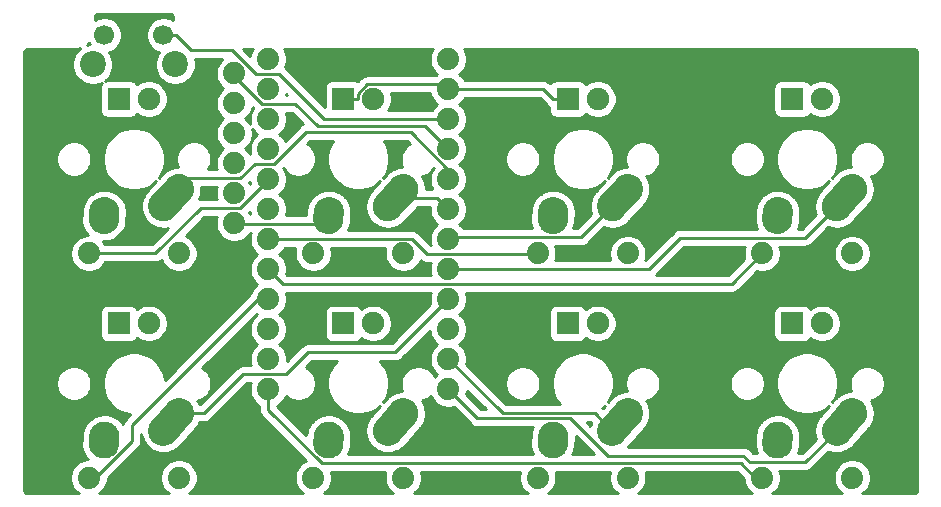
<source format=gbr>
G04 #@! TF.GenerationSoftware,KiCad,Pcbnew,5.1.2-f72e74a~84~ubuntu18.04.1*
G04 #@! TF.CreationDate,2019-06-08T16:05:02-04:00*
G04 #@! TF.ProjectId,8_key_simple,385f6b65-795f-4736-996d-706c652e6b69,rev?*
G04 #@! TF.SameCoordinates,Original*
G04 #@! TF.FileFunction,Copper,L1,Top*
G04 #@! TF.FilePolarity,Positive*
%FSLAX46Y46*%
G04 Gerber Fmt 4.6, Leading zero omitted, Abs format (unit mm)*
G04 Created by KiCad (PCBNEW 5.1.2-f72e74a~84~ubuntu18.04.1) date 2019-06-08 16:05:02*
%MOMM*%
%LPD*%
G04 APERTURE LIST*
%ADD10C,1.879600*%
%ADD11C,1.905000*%
%ADD12R,1.905000X1.905000*%
%ADD13C,2.540000*%
%ADD14C,0.100000*%
%ADD15C,2.199640*%
%ADD16C,1.699260*%
%ADD17C,0.254000*%
G04 APERTURE END LIST*
D10*
X151620000Y-81550000D03*
X151620000Y-84090000D03*
X151620000Y-86630000D03*
X151620000Y-89170000D03*
X151620000Y-91710000D03*
X151620000Y-94250000D03*
X151620000Y-96790000D03*
X151620000Y-99330000D03*
X151620000Y-101870000D03*
X151620000Y-104410000D03*
X151620000Y-106950000D03*
X151620000Y-109490000D03*
X136380000Y-109490000D03*
X136380000Y-106950000D03*
X136380000Y-104410000D03*
X136380000Y-101870000D03*
X136380000Y-99330000D03*
X136380000Y-96790000D03*
X136380000Y-94250000D03*
X136380000Y-91710000D03*
X136380000Y-89170000D03*
X136380000Y-86630000D03*
X136380000Y-84090000D03*
X136380000Y-81550000D03*
X166810000Y-98000000D03*
X159190000Y-98000000D03*
D11*
X164270000Y-84920000D03*
D12*
X161730000Y-84920000D03*
D13*
X160500000Y-94500000D03*
D14*
G36*
X160363778Y-96346350D02*
G01*
X160240664Y-96330917D01*
X160119642Y-96303543D01*
X160001870Y-96264491D01*
X159888470Y-96214131D01*
X159780526Y-96152948D01*
X159679068Y-96081522D01*
X159585064Y-96000536D01*
X159499410Y-95910763D01*
X159422926Y-95813062D01*
X159356342Y-95708362D01*
X159300292Y-95597666D01*
X159255312Y-95482027D01*
X159221830Y-95362551D01*
X159200167Y-95240379D01*
X159190529Y-95116675D01*
X159193009Y-94992622D01*
X159233009Y-94412621D01*
X159234353Y-94394940D01*
X159239761Y-94354110D01*
X159243746Y-94313652D01*
X159247860Y-94292971D01*
X159250646Y-94271935D01*
X159260072Y-94231573D01*
X159268060Y-94191415D01*
X159274104Y-94171491D01*
X159278864Y-94151109D01*
X159292276Y-94111587D01*
X159304239Y-94072150D01*
X159312094Y-94053186D01*
X159318737Y-94033611D01*
X159336071Y-93995300D01*
X159351934Y-93957005D01*
X159361478Y-93939150D01*
X159369886Y-93920567D01*
X159391016Y-93883887D01*
X159410685Y-93847090D01*
X159421782Y-93830482D01*
X159431823Y-93813052D01*
X159456585Y-93778394D01*
X159479926Y-93743462D01*
X159492428Y-93728228D01*
X159503955Y-93712095D01*
X159532161Y-93679813D01*
X159558992Y-93647120D01*
X159572736Y-93633376D01*
X159585595Y-93618659D01*
X159617014Y-93589098D01*
X159647120Y-93558992D01*
X159661939Y-93546831D01*
X159675963Y-93533635D01*
X159710341Y-93507107D01*
X159743462Y-93479926D01*
X159759162Y-93469436D01*
X159774196Y-93457835D01*
X159811264Y-93434623D01*
X159847090Y-93410685D01*
X159863486Y-93401921D01*
X159879358Y-93391982D01*
X159918780Y-93372366D01*
X159957005Y-93351934D01*
X159973929Y-93344924D01*
X159990444Y-93336706D01*
X160031839Y-93320936D01*
X160072150Y-93304239D01*
X160089430Y-93298997D01*
X160106393Y-93292535D01*
X160149381Y-93280811D01*
X160191415Y-93268060D01*
X160208847Y-93264593D01*
X160226099Y-93259887D01*
X160270349Y-93252359D01*
X160313652Y-93243746D01*
X160331065Y-93242031D01*
X160348421Y-93239078D01*
X160393465Y-93235885D01*
X160437684Y-93231530D01*
X160454907Y-93231530D01*
X160472189Y-93230305D01*
X160517612Y-93231530D01*
X160562316Y-93231530D01*
X160579172Y-93233190D01*
X160596222Y-93233650D01*
X160641590Y-93239338D01*
X160686348Y-93243746D01*
X160702699Y-93246998D01*
X160719336Y-93249084D01*
X160764200Y-93259231D01*
X160808585Y-93268060D01*
X160824277Y-93272820D01*
X160840358Y-93276457D01*
X160884314Y-93291032D01*
X160927850Y-93304239D01*
X160942730Y-93310402D01*
X160958130Y-93315509D01*
X161000712Y-93334420D01*
X161042995Y-93351934D01*
X161056961Y-93359399D01*
X161071530Y-93365869D01*
X161112315Y-93388986D01*
X161152910Y-93410685D01*
X161165852Y-93419332D01*
X161179474Y-93427053D01*
X161218027Y-93454194D01*
X161256538Y-93479926D01*
X161268362Y-93489630D01*
X161280932Y-93498479D01*
X161316858Y-93529429D01*
X161352880Y-93558992D01*
X161363499Y-93569611D01*
X161374936Y-93579464D01*
X161407875Y-93613987D01*
X161441008Y-93647120D01*
X161450358Y-93658513D01*
X161460590Y-93669237D01*
X161490186Y-93707043D01*
X161520074Y-93743462D01*
X161528107Y-93755484D01*
X161537074Y-93766939D01*
X161563004Y-93807712D01*
X161589315Y-93847090D01*
X161595999Y-93859594D01*
X161603658Y-93871638D01*
X161625614Y-93915000D01*
X161648066Y-93957005D01*
X161653388Y-93969853D01*
X161659708Y-93982335D01*
X161677426Y-94027885D01*
X161695761Y-94072150D01*
X161699720Y-94085201D01*
X161704688Y-94097973D01*
X161717950Y-94145296D01*
X161731940Y-94191415D01*
X161734547Y-94204519D01*
X161738170Y-94217449D01*
X161746805Y-94266150D01*
X161756254Y-94313652D01*
X161757536Y-94326664D01*
X161759833Y-94339621D01*
X161763700Y-94389249D01*
X161768470Y-94437684D01*
X161768470Y-94450477D01*
X161769471Y-94463325D01*
X161768470Y-94513397D01*
X161768470Y-94562316D01*
X161767243Y-94574774D01*
X161766991Y-94587379D01*
X161726990Y-95167379D01*
X161725647Y-95185060D01*
X161709354Y-95308065D01*
X161681136Y-95428892D01*
X161641263Y-95546389D01*
X161590114Y-95659434D01*
X161528177Y-95766948D01*
X161456045Y-95867905D01*
X161374405Y-95961342D01*
X161284037Y-96046366D01*
X161185804Y-96122166D01*
X161080642Y-96188018D01*
X160969556Y-96243294D01*
X160853607Y-96287466D01*
X160733901Y-96320113D01*
X160611579Y-96340922D01*
X160487811Y-96349696D01*
X160363778Y-96346350D01*
X160363778Y-96346350D01*
G37*
D13*
X160460000Y-95080000D03*
X166810000Y-92540000D03*
D14*
G36*
X165431312Y-95268141D02*
G01*
X165307890Y-95255386D01*
X165186303Y-95230649D01*
X165067710Y-95194163D01*
X164953243Y-95146281D01*
X164843995Y-95087455D01*
X164741009Y-95018250D01*
X164645268Y-94939326D01*
X164557685Y-94851436D01*
X164479096Y-94755419D01*
X164410253Y-94652191D01*
X164351811Y-94542737D01*
X164304329Y-94428104D01*
X164268260Y-94309384D01*
X164243949Y-94187711D01*
X164231626Y-94064245D01*
X164231410Y-93940167D01*
X164243303Y-93816660D01*
X164267192Y-93694903D01*
X164302848Y-93576058D01*
X164349931Y-93461259D01*
X164407991Y-93351604D01*
X164476476Y-93248137D01*
X164554729Y-93151847D01*
X165864730Y-91691847D01*
X165868633Y-91687557D01*
X165868992Y-91687120D01*
X165869425Y-91686687D01*
X165876664Y-91678731D01*
X165918056Y-91638056D01*
X165957120Y-91598992D01*
X165961297Y-91595564D01*
X165965164Y-91591764D01*
X166010571Y-91555126D01*
X166053462Y-91519926D01*
X166057731Y-91517074D01*
X166061728Y-91513848D01*
X166110826Y-91481597D01*
X166157090Y-91450685D01*
X166161368Y-91448398D01*
X166165434Y-91445727D01*
X166217813Y-91418228D01*
X166267005Y-91391934D01*
X166271227Y-91390185D01*
X166275292Y-91388051D01*
X166330393Y-91365678D01*
X166382150Y-91344239D01*
X166386274Y-91342988D01*
X166390255Y-91341371D01*
X166447582Y-91324390D01*
X166501415Y-91308060D01*
X166505366Y-91307274D01*
X166509224Y-91306131D01*
X166568372Y-91294742D01*
X166623652Y-91283746D01*
X166627376Y-91283379D01*
X166631064Y-91282669D01*
X166691586Y-91277055D01*
X166747684Y-91271530D01*
X166751151Y-91271530D01*
X166754612Y-91271209D01*
X166815886Y-91271530D01*
X166872316Y-91271530D01*
X166875486Y-91271842D01*
X166878688Y-91271859D01*
X166940202Y-91278216D01*
X166996348Y-91283746D01*
X166999200Y-91284313D01*
X167002110Y-91284614D01*
X167063141Y-91297032D01*
X167118585Y-91308060D01*
X167121107Y-91308825D01*
X167123697Y-91309352D01*
X167183877Y-91327866D01*
X167237850Y-91344239D01*
X167240029Y-91345142D01*
X167242290Y-91345837D01*
X167301108Y-91370441D01*
X167352995Y-91391934D01*
X167354826Y-91392912D01*
X167356756Y-91393720D01*
X167413746Y-91424406D01*
X167462910Y-91450685D01*
X167464402Y-91451682D01*
X167466005Y-91452545D01*
X167520512Y-91489173D01*
X167566538Y-91519926D01*
X167567719Y-91520895D01*
X167568991Y-91521750D01*
X167620407Y-91564135D01*
X167662880Y-91598992D01*
X167663764Y-91599876D01*
X167664732Y-91600674D01*
X167713231Y-91649343D01*
X167751008Y-91687120D01*
X167751624Y-91687870D01*
X167752315Y-91688564D01*
X167797671Y-91743979D01*
X167830074Y-91783462D01*
X167830460Y-91784040D01*
X167830903Y-91784581D01*
X167874056Y-91849287D01*
X167899315Y-91887090D01*
X167899507Y-91887449D01*
X167899747Y-91887809D01*
X167943571Y-91969887D01*
X167958066Y-91997005D01*
X167958121Y-91997137D01*
X167958188Y-91997263D01*
X168005671Y-92111897D01*
X168005712Y-92112031D01*
X168005761Y-92112150D01*
X168014311Y-92140335D01*
X168041740Y-92230617D01*
X168041821Y-92231023D01*
X168041940Y-92231415D01*
X168050929Y-92276608D01*
X168066051Y-92352290D01*
X168066119Y-92352975D01*
X168066254Y-92353652D01*
X168071265Y-92404527D01*
X168078374Y-92475756D01*
X168078376Y-92476726D01*
X168078470Y-92477684D01*
X168078470Y-92530902D01*
X168078590Y-92599834D01*
X168078470Y-92601080D01*
X168078470Y-92602316D01*
X168073114Y-92656702D01*
X168066696Y-92723341D01*
X168066403Y-92724834D01*
X168066254Y-92726348D01*
X168055406Y-92780885D01*
X168042808Y-92845097D01*
X168042291Y-92846820D01*
X168041940Y-92848585D01*
X168025631Y-92902347D01*
X168007151Y-92963942D01*
X168006367Y-92965852D01*
X168005761Y-92967850D01*
X167984220Y-93019855D01*
X167960069Y-93078741D01*
X167958962Y-93080831D01*
X167958066Y-93082995D01*
X167931533Y-93132634D01*
X167902008Y-93188396D01*
X167900552Y-93190596D01*
X167899315Y-93192910D01*
X167867970Y-93239822D01*
X167833524Y-93291864D01*
X167831688Y-93294122D01*
X167830074Y-93296538D01*
X167794208Y-93340240D01*
X167755270Y-93388153D01*
X166445270Y-94848154D01*
X166433336Y-94861269D01*
X166344836Y-94948236D01*
X166248272Y-95026152D01*
X166144566Y-95094274D01*
X166034708Y-95151950D01*
X165919745Y-95198630D01*
X165800776Y-95233870D01*
X165678936Y-95257331D01*
X165555388Y-95268791D01*
X165431312Y-95268141D01*
X165431312Y-95268141D01*
G37*
D13*
X165500000Y-94000000D03*
D11*
X183270000Y-103920000D03*
D12*
X180730000Y-103920000D03*
D13*
X179500000Y-113500000D03*
D14*
G36*
X179363778Y-115346350D02*
G01*
X179240664Y-115330917D01*
X179119642Y-115303543D01*
X179001870Y-115264491D01*
X178888470Y-115214131D01*
X178780526Y-115152948D01*
X178679068Y-115081522D01*
X178585064Y-115000536D01*
X178499410Y-114910763D01*
X178422926Y-114813062D01*
X178356342Y-114708362D01*
X178300292Y-114597666D01*
X178255312Y-114482027D01*
X178221830Y-114362551D01*
X178200167Y-114240379D01*
X178190529Y-114116675D01*
X178193009Y-113992622D01*
X178233009Y-113412621D01*
X178234353Y-113394940D01*
X178239761Y-113354110D01*
X178243746Y-113313652D01*
X178247860Y-113292971D01*
X178250646Y-113271935D01*
X178260072Y-113231573D01*
X178268060Y-113191415D01*
X178274104Y-113171491D01*
X178278864Y-113151109D01*
X178292276Y-113111587D01*
X178304239Y-113072150D01*
X178312094Y-113053186D01*
X178318737Y-113033611D01*
X178336071Y-112995300D01*
X178351934Y-112957005D01*
X178361478Y-112939150D01*
X178369886Y-112920567D01*
X178391016Y-112883887D01*
X178410685Y-112847090D01*
X178421782Y-112830482D01*
X178431823Y-112813052D01*
X178456585Y-112778394D01*
X178479926Y-112743462D01*
X178492428Y-112728228D01*
X178503955Y-112712095D01*
X178532161Y-112679813D01*
X178558992Y-112647120D01*
X178572736Y-112633376D01*
X178585595Y-112618659D01*
X178617014Y-112589098D01*
X178647120Y-112558992D01*
X178661939Y-112546831D01*
X178675963Y-112533635D01*
X178710341Y-112507107D01*
X178743462Y-112479926D01*
X178759162Y-112469436D01*
X178774196Y-112457835D01*
X178811264Y-112434623D01*
X178847090Y-112410685D01*
X178863486Y-112401921D01*
X178879358Y-112391982D01*
X178918780Y-112372366D01*
X178957005Y-112351934D01*
X178973929Y-112344924D01*
X178990444Y-112336706D01*
X179031839Y-112320936D01*
X179072150Y-112304239D01*
X179089430Y-112298997D01*
X179106393Y-112292535D01*
X179149381Y-112280811D01*
X179191415Y-112268060D01*
X179208847Y-112264593D01*
X179226099Y-112259887D01*
X179270349Y-112252359D01*
X179313652Y-112243746D01*
X179331065Y-112242031D01*
X179348421Y-112239078D01*
X179393465Y-112235885D01*
X179437684Y-112231530D01*
X179454907Y-112231530D01*
X179472189Y-112230305D01*
X179517612Y-112231530D01*
X179562316Y-112231530D01*
X179579172Y-112233190D01*
X179596222Y-112233650D01*
X179641590Y-112239338D01*
X179686348Y-112243746D01*
X179702699Y-112246998D01*
X179719336Y-112249084D01*
X179764200Y-112259231D01*
X179808585Y-112268060D01*
X179824277Y-112272820D01*
X179840358Y-112276457D01*
X179884314Y-112291032D01*
X179927850Y-112304239D01*
X179942730Y-112310402D01*
X179958130Y-112315509D01*
X180000712Y-112334420D01*
X180042995Y-112351934D01*
X180056961Y-112359399D01*
X180071530Y-112365869D01*
X180112315Y-112388986D01*
X180152910Y-112410685D01*
X180165852Y-112419332D01*
X180179474Y-112427053D01*
X180218027Y-112454194D01*
X180256538Y-112479926D01*
X180268362Y-112489630D01*
X180280932Y-112498479D01*
X180316858Y-112529429D01*
X180352880Y-112558992D01*
X180363499Y-112569611D01*
X180374936Y-112579464D01*
X180407875Y-112613987D01*
X180441008Y-112647120D01*
X180450358Y-112658513D01*
X180460590Y-112669237D01*
X180490186Y-112707043D01*
X180520074Y-112743462D01*
X180528107Y-112755484D01*
X180537074Y-112766939D01*
X180563004Y-112807712D01*
X180589315Y-112847090D01*
X180595999Y-112859594D01*
X180603658Y-112871638D01*
X180625614Y-112915000D01*
X180648066Y-112957005D01*
X180653388Y-112969853D01*
X180659708Y-112982335D01*
X180677426Y-113027885D01*
X180695761Y-113072150D01*
X180699720Y-113085201D01*
X180704688Y-113097973D01*
X180717950Y-113145296D01*
X180731940Y-113191415D01*
X180734547Y-113204519D01*
X180738170Y-113217449D01*
X180746805Y-113266150D01*
X180756254Y-113313652D01*
X180757536Y-113326664D01*
X180759833Y-113339621D01*
X180763700Y-113389249D01*
X180768470Y-113437684D01*
X180768470Y-113450477D01*
X180769471Y-113463325D01*
X180768470Y-113513397D01*
X180768470Y-113562316D01*
X180767243Y-113574774D01*
X180766991Y-113587379D01*
X180726990Y-114167379D01*
X180725647Y-114185060D01*
X180709354Y-114308065D01*
X180681136Y-114428892D01*
X180641263Y-114546389D01*
X180590114Y-114659434D01*
X180528177Y-114766948D01*
X180456045Y-114867905D01*
X180374405Y-114961342D01*
X180284037Y-115046366D01*
X180185804Y-115122166D01*
X180080642Y-115188018D01*
X179969556Y-115243294D01*
X179853607Y-115287466D01*
X179733901Y-115320113D01*
X179611579Y-115340922D01*
X179487811Y-115349696D01*
X179363778Y-115346350D01*
X179363778Y-115346350D01*
G37*
D13*
X179460000Y-114080000D03*
X185810000Y-111540000D03*
D14*
G36*
X184431312Y-114268141D02*
G01*
X184307890Y-114255386D01*
X184186303Y-114230649D01*
X184067710Y-114194163D01*
X183953243Y-114146281D01*
X183843995Y-114087455D01*
X183741009Y-114018250D01*
X183645268Y-113939326D01*
X183557685Y-113851436D01*
X183479096Y-113755419D01*
X183410253Y-113652191D01*
X183351811Y-113542737D01*
X183304329Y-113428104D01*
X183268260Y-113309384D01*
X183243949Y-113187711D01*
X183231626Y-113064245D01*
X183231410Y-112940167D01*
X183243303Y-112816660D01*
X183267192Y-112694903D01*
X183302848Y-112576058D01*
X183349931Y-112461259D01*
X183407991Y-112351604D01*
X183476476Y-112248137D01*
X183554729Y-112151847D01*
X184864730Y-110691847D01*
X184868633Y-110687557D01*
X184868992Y-110687120D01*
X184869425Y-110686687D01*
X184876664Y-110678731D01*
X184918056Y-110638056D01*
X184957120Y-110598992D01*
X184961297Y-110595564D01*
X184965164Y-110591764D01*
X185010571Y-110555126D01*
X185053462Y-110519926D01*
X185057731Y-110517074D01*
X185061728Y-110513848D01*
X185110826Y-110481597D01*
X185157090Y-110450685D01*
X185161368Y-110448398D01*
X185165434Y-110445727D01*
X185217813Y-110418228D01*
X185267005Y-110391934D01*
X185271227Y-110390185D01*
X185275292Y-110388051D01*
X185330393Y-110365678D01*
X185382150Y-110344239D01*
X185386274Y-110342988D01*
X185390255Y-110341371D01*
X185447582Y-110324390D01*
X185501415Y-110308060D01*
X185505366Y-110307274D01*
X185509224Y-110306131D01*
X185568372Y-110294742D01*
X185623652Y-110283746D01*
X185627376Y-110283379D01*
X185631064Y-110282669D01*
X185691586Y-110277055D01*
X185747684Y-110271530D01*
X185751151Y-110271530D01*
X185754612Y-110271209D01*
X185815886Y-110271530D01*
X185872316Y-110271530D01*
X185875486Y-110271842D01*
X185878688Y-110271859D01*
X185940202Y-110278216D01*
X185996348Y-110283746D01*
X185999200Y-110284313D01*
X186002110Y-110284614D01*
X186063141Y-110297032D01*
X186118585Y-110308060D01*
X186121107Y-110308825D01*
X186123697Y-110309352D01*
X186183877Y-110327866D01*
X186237850Y-110344239D01*
X186240029Y-110345142D01*
X186242290Y-110345837D01*
X186301108Y-110370441D01*
X186352995Y-110391934D01*
X186354826Y-110392912D01*
X186356756Y-110393720D01*
X186413746Y-110424406D01*
X186462910Y-110450685D01*
X186464402Y-110451682D01*
X186466005Y-110452545D01*
X186520512Y-110489173D01*
X186566538Y-110519926D01*
X186567719Y-110520895D01*
X186568991Y-110521750D01*
X186620407Y-110564135D01*
X186662880Y-110598992D01*
X186663764Y-110599876D01*
X186664732Y-110600674D01*
X186713231Y-110649343D01*
X186751008Y-110687120D01*
X186751624Y-110687870D01*
X186752315Y-110688564D01*
X186797671Y-110743979D01*
X186830074Y-110783462D01*
X186830460Y-110784040D01*
X186830903Y-110784581D01*
X186874056Y-110849287D01*
X186899315Y-110887090D01*
X186899507Y-110887449D01*
X186899747Y-110887809D01*
X186943571Y-110969887D01*
X186958066Y-110997005D01*
X186958121Y-110997137D01*
X186958188Y-110997263D01*
X187005671Y-111111897D01*
X187005712Y-111112031D01*
X187005761Y-111112150D01*
X187014311Y-111140335D01*
X187041740Y-111230617D01*
X187041821Y-111231023D01*
X187041940Y-111231415D01*
X187050929Y-111276608D01*
X187066051Y-111352290D01*
X187066119Y-111352975D01*
X187066254Y-111353652D01*
X187071265Y-111404527D01*
X187078374Y-111475756D01*
X187078376Y-111476726D01*
X187078470Y-111477684D01*
X187078470Y-111530902D01*
X187078590Y-111599834D01*
X187078470Y-111601080D01*
X187078470Y-111602316D01*
X187073114Y-111656702D01*
X187066696Y-111723341D01*
X187066403Y-111724834D01*
X187066254Y-111726348D01*
X187055406Y-111780885D01*
X187042808Y-111845097D01*
X187042291Y-111846820D01*
X187041940Y-111848585D01*
X187025631Y-111902347D01*
X187007151Y-111963942D01*
X187006367Y-111965852D01*
X187005761Y-111967850D01*
X186984220Y-112019855D01*
X186960069Y-112078741D01*
X186958962Y-112080831D01*
X186958066Y-112082995D01*
X186931533Y-112132634D01*
X186902008Y-112188396D01*
X186900552Y-112190596D01*
X186899315Y-112192910D01*
X186867970Y-112239822D01*
X186833524Y-112291864D01*
X186831688Y-112294122D01*
X186830074Y-112296538D01*
X186794208Y-112340240D01*
X186755270Y-112388153D01*
X185445270Y-113848154D01*
X185433336Y-113861269D01*
X185344836Y-113948236D01*
X185248272Y-114026152D01*
X185144566Y-114094274D01*
X185034708Y-114151950D01*
X184919745Y-114198630D01*
X184800776Y-114233870D01*
X184678936Y-114257331D01*
X184555388Y-114268791D01*
X184431312Y-114268141D01*
X184431312Y-114268141D01*
G37*
D13*
X184500000Y-113000000D03*
D10*
X147810000Y-117000000D03*
X140190000Y-117000000D03*
D11*
X183270000Y-84920000D03*
D12*
X180730000Y-84920000D03*
D13*
X179500000Y-94500000D03*
D14*
G36*
X179363778Y-96346350D02*
G01*
X179240664Y-96330917D01*
X179119642Y-96303543D01*
X179001870Y-96264491D01*
X178888470Y-96214131D01*
X178780526Y-96152948D01*
X178679068Y-96081522D01*
X178585064Y-96000536D01*
X178499410Y-95910763D01*
X178422926Y-95813062D01*
X178356342Y-95708362D01*
X178300292Y-95597666D01*
X178255312Y-95482027D01*
X178221830Y-95362551D01*
X178200167Y-95240379D01*
X178190529Y-95116675D01*
X178193009Y-94992622D01*
X178233009Y-94412621D01*
X178234353Y-94394940D01*
X178239761Y-94354110D01*
X178243746Y-94313652D01*
X178247860Y-94292971D01*
X178250646Y-94271935D01*
X178260072Y-94231573D01*
X178268060Y-94191415D01*
X178274104Y-94171491D01*
X178278864Y-94151109D01*
X178292276Y-94111587D01*
X178304239Y-94072150D01*
X178312094Y-94053186D01*
X178318737Y-94033611D01*
X178336071Y-93995300D01*
X178351934Y-93957005D01*
X178361478Y-93939150D01*
X178369886Y-93920567D01*
X178391016Y-93883887D01*
X178410685Y-93847090D01*
X178421782Y-93830482D01*
X178431823Y-93813052D01*
X178456585Y-93778394D01*
X178479926Y-93743462D01*
X178492428Y-93728228D01*
X178503955Y-93712095D01*
X178532161Y-93679813D01*
X178558992Y-93647120D01*
X178572736Y-93633376D01*
X178585595Y-93618659D01*
X178617014Y-93589098D01*
X178647120Y-93558992D01*
X178661939Y-93546831D01*
X178675963Y-93533635D01*
X178710341Y-93507107D01*
X178743462Y-93479926D01*
X178759162Y-93469436D01*
X178774196Y-93457835D01*
X178811264Y-93434623D01*
X178847090Y-93410685D01*
X178863486Y-93401921D01*
X178879358Y-93391982D01*
X178918780Y-93372366D01*
X178957005Y-93351934D01*
X178973929Y-93344924D01*
X178990444Y-93336706D01*
X179031839Y-93320936D01*
X179072150Y-93304239D01*
X179089430Y-93298997D01*
X179106393Y-93292535D01*
X179149381Y-93280811D01*
X179191415Y-93268060D01*
X179208847Y-93264593D01*
X179226099Y-93259887D01*
X179270349Y-93252359D01*
X179313652Y-93243746D01*
X179331065Y-93242031D01*
X179348421Y-93239078D01*
X179393465Y-93235885D01*
X179437684Y-93231530D01*
X179454907Y-93231530D01*
X179472189Y-93230305D01*
X179517612Y-93231530D01*
X179562316Y-93231530D01*
X179579172Y-93233190D01*
X179596222Y-93233650D01*
X179641590Y-93239338D01*
X179686348Y-93243746D01*
X179702699Y-93246998D01*
X179719336Y-93249084D01*
X179764200Y-93259231D01*
X179808585Y-93268060D01*
X179824277Y-93272820D01*
X179840358Y-93276457D01*
X179884314Y-93291032D01*
X179927850Y-93304239D01*
X179942730Y-93310402D01*
X179958130Y-93315509D01*
X180000712Y-93334420D01*
X180042995Y-93351934D01*
X180056961Y-93359399D01*
X180071530Y-93365869D01*
X180112315Y-93388986D01*
X180152910Y-93410685D01*
X180165852Y-93419332D01*
X180179474Y-93427053D01*
X180218027Y-93454194D01*
X180256538Y-93479926D01*
X180268362Y-93489630D01*
X180280932Y-93498479D01*
X180316858Y-93529429D01*
X180352880Y-93558992D01*
X180363499Y-93569611D01*
X180374936Y-93579464D01*
X180407875Y-93613987D01*
X180441008Y-93647120D01*
X180450358Y-93658513D01*
X180460590Y-93669237D01*
X180490186Y-93707043D01*
X180520074Y-93743462D01*
X180528107Y-93755484D01*
X180537074Y-93766939D01*
X180563004Y-93807712D01*
X180589315Y-93847090D01*
X180595999Y-93859594D01*
X180603658Y-93871638D01*
X180625614Y-93915000D01*
X180648066Y-93957005D01*
X180653388Y-93969853D01*
X180659708Y-93982335D01*
X180677426Y-94027885D01*
X180695761Y-94072150D01*
X180699720Y-94085201D01*
X180704688Y-94097973D01*
X180717950Y-94145296D01*
X180731940Y-94191415D01*
X180734547Y-94204519D01*
X180738170Y-94217449D01*
X180746805Y-94266150D01*
X180756254Y-94313652D01*
X180757536Y-94326664D01*
X180759833Y-94339621D01*
X180763700Y-94389249D01*
X180768470Y-94437684D01*
X180768470Y-94450477D01*
X180769471Y-94463325D01*
X180768470Y-94513397D01*
X180768470Y-94562316D01*
X180767243Y-94574774D01*
X180766991Y-94587379D01*
X180726990Y-95167379D01*
X180725647Y-95185060D01*
X180709354Y-95308065D01*
X180681136Y-95428892D01*
X180641263Y-95546389D01*
X180590114Y-95659434D01*
X180528177Y-95766948D01*
X180456045Y-95867905D01*
X180374405Y-95961342D01*
X180284037Y-96046366D01*
X180185804Y-96122166D01*
X180080642Y-96188018D01*
X179969556Y-96243294D01*
X179853607Y-96287466D01*
X179733901Y-96320113D01*
X179611579Y-96340922D01*
X179487811Y-96349696D01*
X179363778Y-96346350D01*
X179363778Y-96346350D01*
G37*
D13*
X179460000Y-95080000D03*
X185810000Y-92540000D03*
D14*
G36*
X184431312Y-95268141D02*
G01*
X184307890Y-95255386D01*
X184186303Y-95230649D01*
X184067710Y-95194163D01*
X183953243Y-95146281D01*
X183843995Y-95087455D01*
X183741009Y-95018250D01*
X183645268Y-94939326D01*
X183557685Y-94851436D01*
X183479096Y-94755419D01*
X183410253Y-94652191D01*
X183351811Y-94542737D01*
X183304329Y-94428104D01*
X183268260Y-94309384D01*
X183243949Y-94187711D01*
X183231626Y-94064245D01*
X183231410Y-93940167D01*
X183243303Y-93816660D01*
X183267192Y-93694903D01*
X183302848Y-93576058D01*
X183349931Y-93461259D01*
X183407991Y-93351604D01*
X183476476Y-93248137D01*
X183554729Y-93151847D01*
X184864730Y-91691847D01*
X184868633Y-91687557D01*
X184868992Y-91687120D01*
X184869425Y-91686687D01*
X184876664Y-91678731D01*
X184918056Y-91638056D01*
X184957120Y-91598992D01*
X184961297Y-91595564D01*
X184965164Y-91591764D01*
X185010571Y-91555126D01*
X185053462Y-91519926D01*
X185057731Y-91517074D01*
X185061728Y-91513848D01*
X185110826Y-91481597D01*
X185157090Y-91450685D01*
X185161368Y-91448398D01*
X185165434Y-91445727D01*
X185217813Y-91418228D01*
X185267005Y-91391934D01*
X185271227Y-91390185D01*
X185275292Y-91388051D01*
X185330393Y-91365678D01*
X185382150Y-91344239D01*
X185386274Y-91342988D01*
X185390255Y-91341371D01*
X185447582Y-91324390D01*
X185501415Y-91308060D01*
X185505366Y-91307274D01*
X185509224Y-91306131D01*
X185568372Y-91294742D01*
X185623652Y-91283746D01*
X185627376Y-91283379D01*
X185631064Y-91282669D01*
X185691586Y-91277055D01*
X185747684Y-91271530D01*
X185751151Y-91271530D01*
X185754612Y-91271209D01*
X185815886Y-91271530D01*
X185872316Y-91271530D01*
X185875486Y-91271842D01*
X185878688Y-91271859D01*
X185940202Y-91278216D01*
X185996348Y-91283746D01*
X185999200Y-91284313D01*
X186002110Y-91284614D01*
X186063141Y-91297032D01*
X186118585Y-91308060D01*
X186121107Y-91308825D01*
X186123697Y-91309352D01*
X186183877Y-91327866D01*
X186237850Y-91344239D01*
X186240029Y-91345142D01*
X186242290Y-91345837D01*
X186301108Y-91370441D01*
X186352995Y-91391934D01*
X186354826Y-91392912D01*
X186356756Y-91393720D01*
X186413746Y-91424406D01*
X186462910Y-91450685D01*
X186464402Y-91451682D01*
X186466005Y-91452545D01*
X186520512Y-91489173D01*
X186566538Y-91519926D01*
X186567719Y-91520895D01*
X186568991Y-91521750D01*
X186620407Y-91564135D01*
X186662880Y-91598992D01*
X186663764Y-91599876D01*
X186664732Y-91600674D01*
X186713231Y-91649343D01*
X186751008Y-91687120D01*
X186751624Y-91687870D01*
X186752315Y-91688564D01*
X186797671Y-91743979D01*
X186830074Y-91783462D01*
X186830460Y-91784040D01*
X186830903Y-91784581D01*
X186874056Y-91849287D01*
X186899315Y-91887090D01*
X186899507Y-91887449D01*
X186899747Y-91887809D01*
X186943571Y-91969887D01*
X186958066Y-91997005D01*
X186958121Y-91997137D01*
X186958188Y-91997263D01*
X187005671Y-92111897D01*
X187005712Y-92112031D01*
X187005761Y-92112150D01*
X187014311Y-92140335D01*
X187041740Y-92230617D01*
X187041821Y-92231023D01*
X187041940Y-92231415D01*
X187050929Y-92276608D01*
X187066051Y-92352290D01*
X187066119Y-92352975D01*
X187066254Y-92353652D01*
X187071265Y-92404527D01*
X187078374Y-92475756D01*
X187078376Y-92476726D01*
X187078470Y-92477684D01*
X187078470Y-92530902D01*
X187078590Y-92599834D01*
X187078470Y-92601080D01*
X187078470Y-92602316D01*
X187073114Y-92656702D01*
X187066696Y-92723341D01*
X187066403Y-92724834D01*
X187066254Y-92726348D01*
X187055406Y-92780885D01*
X187042808Y-92845097D01*
X187042291Y-92846820D01*
X187041940Y-92848585D01*
X187025631Y-92902347D01*
X187007151Y-92963942D01*
X187006367Y-92965852D01*
X187005761Y-92967850D01*
X186984220Y-93019855D01*
X186960069Y-93078741D01*
X186958962Y-93080831D01*
X186958066Y-93082995D01*
X186931533Y-93132634D01*
X186902008Y-93188396D01*
X186900552Y-93190596D01*
X186899315Y-93192910D01*
X186867970Y-93239822D01*
X186833524Y-93291864D01*
X186831688Y-93294122D01*
X186830074Y-93296538D01*
X186794208Y-93340240D01*
X186755270Y-93388153D01*
X185445270Y-94848154D01*
X185433336Y-94861269D01*
X185344836Y-94948236D01*
X185248272Y-95026152D01*
X185144566Y-95094274D01*
X185034708Y-95151950D01*
X184919745Y-95198630D01*
X184800776Y-95233870D01*
X184678936Y-95257331D01*
X184555388Y-95268791D01*
X184431312Y-95268141D01*
X184431312Y-95268141D01*
G37*
D13*
X184500000Y-94000000D03*
D15*
X128497580Y-81999360D03*
X121502420Y-81999360D03*
D16*
X127499360Y-79500000D03*
X122500640Y-79500000D03*
D10*
X133500000Y-95450000D03*
X133500000Y-92910000D03*
X133500000Y-90370000D03*
X133500000Y-87830000D03*
X133500000Y-85290000D03*
X133500000Y-82750000D03*
X147810000Y-98000000D03*
X140190000Y-98000000D03*
X185810000Y-98000000D03*
X178190000Y-98000000D03*
D11*
X145270000Y-103920000D03*
D12*
X142730000Y-103920000D03*
D13*
X141500000Y-113500000D03*
D14*
G36*
X141363778Y-115346350D02*
G01*
X141240664Y-115330917D01*
X141119642Y-115303543D01*
X141001870Y-115264491D01*
X140888470Y-115214131D01*
X140780526Y-115152948D01*
X140679068Y-115081522D01*
X140585064Y-115000536D01*
X140499410Y-114910763D01*
X140422926Y-114813062D01*
X140356342Y-114708362D01*
X140300292Y-114597666D01*
X140255312Y-114482027D01*
X140221830Y-114362551D01*
X140200167Y-114240379D01*
X140190529Y-114116675D01*
X140193009Y-113992622D01*
X140233009Y-113412621D01*
X140234353Y-113394940D01*
X140239761Y-113354110D01*
X140243746Y-113313652D01*
X140247860Y-113292971D01*
X140250646Y-113271935D01*
X140260072Y-113231573D01*
X140268060Y-113191415D01*
X140274104Y-113171491D01*
X140278864Y-113151109D01*
X140292276Y-113111587D01*
X140304239Y-113072150D01*
X140312094Y-113053186D01*
X140318737Y-113033611D01*
X140336071Y-112995300D01*
X140351934Y-112957005D01*
X140361478Y-112939150D01*
X140369886Y-112920567D01*
X140391016Y-112883887D01*
X140410685Y-112847090D01*
X140421782Y-112830482D01*
X140431823Y-112813052D01*
X140456585Y-112778394D01*
X140479926Y-112743462D01*
X140492428Y-112728228D01*
X140503955Y-112712095D01*
X140532161Y-112679813D01*
X140558992Y-112647120D01*
X140572736Y-112633376D01*
X140585595Y-112618659D01*
X140617014Y-112589098D01*
X140647120Y-112558992D01*
X140661939Y-112546831D01*
X140675963Y-112533635D01*
X140710341Y-112507107D01*
X140743462Y-112479926D01*
X140759162Y-112469436D01*
X140774196Y-112457835D01*
X140811264Y-112434623D01*
X140847090Y-112410685D01*
X140863486Y-112401921D01*
X140879358Y-112391982D01*
X140918780Y-112372366D01*
X140957005Y-112351934D01*
X140973929Y-112344924D01*
X140990444Y-112336706D01*
X141031839Y-112320936D01*
X141072150Y-112304239D01*
X141089430Y-112298997D01*
X141106393Y-112292535D01*
X141149381Y-112280811D01*
X141191415Y-112268060D01*
X141208847Y-112264593D01*
X141226099Y-112259887D01*
X141270349Y-112252359D01*
X141313652Y-112243746D01*
X141331065Y-112242031D01*
X141348421Y-112239078D01*
X141393465Y-112235885D01*
X141437684Y-112231530D01*
X141454907Y-112231530D01*
X141472189Y-112230305D01*
X141517612Y-112231530D01*
X141562316Y-112231530D01*
X141579172Y-112233190D01*
X141596222Y-112233650D01*
X141641590Y-112239338D01*
X141686348Y-112243746D01*
X141702699Y-112246998D01*
X141719336Y-112249084D01*
X141764200Y-112259231D01*
X141808585Y-112268060D01*
X141824277Y-112272820D01*
X141840358Y-112276457D01*
X141884314Y-112291032D01*
X141927850Y-112304239D01*
X141942730Y-112310402D01*
X141958130Y-112315509D01*
X142000712Y-112334420D01*
X142042995Y-112351934D01*
X142056961Y-112359399D01*
X142071530Y-112365869D01*
X142112315Y-112388986D01*
X142152910Y-112410685D01*
X142165852Y-112419332D01*
X142179474Y-112427053D01*
X142218027Y-112454194D01*
X142256538Y-112479926D01*
X142268362Y-112489630D01*
X142280932Y-112498479D01*
X142316858Y-112529429D01*
X142352880Y-112558992D01*
X142363499Y-112569611D01*
X142374936Y-112579464D01*
X142407875Y-112613987D01*
X142441008Y-112647120D01*
X142450358Y-112658513D01*
X142460590Y-112669237D01*
X142490186Y-112707043D01*
X142520074Y-112743462D01*
X142528107Y-112755484D01*
X142537074Y-112766939D01*
X142563004Y-112807712D01*
X142589315Y-112847090D01*
X142595999Y-112859594D01*
X142603658Y-112871638D01*
X142625614Y-112915000D01*
X142648066Y-112957005D01*
X142653388Y-112969853D01*
X142659708Y-112982335D01*
X142677426Y-113027885D01*
X142695761Y-113072150D01*
X142699720Y-113085201D01*
X142704688Y-113097973D01*
X142717950Y-113145296D01*
X142731940Y-113191415D01*
X142734547Y-113204519D01*
X142738170Y-113217449D01*
X142746805Y-113266150D01*
X142756254Y-113313652D01*
X142757536Y-113326664D01*
X142759833Y-113339621D01*
X142763700Y-113389249D01*
X142768470Y-113437684D01*
X142768470Y-113450477D01*
X142769471Y-113463325D01*
X142768470Y-113513397D01*
X142768470Y-113562316D01*
X142767243Y-113574774D01*
X142766991Y-113587379D01*
X142726990Y-114167379D01*
X142725647Y-114185060D01*
X142709354Y-114308065D01*
X142681136Y-114428892D01*
X142641263Y-114546389D01*
X142590114Y-114659434D01*
X142528177Y-114766948D01*
X142456045Y-114867905D01*
X142374405Y-114961342D01*
X142284037Y-115046366D01*
X142185804Y-115122166D01*
X142080642Y-115188018D01*
X141969556Y-115243294D01*
X141853607Y-115287466D01*
X141733901Y-115320113D01*
X141611579Y-115340922D01*
X141487811Y-115349696D01*
X141363778Y-115346350D01*
X141363778Y-115346350D01*
G37*
D13*
X141460000Y-114080000D03*
X147810000Y-111540000D03*
D14*
G36*
X146431312Y-114268141D02*
G01*
X146307890Y-114255386D01*
X146186303Y-114230649D01*
X146067710Y-114194163D01*
X145953243Y-114146281D01*
X145843995Y-114087455D01*
X145741009Y-114018250D01*
X145645268Y-113939326D01*
X145557685Y-113851436D01*
X145479096Y-113755419D01*
X145410253Y-113652191D01*
X145351811Y-113542737D01*
X145304329Y-113428104D01*
X145268260Y-113309384D01*
X145243949Y-113187711D01*
X145231626Y-113064245D01*
X145231410Y-112940167D01*
X145243303Y-112816660D01*
X145267192Y-112694903D01*
X145302848Y-112576058D01*
X145349931Y-112461259D01*
X145407991Y-112351604D01*
X145476476Y-112248137D01*
X145554729Y-112151847D01*
X146864730Y-110691847D01*
X146868633Y-110687557D01*
X146868992Y-110687120D01*
X146869425Y-110686687D01*
X146876664Y-110678731D01*
X146918056Y-110638056D01*
X146957120Y-110598992D01*
X146961297Y-110595564D01*
X146965164Y-110591764D01*
X147010571Y-110555126D01*
X147053462Y-110519926D01*
X147057731Y-110517074D01*
X147061728Y-110513848D01*
X147110826Y-110481597D01*
X147157090Y-110450685D01*
X147161368Y-110448398D01*
X147165434Y-110445727D01*
X147217813Y-110418228D01*
X147267005Y-110391934D01*
X147271227Y-110390185D01*
X147275292Y-110388051D01*
X147330393Y-110365678D01*
X147382150Y-110344239D01*
X147386274Y-110342988D01*
X147390255Y-110341371D01*
X147447582Y-110324390D01*
X147501415Y-110308060D01*
X147505366Y-110307274D01*
X147509224Y-110306131D01*
X147568372Y-110294742D01*
X147623652Y-110283746D01*
X147627376Y-110283379D01*
X147631064Y-110282669D01*
X147691586Y-110277055D01*
X147747684Y-110271530D01*
X147751151Y-110271530D01*
X147754612Y-110271209D01*
X147815886Y-110271530D01*
X147872316Y-110271530D01*
X147875486Y-110271842D01*
X147878688Y-110271859D01*
X147940202Y-110278216D01*
X147996348Y-110283746D01*
X147999200Y-110284313D01*
X148002110Y-110284614D01*
X148063141Y-110297032D01*
X148118585Y-110308060D01*
X148121107Y-110308825D01*
X148123697Y-110309352D01*
X148183877Y-110327866D01*
X148237850Y-110344239D01*
X148240029Y-110345142D01*
X148242290Y-110345837D01*
X148301108Y-110370441D01*
X148352995Y-110391934D01*
X148354826Y-110392912D01*
X148356756Y-110393720D01*
X148413746Y-110424406D01*
X148462910Y-110450685D01*
X148464402Y-110451682D01*
X148466005Y-110452545D01*
X148520512Y-110489173D01*
X148566538Y-110519926D01*
X148567719Y-110520895D01*
X148568991Y-110521750D01*
X148620407Y-110564135D01*
X148662880Y-110598992D01*
X148663764Y-110599876D01*
X148664732Y-110600674D01*
X148713231Y-110649343D01*
X148751008Y-110687120D01*
X148751624Y-110687870D01*
X148752315Y-110688564D01*
X148797671Y-110743979D01*
X148830074Y-110783462D01*
X148830460Y-110784040D01*
X148830903Y-110784581D01*
X148874056Y-110849287D01*
X148899315Y-110887090D01*
X148899507Y-110887449D01*
X148899747Y-110887809D01*
X148943571Y-110969887D01*
X148958066Y-110997005D01*
X148958121Y-110997137D01*
X148958188Y-110997263D01*
X149005671Y-111111897D01*
X149005712Y-111112031D01*
X149005761Y-111112150D01*
X149014311Y-111140335D01*
X149041740Y-111230617D01*
X149041821Y-111231023D01*
X149041940Y-111231415D01*
X149050929Y-111276608D01*
X149066051Y-111352290D01*
X149066119Y-111352975D01*
X149066254Y-111353652D01*
X149071265Y-111404527D01*
X149078374Y-111475756D01*
X149078376Y-111476726D01*
X149078470Y-111477684D01*
X149078470Y-111530902D01*
X149078590Y-111599834D01*
X149078470Y-111601080D01*
X149078470Y-111602316D01*
X149073114Y-111656702D01*
X149066696Y-111723341D01*
X149066403Y-111724834D01*
X149066254Y-111726348D01*
X149055406Y-111780885D01*
X149042808Y-111845097D01*
X149042291Y-111846820D01*
X149041940Y-111848585D01*
X149025631Y-111902347D01*
X149007151Y-111963942D01*
X149006367Y-111965852D01*
X149005761Y-111967850D01*
X148984220Y-112019855D01*
X148960069Y-112078741D01*
X148958962Y-112080831D01*
X148958066Y-112082995D01*
X148931533Y-112132634D01*
X148902008Y-112188396D01*
X148900552Y-112190596D01*
X148899315Y-112192910D01*
X148867970Y-112239822D01*
X148833524Y-112291864D01*
X148831688Y-112294122D01*
X148830074Y-112296538D01*
X148794208Y-112340240D01*
X148755270Y-112388153D01*
X147445270Y-113848154D01*
X147433336Y-113861269D01*
X147344836Y-113948236D01*
X147248272Y-114026152D01*
X147144566Y-114094274D01*
X147034708Y-114151950D01*
X146919745Y-114198630D01*
X146800776Y-114233870D01*
X146678936Y-114257331D01*
X146555388Y-114268791D01*
X146431312Y-114268141D01*
X146431312Y-114268141D01*
G37*
D13*
X146500000Y-113000000D03*
D10*
X128810000Y-98000000D03*
X121190000Y-98000000D03*
X128810000Y-117000000D03*
X121190000Y-117000000D03*
D11*
X126270000Y-103920000D03*
D12*
X123730000Y-103920000D03*
D13*
X122500000Y-113500000D03*
D14*
G36*
X122363778Y-115346350D02*
G01*
X122240664Y-115330917D01*
X122119642Y-115303543D01*
X122001870Y-115264491D01*
X121888470Y-115214131D01*
X121780526Y-115152948D01*
X121679068Y-115081522D01*
X121585064Y-115000536D01*
X121499410Y-114910763D01*
X121422926Y-114813062D01*
X121356342Y-114708362D01*
X121300292Y-114597666D01*
X121255312Y-114482027D01*
X121221830Y-114362551D01*
X121200167Y-114240379D01*
X121190529Y-114116675D01*
X121193009Y-113992622D01*
X121233009Y-113412621D01*
X121234353Y-113394940D01*
X121239761Y-113354110D01*
X121243746Y-113313652D01*
X121247860Y-113292971D01*
X121250646Y-113271935D01*
X121260072Y-113231573D01*
X121268060Y-113191415D01*
X121274104Y-113171491D01*
X121278864Y-113151109D01*
X121292276Y-113111587D01*
X121304239Y-113072150D01*
X121312094Y-113053186D01*
X121318737Y-113033611D01*
X121336071Y-112995300D01*
X121351934Y-112957005D01*
X121361478Y-112939150D01*
X121369886Y-112920567D01*
X121391016Y-112883887D01*
X121410685Y-112847090D01*
X121421782Y-112830482D01*
X121431823Y-112813052D01*
X121456585Y-112778394D01*
X121479926Y-112743462D01*
X121492428Y-112728228D01*
X121503955Y-112712095D01*
X121532161Y-112679813D01*
X121558992Y-112647120D01*
X121572736Y-112633376D01*
X121585595Y-112618659D01*
X121617014Y-112589098D01*
X121647120Y-112558992D01*
X121661939Y-112546831D01*
X121675963Y-112533635D01*
X121710341Y-112507107D01*
X121743462Y-112479926D01*
X121759162Y-112469436D01*
X121774196Y-112457835D01*
X121811264Y-112434623D01*
X121847090Y-112410685D01*
X121863486Y-112401921D01*
X121879358Y-112391982D01*
X121918780Y-112372366D01*
X121957005Y-112351934D01*
X121973929Y-112344924D01*
X121990444Y-112336706D01*
X122031839Y-112320936D01*
X122072150Y-112304239D01*
X122089430Y-112298997D01*
X122106393Y-112292535D01*
X122149381Y-112280811D01*
X122191415Y-112268060D01*
X122208847Y-112264593D01*
X122226099Y-112259887D01*
X122270349Y-112252359D01*
X122313652Y-112243746D01*
X122331065Y-112242031D01*
X122348421Y-112239078D01*
X122393465Y-112235885D01*
X122437684Y-112231530D01*
X122454907Y-112231530D01*
X122472189Y-112230305D01*
X122517612Y-112231530D01*
X122562316Y-112231530D01*
X122579172Y-112233190D01*
X122596222Y-112233650D01*
X122641590Y-112239338D01*
X122686348Y-112243746D01*
X122702699Y-112246998D01*
X122719336Y-112249084D01*
X122764200Y-112259231D01*
X122808585Y-112268060D01*
X122824277Y-112272820D01*
X122840358Y-112276457D01*
X122884314Y-112291032D01*
X122927850Y-112304239D01*
X122942730Y-112310402D01*
X122958130Y-112315509D01*
X123000712Y-112334420D01*
X123042995Y-112351934D01*
X123056961Y-112359399D01*
X123071530Y-112365869D01*
X123112315Y-112388986D01*
X123152910Y-112410685D01*
X123165852Y-112419332D01*
X123179474Y-112427053D01*
X123218027Y-112454194D01*
X123256538Y-112479926D01*
X123268362Y-112489630D01*
X123280932Y-112498479D01*
X123316858Y-112529429D01*
X123352880Y-112558992D01*
X123363499Y-112569611D01*
X123374936Y-112579464D01*
X123407875Y-112613987D01*
X123441008Y-112647120D01*
X123450358Y-112658513D01*
X123460590Y-112669237D01*
X123490186Y-112707043D01*
X123520074Y-112743462D01*
X123528107Y-112755484D01*
X123537074Y-112766939D01*
X123563004Y-112807712D01*
X123589315Y-112847090D01*
X123595999Y-112859594D01*
X123603658Y-112871638D01*
X123625614Y-112915000D01*
X123648066Y-112957005D01*
X123653388Y-112969853D01*
X123659708Y-112982335D01*
X123677426Y-113027885D01*
X123695761Y-113072150D01*
X123699720Y-113085201D01*
X123704688Y-113097973D01*
X123717950Y-113145296D01*
X123731940Y-113191415D01*
X123734547Y-113204519D01*
X123738170Y-113217449D01*
X123746805Y-113266150D01*
X123756254Y-113313652D01*
X123757536Y-113326664D01*
X123759833Y-113339621D01*
X123763700Y-113389249D01*
X123768470Y-113437684D01*
X123768470Y-113450477D01*
X123769471Y-113463325D01*
X123768470Y-113513397D01*
X123768470Y-113562316D01*
X123767243Y-113574774D01*
X123766991Y-113587379D01*
X123726990Y-114167379D01*
X123725647Y-114185060D01*
X123709354Y-114308065D01*
X123681136Y-114428892D01*
X123641263Y-114546389D01*
X123590114Y-114659434D01*
X123528177Y-114766948D01*
X123456045Y-114867905D01*
X123374405Y-114961342D01*
X123284037Y-115046366D01*
X123185804Y-115122166D01*
X123080642Y-115188018D01*
X122969556Y-115243294D01*
X122853607Y-115287466D01*
X122733901Y-115320113D01*
X122611579Y-115340922D01*
X122487811Y-115349696D01*
X122363778Y-115346350D01*
X122363778Y-115346350D01*
G37*
D13*
X122460000Y-114080000D03*
X128810000Y-111540000D03*
D14*
G36*
X127431312Y-114268141D02*
G01*
X127307890Y-114255386D01*
X127186303Y-114230649D01*
X127067710Y-114194163D01*
X126953243Y-114146281D01*
X126843995Y-114087455D01*
X126741009Y-114018250D01*
X126645268Y-113939326D01*
X126557685Y-113851436D01*
X126479096Y-113755419D01*
X126410253Y-113652191D01*
X126351811Y-113542737D01*
X126304329Y-113428104D01*
X126268260Y-113309384D01*
X126243949Y-113187711D01*
X126231626Y-113064245D01*
X126231410Y-112940167D01*
X126243303Y-112816660D01*
X126267192Y-112694903D01*
X126302848Y-112576058D01*
X126349931Y-112461259D01*
X126407991Y-112351604D01*
X126476476Y-112248137D01*
X126554729Y-112151847D01*
X127864730Y-110691847D01*
X127868633Y-110687557D01*
X127868992Y-110687120D01*
X127869425Y-110686687D01*
X127876664Y-110678731D01*
X127918056Y-110638056D01*
X127957120Y-110598992D01*
X127961297Y-110595564D01*
X127965164Y-110591764D01*
X128010571Y-110555126D01*
X128053462Y-110519926D01*
X128057731Y-110517074D01*
X128061728Y-110513848D01*
X128110826Y-110481597D01*
X128157090Y-110450685D01*
X128161368Y-110448398D01*
X128165434Y-110445727D01*
X128217813Y-110418228D01*
X128267005Y-110391934D01*
X128271227Y-110390185D01*
X128275292Y-110388051D01*
X128330393Y-110365678D01*
X128382150Y-110344239D01*
X128386274Y-110342988D01*
X128390255Y-110341371D01*
X128447582Y-110324390D01*
X128501415Y-110308060D01*
X128505366Y-110307274D01*
X128509224Y-110306131D01*
X128568372Y-110294742D01*
X128623652Y-110283746D01*
X128627376Y-110283379D01*
X128631064Y-110282669D01*
X128691586Y-110277055D01*
X128747684Y-110271530D01*
X128751151Y-110271530D01*
X128754612Y-110271209D01*
X128815886Y-110271530D01*
X128872316Y-110271530D01*
X128875486Y-110271842D01*
X128878688Y-110271859D01*
X128940202Y-110278216D01*
X128996348Y-110283746D01*
X128999200Y-110284313D01*
X129002110Y-110284614D01*
X129063141Y-110297032D01*
X129118585Y-110308060D01*
X129121107Y-110308825D01*
X129123697Y-110309352D01*
X129183877Y-110327866D01*
X129237850Y-110344239D01*
X129240029Y-110345142D01*
X129242290Y-110345837D01*
X129301108Y-110370441D01*
X129352995Y-110391934D01*
X129354826Y-110392912D01*
X129356756Y-110393720D01*
X129413746Y-110424406D01*
X129462910Y-110450685D01*
X129464402Y-110451682D01*
X129466005Y-110452545D01*
X129520512Y-110489173D01*
X129566538Y-110519926D01*
X129567719Y-110520895D01*
X129568991Y-110521750D01*
X129620407Y-110564135D01*
X129662880Y-110598992D01*
X129663764Y-110599876D01*
X129664732Y-110600674D01*
X129713231Y-110649343D01*
X129751008Y-110687120D01*
X129751624Y-110687870D01*
X129752315Y-110688564D01*
X129797671Y-110743979D01*
X129830074Y-110783462D01*
X129830460Y-110784040D01*
X129830903Y-110784581D01*
X129874056Y-110849287D01*
X129899315Y-110887090D01*
X129899507Y-110887449D01*
X129899747Y-110887809D01*
X129943571Y-110969887D01*
X129958066Y-110997005D01*
X129958121Y-110997137D01*
X129958188Y-110997263D01*
X130005671Y-111111897D01*
X130005712Y-111112031D01*
X130005761Y-111112150D01*
X130014311Y-111140335D01*
X130041740Y-111230617D01*
X130041821Y-111231023D01*
X130041940Y-111231415D01*
X130050929Y-111276608D01*
X130066051Y-111352290D01*
X130066119Y-111352975D01*
X130066254Y-111353652D01*
X130071265Y-111404527D01*
X130078374Y-111475756D01*
X130078376Y-111476726D01*
X130078470Y-111477684D01*
X130078470Y-111530902D01*
X130078590Y-111599834D01*
X130078470Y-111601080D01*
X130078470Y-111602316D01*
X130073114Y-111656702D01*
X130066696Y-111723341D01*
X130066403Y-111724834D01*
X130066254Y-111726348D01*
X130055406Y-111780885D01*
X130042808Y-111845097D01*
X130042291Y-111846820D01*
X130041940Y-111848585D01*
X130025631Y-111902347D01*
X130007151Y-111963942D01*
X130006367Y-111965852D01*
X130005761Y-111967850D01*
X129984220Y-112019855D01*
X129960069Y-112078741D01*
X129958962Y-112080831D01*
X129958066Y-112082995D01*
X129931533Y-112132634D01*
X129902008Y-112188396D01*
X129900552Y-112190596D01*
X129899315Y-112192910D01*
X129867970Y-112239822D01*
X129833524Y-112291864D01*
X129831688Y-112294122D01*
X129830074Y-112296538D01*
X129794208Y-112340240D01*
X129755270Y-112388153D01*
X128445270Y-113848154D01*
X128433336Y-113861269D01*
X128344836Y-113948236D01*
X128248272Y-114026152D01*
X128144566Y-114094274D01*
X128034708Y-114151950D01*
X127919745Y-114198630D01*
X127800776Y-114233870D01*
X127678936Y-114257331D01*
X127555388Y-114268791D01*
X127431312Y-114268141D01*
X127431312Y-114268141D01*
G37*
D13*
X127500000Y-113000000D03*
D11*
X145270000Y-84920000D03*
D12*
X142730000Y-84920000D03*
D13*
X141500000Y-94500000D03*
D14*
G36*
X141363778Y-96346350D02*
G01*
X141240664Y-96330917D01*
X141119642Y-96303543D01*
X141001870Y-96264491D01*
X140888470Y-96214131D01*
X140780526Y-96152948D01*
X140679068Y-96081522D01*
X140585064Y-96000536D01*
X140499410Y-95910763D01*
X140422926Y-95813062D01*
X140356342Y-95708362D01*
X140300292Y-95597666D01*
X140255312Y-95482027D01*
X140221830Y-95362551D01*
X140200167Y-95240379D01*
X140190529Y-95116675D01*
X140193009Y-94992622D01*
X140233009Y-94412621D01*
X140234353Y-94394940D01*
X140239761Y-94354110D01*
X140243746Y-94313652D01*
X140247860Y-94292971D01*
X140250646Y-94271935D01*
X140260072Y-94231573D01*
X140268060Y-94191415D01*
X140274104Y-94171491D01*
X140278864Y-94151109D01*
X140292276Y-94111587D01*
X140304239Y-94072150D01*
X140312094Y-94053186D01*
X140318737Y-94033611D01*
X140336071Y-93995300D01*
X140351934Y-93957005D01*
X140361478Y-93939150D01*
X140369886Y-93920567D01*
X140391016Y-93883887D01*
X140410685Y-93847090D01*
X140421782Y-93830482D01*
X140431823Y-93813052D01*
X140456585Y-93778394D01*
X140479926Y-93743462D01*
X140492428Y-93728228D01*
X140503955Y-93712095D01*
X140532161Y-93679813D01*
X140558992Y-93647120D01*
X140572736Y-93633376D01*
X140585595Y-93618659D01*
X140617014Y-93589098D01*
X140647120Y-93558992D01*
X140661939Y-93546831D01*
X140675963Y-93533635D01*
X140710341Y-93507107D01*
X140743462Y-93479926D01*
X140759162Y-93469436D01*
X140774196Y-93457835D01*
X140811264Y-93434623D01*
X140847090Y-93410685D01*
X140863486Y-93401921D01*
X140879358Y-93391982D01*
X140918780Y-93372366D01*
X140957005Y-93351934D01*
X140973929Y-93344924D01*
X140990444Y-93336706D01*
X141031839Y-93320936D01*
X141072150Y-93304239D01*
X141089430Y-93298997D01*
X141106393Y-93292535D01*
X141149381Y-93280811D01*
X141191415Y-93268060D01*
X141208847Y-93264593D01*
X141226099Y-93259887D01*
X141270349Y-93252359D01*
X141313652Y-93243746D01*
X141331065Y-93242031D01*
X141348421Y-93239078D01*
X141393465Y-93235885D01*
X141437684Y-93231530D01*
X141454907Y-93231530D01*
X141472189Y-93230305D01*
X141517612Y-93231530D01*
X141562316Y-93231530D01*
X141579172Y-93233190D01*
X141596222Y-93233650D01*
X141641590Y-93239338D01*
X141686348Y-93243746D01*
X141702699Y-93246998D01*
X141719336Y-93249084D01*
X141764200Y-93259231D01*
X141808585Y-93268060D01*
X141824277Y-93272820D01*
X141840358Y-93276457D01*
X141884314Y-93291032D01*
X141927850Y-93304239D01*
X141942730Y-93310402D01*
X141958130Y-93315509D01*
X142000712Y-93334420D01*
X142042995Y-93351934D01*
X142056961Y-93359399D01*
X142071530Y-93365869D01*
X142112315Y-93388986D01*
X142152910Y-93410685D01*
X142165852Y-93419332D01*
X142179474Y-93427053D01*
X142218027Y-93454194D01*
X142256538Y-93479926D01*
X142268362Y-93489630D01*
X142280932Y-93498479D01*
X142316858Y-93529429D01*
X142352880Y-93558992D01*
X142363499Y-93569611D01*
X142374936Y-93579464D01*
X142407875Y-93613987D01*
X142441008Y-93647120D01*
X142450358Y-93658513D01*
X142460590Y-93669237D01*
X142490186Y-93707043D01*
X142520074Y-93743462D01*
X142528107Y-93755484D01*
X142537074Y-93766939D01*
X142563004Y-93807712D01*
X142589315Y-93847090D01*
X142595999Y-93859594D01*
X142603658Y-93871638D01*
X142625614Y-93915000D01*
X142648066Y-93957005D01*
X142653388Y-93969853D01*
X142659708Y-93982335D01*
X142677426Y-94027885D01*
X142695761Y-94072150D01*
X142699720Y-94085201D01*
X142704688Y-94097973D01*
X142717950Y-94145296D01*
X142731940Y-94191415D01*
X142734547Y-94204519D01*
X142738170Y-94217449D01*
X142746805Y-94266150D01*
X142756254Y-94313652D01*
X142757536Y-94326664D01*
X142759833Y-94339621D01*
X142763700Y-94389249D01*
X142768470Y-94437684D01*
X142768470Y-94450477D01*
X142769471Y-94463325D01*
X142768470Y-94513397D01*
X142768470Y-94562316D01*
X142767243Y-94574774D01*
X142766991Y-94587379D01*
X142726990Y-95167379D01*
X142725647Y-95185060D01*
X142709354Y-95308065D01*
X142681136Y-95428892D01*
X142641263Y-95546389D01*
X142590114Y-95659434D01*
X142528177Y-95766948D01*
X142456045Y-95867905D01*
X142374405Y-95961342D01*
X142284037Y-96046366D01*
X142185804Y-96122166D01*
X142080642Y-96188018D01*
X141969556Y-96243294D01*
X141853607Y-96287466D01*
X141733901Y-96320113D01*
X141611579Y-96340922D01*
X141487811Y-96349696D01*
X141363778Y-96346350D01*
X141363778Y-96346350D01*
G37*
D13*
X141460000Y-95080000D03*
X147810000Y-92540000D03*
D14*
G36*
X146431312Y-95268141D02*
G01*
X146307890Y-95255386D01*
X146186303Y-95230649D01*
X146067710Y-95194163D01*
X145953243Y-95146281D01*
X145843995Y-95087455D01*
X145741009Y-95018250D01*
X145645268Y-94939326D01*
X145557685Y-94851436D01*
X145479096Y-94755419D01*
X145410253Y-94652191D01*
X145351811Y-94542737D01*
X145304329Y-94428104D01*
X145268260Y-94309384D01*
X145243949Y-94187711D01*
X145231626Y-94064245D01*
X145231410Y-93940167D01*
X145243303Y-93816660D01*
X145267192Y-93694903D01*
X145302848Y-93576058D01*
X145349931Y-93461259D01*
X145407991Y-93351604D01*
X145476476Y-93248137D01*
X145554729Y-93151847D01*
X146864730Y-91691847D01*
X146868633Y-91687557D01*
X146868992Y-91687120D01*
X146869425Y-91686687D01*
X146876664Y-91678731D01*
X146918056Y-91638056D01*
X146957120Y-91598992D01*
X146961297Y-91595564D01*
X146965164Y-91591764D01*
X147010571Y-91555126D01*
X147053462Y-91519926D01*
X147057731Y-91517074D01*
X147061728Y-91513848D01*
X147110826Y-91481597D01*
X147157090Y-91450685D01*
X147161368Y-91448398D01*
X147165434Y-91445727D01*
X147217813Y-91418228D01*
X147267005Y-91391934D01*
X147271227Y-91390185D01*
X147275292Y-91388051D01*
X147330393Y-91365678D01*
X147382150Y-91344239D01*
X147386274Y-91342988D01*
X147390255Y-91341371D01*
X147447582Y-91324390D01*
X147501415Y-91308060D01*
X147505366Y-91307274D01*
X147509224Y-91306131D01*
X147568372Y-91294742D01*
X147623652Y-91283746D01*
X147627376Y-91283379D01*
X147631064Y-91282669D01*
X147691586Y-91277055D01*
X147747684Y-91271530D01*
X147751151Y-91271530D01*
X147754612Y-91271209D01*
X147815886Y-91271530D01*
X147872316Y-91271530D01*
X147875486Y-91271842D01*
X147878688Y-91271859D01*
X147940202Y-91278216D01*
X147996348Y-91283746D01*
X147999200Y-91284313D01*
X148002110Y-91284614D01*
X148063141Y-91297032D01*
X148118585Y-91308060D01*
X148121107Y-91308825D01*
X148123697Y-91309352D01*
X148183877Y-91327866D01*
X148237850Y-91344239D01*
X148240029Y-91345142D01*
X148242290Y-91345837D01*
X148301108Y-91370441D01*
X148352995Y-91391934D01*
X148354826Y-91392912D01*
X148356756Y-91393720D01*
X148413746Y-91424406D01*
X148462910Y-91450685D01*
X148464402Y-91451682D01*
X148466005Y-91452545D01*
X148520512Y-91489173D01*
X148566538Y-91519926D01*
X148567719Y-91520895D01*
X148568991Y-91521750D01*
X148620407Y-91564135D01*
X148662880Y-91598992D01*
X148663764Y-91599876D01*
X148664732Y-91600674D01*
X148713231Y-91649343D01*
X148751008Y-91687120D01*
X148751624Y-91687870D01*
X148752315Y-91688564D01*
X148797671Y-91743979D01*
X148830074Y-91783462D01*
X148830460Y-91784040D01*
X148830903Y-91784581D01*
X148874056Y-91849287D01*
X148899315Y-91887090D01*
X148899507Y-91887449D01*
X148899747Y-91887809D01*
X148943571Y-91969887D01*
X148958066Y-91997005D01*
X148958121Y-91997137D01*
X148958188Y-91997263D01*
X149005671Y-92111897D01*
X149005712Y-92112031D01*
X149005761Y-92112150D01*
X149014311Y-92140335D01*
X149041740Y-92230617D01*
X149041821Y-92231023D01*
X149041940Y-92231415D01*
X149050929Y-92276608D01*
X149066051Y-92352290D01*
X149066119Y-92352975D01*
X149066254Y-92353652D01*
X149071265Y-92404527D01*
X149078374Y-92475756D01*
X149078376Y-92476726D01*
X149078470Y-92477684D01*
X149078470Y-92530902D01*
X149078590Y-92599834D01*
X149078470Y-92601080D01*
X149078470Y-92602316D01*
X149073114Y-92656702D01*
X149066696Y-92723341D01*
X149066403Y-92724834D01*
X149066254Y-92726348D01*
X149055406Y-92780885D01*
X149042808Y-92845097D01*
X149042291Y-92846820D01*
X149041940Y-92848585D01*
X149025631Y-92902347D01*
X149007151Y-92963942D01*
X149006367Y-92965852D01*
X149005761Y-92967850D01*
X148984220Y-93019855D01*
X148960069Y-93078741D01*
X148958962Y-93080831D01*
X148958066Y-93082995D01*
X148931533Y-93132634D01*
X148902008Y-93188396D01*
X148900552Y-93190596D01*
X148899315Y-93192910D01*
X148867970Y-93239822D01*
X148833524Y-93291864D01*
X148831688Y-93294122D01*
X148830074Y-93296538D01*
X148794208Y-93340240D01*
X148755270Y-93388153D01*
X147445270Y-94848154D01*
X147433336Y-94861269D01*
X147344836Y-94948236D01*
X147248272Y-95026152D01*
X147144566Y-95094274D01*
X147034708Y-95151950D01*
X146919745Y-95198630D01*
X146800776Y-95233870D01*
X146678936Y-95257331D01*
X146555388Y-95268791D01*
X146431312Y-95268141D01*
X146431312Y-95268141D01*
G37*
D13*
X146500000Y-94000000D03*
D11*
X164270000Y-103920000D03*
D12*
X161730000Y-103920000D03*
D13*
X160500000Y-113500000D03*
D14*
G36*
X160363778Y-115346350D02*
G01*
X160240664Y-115330917D01*
X160119642Y-115303543D01*
X160001870Y-115264491D01*
X159888470Y-115214131D01*
X159780526Y-115152948D01*
X159679068Y-115081522D01*
X159585064Y-115000536D01*
X159499410Y-114910763D01*
X159422926Y-114813062D01*
X159356342Y-114708362D01*
X159300292Y-114597666D01*
X159255312Y-114482027D01*
X159221830Y-114362551D01*
X159200167Y-114240379D01*
X159190529Y-114116675D01*
X159193009Y-113992622D01*
X159233009Y-113412621D01*
X159234353Y-113394940D01*
X159239761Y-113354110D01*
X159243746Y-113313652D01*
X159247860Y-113292971D01*
X159250646Y-113271935D01*
X159260072Y-113231573D01*
X159268060Y-113191415D01*
X159274104Y-113171491D01*
X159278864Y-113151109D01*
X159292276Y-113111587D01*
X159304239Y-113072150D01*
X159312094Y-113053186D01*
X159318737Y-113033611D01*
X159336071Y-112995300D01*
X159351934Y-112957005D01*
X159361478Y-112939150D01*
X159369886Y-112920567D01*
X159391016Y-112883887D01*
X159410685Y-112847090D01*
X159421782Y-112830482D01*
X159431823Y-112813052D01*
X159456585Y-112778394D01*
X159479926Y-112743462D01*
X159492428Y-112728228D01*
X159503955Y-112712095D01*
X159532161Y-112679813D01*
X159558992Y-112647120D01*
X159572736Y-112633376D01*
X159585595Y-112618659D01*
X159617014Y-112589098D01*
X159647120Y-112558992D01*
X159661939Y-112546831D01*
X159675963Y-112533635D01*
X159710341Y-112507107D01*
X159743462Y-112479926D01*
X159759162Y-112469436D01*
X159774196Y-112457835D01*
X159811264Y-112434623D01*
X159847090Y-112410685D01*
X159863486Y-112401921D01*
X159879358Y-112391982D01*
X159918780Y-112372366D01*
X159957005Y-112351934D01*
X159973929Y-112344924D01*
X159990444Y-112336706D01*
X160031839Y-112320936D01*
X160072150Y-112304239D01*
X160089430Y-112298997D01*
X160106393Y-112292535D01*
X160149381Y-112280811D01*
X160191415Y-112268060D01*
X160208847Y-112264593D01*
X160226099Y-112259887D01*
X160270349Y-112252359D01*
X160313652Y-112243746D01*
X160331065Y-112242031D01*
X160348421Y-112239078D01*
X160393465Y-112235885D01*
X160437684Y-112231530D01*
X160454907Y-112231530D01*
X160472189Y-112230305D01*
X160517612Y-112231530D01*
X160562316Y-112231530D01*
X160579172Y-112233190D01*
X160596222Y-112233650D01*
X160641590Y-112239338D01*
X160686348Y-112243746D01*
X160702699Y-112246998D01*
X160719336Y-112249084D01*
X160764200Y-112259231D01*
X160808585Y-112268060D01*
X160824277Y-112272820D01*
X160840358Y-112276457D01*
X160884314Y-112291032D01*
X160927850Y-112304239D01*
X160942730Y-112310402D01*
X160958130Y-112315509D01*
X161000712Y-112334420D01*
X161042995Y-112351934D01*
X161056961Y-112359399D01*
X161071530Y-112365869D01*
X161112315Y-112388986D01*
X161152910Y-112410685D01*
X161165852Y-112419332D01*
X161179474Y-112427053D01*
X161218027Y-112454194D01*
X161256538Y-112479926D01*
X161268362Y-112489630D01*
X161280932Y-112498479D01*
X161316858Y-112529429D01*
X161352880Y-112558992D01*
X161363499Y-112569611D01*
X161374936Y-112579464D01*
X161407875Y-112613987D01*
X161441008Y-112647120D01*
X161450358Y-112658513D01*
X161460590Y-112669237D01*
X161490186Y-112707043D01*
X161520074Y-112743462D01*
X161528107Y-112755484D01*
X161537074Y-112766939D01*
X161563004Y-112807712D01*
X161589315Y-112847090D01*
X161595999Y-112859594D01*
X161603658Y-112871638D01*
X161625614Y-112915000D01*
X161648066Y-112957005D01*
X161653388Y-112969853D01*
X161659708Y-112982335D01*
X161677426Y-113027885D01*
X161695761Y-113072150D01*
X161699720Y-113085201D01*
X161704688Y-113097973D01*
X161717950Y-113145296D01*
X161731940Y-113191415D01*
X161734547Y-113204519D01*
X161738170Y-113217449D01*
X161746805Y-113266150D01*
X161756254Y-113313652D01*
X161757536Y-113326664D01*
X161759833Y-113339621D01*
X161763700Y-113389249D01*
X161768470Y-113437684D01*
X161768470Y-113450477D01*
X161769471Y-113463325D01*
X161768470Y-113513397D01*
X161768470Y-113562316D01*
X161767243Y-113574774D01*
X161766991Y-113587379D01*
X161726990Y-114167379D01*
X161725647Y-114185060D01*
X161709354Y-114308065D01*
X161681136Y-114428892D01*
X161641263Y-114546389D01*
X161590114Y-114659434D01*
X161528177Y-114766948D01*
X161456045Y-114867905D01*
X161374405Y-114961342D01*
X161284037Y-115046366D01*
X161185804Y-115122166D01*
X161080642Y-115188018D01*
X160969556Y-115243294D01*
X160853607Y-115287466D01*
X160733901Y-115320113D01*
X160611579Y-115340922D01*
X160487811Y-115349696D01*
X160363778Y-115346350D01*
X160363778Y-115346350D01*
G37*
D13*
X160460000Y-114080000D03*
X166810000Y-111540000D03*
D14*
G36*
X165431312Y-114268141D02*
G01*
X165307890Y-114255386D01*
X165186303Y-114230649D01*
X165067710Y-114194163D01*
X164953243Y-114146281D01*
X164843995Y-114087455D01*
X164741009Y-114018250D01*
X164645268Y-113939326D01*
X164557685Y-113851436D01*
X164479096Y-113755419D01*
X164410253Y-113652191D01*
X164351811Y-113542737D01*
X164304329Y-113428104D01*
X164268260Y-113309384D01*
X164243949Y-113187711D01*
X164231626Y-113064245D01*
X164231410Y-112940167D01*
X164243303Y-112816660D01*
X164267192Y-112694903D01*
X164302848Y-112576058D01*
X164349931Y-112461259D01*
X164407991Y-112351604D01*
X164476476Y-112248137D01*
X164554729Y-112151847D01*
X165864730Y-110691847D01*
X165868633Y-110687557D01*
X165868992Y-110687120D01*
X165869425Y-110686687D01*
X165876664Y-110678731D01*
X165918056Y-110638056D01*
X165957120Y-110598992D01*
X165961297Y-110595564D01*
X165965164Y-110591764D01*
X166010571Y-110555126D01*
X166053462Y-110519926D01*
X166057731Y-110517074D01*
X166061728Y-110513848D01*
X166110826Y-110481597D01*
X166157090Y-110450685D01*
X166161368Y-110448398D01*
X166165434Y-110445727D01*
X166217813Y-110418228D01*
X166267005Y-110391934D01*
X166271227Y-110390185D01*
X166275292Y-110388051D01*
X166330393Y-110365678D01*
X166382150Y-110344239D01*
X166386274Y-110342988D01*
X166390255Y-110341371D01*
X166447582Y-110324390D01*
X166501415Y-110308060D01*
X166505366Y-110307274D01*
X166509224Y-110306131D01*
X166568372Y-110294742D01*
X166623652Y-110283746D01*
X166627376Y-110283379D01*
X166631064Y-110282669D01*
X166691586Y-110277055D01*
X166747684Y-110271530D01*
X166751151Y-110271530D01*
X166754612Y-110271209D01*
X166815886Y-110271530D01*
X166872316Y-110271530D01*
X166875486Y-110271842D01*
X166878688Y-110271859D01*
X166940202Y-110278216D01*
X166996348Y-110283746D01*
X166999200Y-110284313D01*
X167002110Y-110284614D01*
X167063141Y-110297032D01*
X167118585Y-110308060D01*
X167121107Y-110308825D01*
X167123697Y-110309352D01*
X167183877Y-110327866D01*
X167237850Y-110344239D01*
X167240029Y-110345142D01*
X167242290Y-110345837D01*
X167301108Y-110370441D01*
X167352995Y-110391934D01*
X167354826Y-110392912D01*
X167356756Y-110393720D01*
X167413746Y-110424406D01*
X167462910Y-110450685D01*
X167464402Y-110451682D01*
X167466005Y-110452545D01*
X167520512Y-110489173D01*
X167566538Y-110519926D01*
X167567719Y-110520895D01*
X167568991Y-110521750D01*
X167620407Y-110564135D01*
X167662880Y-110598992D01*
X167663764Y-110599876D01*
X167664732Y-110600674D01*
X167713231Y-110649343D01*
X167751008Y-110687120D01*
X167751624Y-110687870D01*
X167752315Y-110688564D01*
X167797671Y-110743979D01*
X167830074Y-110783462D01*
X167830460Y-110784040D01*
X167830903Y-110784581D01*
X167874056Y-110849287D01*
X167899315Y-110887090D01*
X167899507Y-110887449D01*
X167899747Y-110887809D01*
X167943571Y-110969887D01*
X167958066Y-110997005D01*
X167958121Y-110997137D01*
X167958188Y-110997263D01*
X168005671Y-111111897D01*
X168005712Y-111112031D01*
X168005761Y-111112150D01*
X168014311Y-111140335D01*
X168041740Y-111230617D01*
X168041821Y-111231023D01*
X168041940Y-111231415D01*
X168050929Y-111276608D01*
X168066051Y-111352290D01*
X168066119Y-111352975D01*
X168066254Y-111353652D01*
X168071265Y-111404527D01*
X168078374Y-111475756D01*
X168078376Y-111476726D01*
X168078470Y-111477684D01*
X168078470Y-111530902D01*
X168078590Y-111599834D01*
X168078470Y-111601080D01*
X168078470Y-111602316D01*
X168073114Y-111656702D01*
X168066696Y-111723341D01*
X168066403Y-111724834D01*
X168066254Y-111726348D01*
X168055406Y-111780885D01*
X168042808Y-111845097D01*
X168042291Y-111846820D01*
X168041940Y-111848585D01*
X168025631Y-111902347D01*
X168007151Y-111963942D01*
X168006367Y-111965852D01*
X168005761Y-111967850D01*
X167984220Y-112019855D01*
X167960069Y-112078741D01*
X167958962Y-112080831D01*
X167958066Y-112082995D01*
X167931533Y-112132634D01*
X167902008Y-112188396D01*
X167900552Y-112190596D01*
X167899315Y-112192910D01*
X167867970Y-112239822D01*
X167833524Y-112291864D01*
X167831688Y-112294122D01*
X167830074Y-112296538D01*
X167794208Y-112340240D01*
X167755270Y-112388153D01*
X166445270Y-113848154D01*
X166433336Y-113861269D01*
X166344836Y-113948236D01*
X166248272Y-114026152D01*
X166144566Y-114094274D01*
X166034708Y-114151950D01*
X165919745Y-114198630D01*
X165800776Y-114233870D01*
X165678936Y-114257331D01*
X165555388Y-114268791D01*
X165431312Y-114268141D01*
X165431312Y-114268141D01*
G37*
D13*
X165500000Y-113000000D03*
D10*
X185810000Y-117000000D03*
X178190000Y-117000000D03*
D11*
X126270000Y-84920000D03*
D12*
X123730000Y-84920000D03*
D13*
X122500000Y-94500000D03*
D14*
G36*
X122363778Y-96346350D02*
G01*
X122240664Y-96330917D01*
X122119642Y-96303543D01*
X122001870Y-96264491D01*
X121888470Y-96214131D01*
X121780526Y-96152948D01*
X121679068Y-96081522D01*
X121585064Y-96000536D01*
X121499410Y-95910763D01*
X121422926Y-95813062D01*
X121356342Y-95708362D01*
X121300292Y-95597666D01*
X121255312Y-95482027D01*
X121221830Y-95362551D01*
X121200167Y-95240379D01*
X121190529Y-95116675D01*
X121193009Y-94992622D01*
X121233009Y-94412621D01*
X121234353Y-94394940D01*
X121239761Y-94354110D01*
X121243746Y-94313652D01*
X121247860Y-94292971D01*
X121250646Y-94271935D01*
X121260072Y-94231573D01*
X121268060Y-94191415D01*
X121274104Y-94171491D01*
X121278864Y-94151109D01*
X121292276Y-94111587D01*
X121304239Y-94072150D01*
X121312094Y-94053186D01*
X121318737Y-94033611D01*
X121336071Y-93995300D01*
X121351934Y-93957005D01*
X121361478Y-93939150D01*
X121369886Y-93920567D01*
X121391016Y-93883887D01*
X121410685Y-93847090D01*
X121421782Y-93830482D01*
X121431823Y-93813052D01*
X121456585Y-93778394D01*
X121479926Y-93743462D01*
X121492428Y-93728228D01*
X121503955Y-93712095D01*
X121532161Y-93679813D01*
X121558992Y-93647120D01*
X121572736Y-93633376D01*
X121585595Y-93618659D01*
X121617014Y-93589098D01*
X121647120Y-93558992D01*
X121661939Y-93546831D01*
X121675963Y-93533635D01*
X121710341Y-93507107D01*
X121743462Y-93479926D01*
X121759162Y-93469436D01*
X121774196Y-93457835D01*
X121811264Y-93434623D01*
X121847090Y-93410685D01*
X121863486Y-93401921D01*
X121879358Y-93391982D01*
X121918780Y-93372366D01*
X121957005Y-93351934D01*
X121973929Y-93344924D01*
X121990444Y-93336706D01*
X122031839Y-93320936D01*
X122072150Y-93304239D01*
X122089430Y-93298997D01*
X122106393Y-93292535D01*
X122149381Y-93280811D01*
X122191415Y-93268060D01*
X122208847Y-93264593D01*
X122226099Y-93259887D01*
X122270349Y-93252359D01*
X122313652Y-93243746D01*
X122331065Y-93242031D01*
X122348421Y-93239078D01*
X122393465Y-93235885D01*
X122437684Y-93231530D01*
X122454907Y-93231530D01*
X122472189Y-93230305D01*
X122517612Y-93231530D01*
X122562316Y-93231530D01*
X122579172Y-93233190D01*
X122596222Y-93233650D01*
X122641590Y-93239338D01*
X122686348Y-93243746D01*
X122702699Y-93246998D01*
X122719336Y-93249084D01*
X122764200Y-93259231D01*
X122808585Y-93268060D01*
X122824277Y-93272820D01*
X122840358Y-93276457D01*
X122884314Y-93291032D01*
X122927850Y-93304239D01*
X122942730Y-93310402D01*
X122958130Y-93315509D01*
X123000712Y-93334420D01*
X123042995Y-93351934D01*
X123056961Y-93359399D01*
X123071530Y-93365869D01*
X123112315Y-93388986D01*
X123152910Y-93410685D01*
X123165852Y-93419332D01*
X123179474Y-93427053D01*
X123218027Y-93454194D01*
X123256538Y-93479926D01*
X123268362Y-93489630D01*
X123280932Y-93498479D01*
X123316858Y-93529429D01*
X123352880Y-93558992D01*
X123363499Y-93569611D01*
X123374936Y-93579464D01*
X123407875Y-93613987D01*
X123441008Y-93647120D01*
X123450358Y-93658513D01*
X123460590Y-93669237D01*
X123490186Y-93707043D01*
X123520074Y-93743462D01*
X123528107Y-93755484D01*
X123537074Y-93766939D01*
X123563004Y-93807712D01*
X123589315Y-93847090D01*
X123595999Y-93859594D01*
X123603658Y-93871638D01*
X123625614Y-93915000D01*
X123648066Y-93957005D01*
X123653388Y-93969853D01*
X123659708Y-93982335D01*
X123677426Y-94027885D01*
X123695761Y-94072150D01*
X123699720Y-94085201D01*
X123704688Y-94097973D01*
X123717950Y-94145296D01*
X123731940Y-94191415D01*
X123734547Y-94204519D01*
X123738170Y-94217449D01*
X123746805Y-94266150D01*
X123756254Y-94313652D01*
X123757536Y-94326664D01*
X123759833Y-94339621D01*
X123763700Y-94389249D01*
X123768470Y-94437684D01*
X123768470Y-94450477D01*
X123769471Y-94463325D01*
X123768470Y-94513397D01*
X123768470Y-94562316D01*
X123767243Y-94574774D01*
X123766991Y-94587379D01*
X123726990Y-95167379D01*
X123725647Y-95185060D01*
X123709354Y-95308065D01*
X123681136Y-95428892D01*
X123641263Y-95546389D01*
X123590114Y-95659434D01*
X123528177Y-95766948D01*
X123456045Y-95867905D01*
X123374405Y-95961342D01*
X123284037Y-96046366D01*
X123185804Y-96122166D01*
X123080642Y-96188018D01*
X122969556Y-96243294D01*
X122853607Y-96287466D01*
X122733901Y-96320113D01*
X122611579Y-96340922D01*
X122487811Y-96349696D01*
X122363778Y-96346350D01*
X122363778Y-96346350D01*
G37*
D13*
X122460000Y-95080000D03*
X128810000Y-92540000D03*
D14*
G36*
X127431312Y-95268141D02*
G01*
X127307890Y-95255386D01*
X127186303Y-95230649D01*
X127067710Y-95194163D01*
X126953243Y-95146281D01*
X126843995Y-95087455D01*
X126741009Y-95018250D01*
X126645268Y-94939326D01*
X126557685Y-94851436D01*
X126479096Y-94755419D01*
X126410253Y-94652191D01*
X126351811Y-94542737D01*
X126304329Y-94428104D01*
X126268260Y-94309384D01*
X126243949Y-94187711D01*
X126231626Y-94064245D01*
X126231410Y-93940167D01*
X126243303Y-93816660D01*
X126267192Y-93694903D01*
X126302848Y-93576058D01*
X126349931Y-93461259D01*
X126407991Y-93351604D01*
X126476476Y-93248137D01*
X126554729Y-93151847D01*
X127864730Y-91691847D01*
X127868633Y-91687557D01*
X127868992Y-91687120D01*
X127869425Y-91686687D01*
X127876664Y-91678731D01*
X127918056Y-91638056D01*
X127957120Y-91598992D01*
X127961297Y-91595564D01*
X127965164Y-91591764D01*
X128010571Y-91555126D01*
X128053462Y-91519926D01*
X128057731Y-91517074D01*
X128061728Y-91513848D01*
X128110826Y-91481597D01*
X128157090Y-91450685D01*
X128161368Y-91448398D01*
X128165434Y-91445727D01*
X128217813Y-91418228D01*
X128267005Y-91391934D01*
X128271227Y-91390185D01*
X128275292Y-91388051D01*
X128330393Y-91365678D01*
X128382150Y-91344239D01*
X128386274Y-91342988D01*
X128390255Y-91341371D01*
X128447582Y-91324390D01*
X128501415Y-91308060D01*
X128505366Y-91307274D01*
X128509224Y-91306131D01*
X128568372Y-91294742D01*
X128623652Y-91283746D01*
X128627376Y-91283379D01*
X128631064Y-91282669D01*
X128691586Y-91277055D01*
X128747684Y-91271530D01*
X128751151Y-91271530D01*
X128754612Y-91271209D01*
X128815886Y-91271530D01*
X128872316Y-91271530D01*
X128875486Y-91271842D01*
X128878688Y-91271859D01*
X128940202Y-91278216D01*
X128996348Y-91283746D01*
X128999200Y-91284313D01*
X129002110Y-91284614D01*
X129063141Y-91297032D01*
X129118585Y-91308060D01*
X129121107Y-91308825D01*
X129123697Y-91309352D01*
X129183877Y-91327866D01*
X129237850Y-91344239D01*
X129240029Y-91345142D01*
X129242290Y-91345837D01*
X129301108Y-91370441D01*
X129352995Y-91391934D01*
X129354826Y-91392912D01*
X129356756Y-91393720D01*
X129413746Y-91424406D01*
X129462910Y-91450685D01*
X129464402Y-91451682D01*
X129466005Y-91452545D01*
X129520512Y-91489173D01*
X129566538Y-91519926D01*
X129567719Y-91520895D01*
X129568991Y-91521750D01*
X129620407Y-91564135D01*
X129662880Y-91598992D01*
X129663764Y-91599876D01*
X129664732Y-91600674D01*
X129713231Y-91649343D01*
X129751008Y-91687120D01*
X129751624Y-91687870D01*
X129752315Y-91688564D01*
X129797671Y-91743979D01*
X129830074Y-91783462D01*
X129830460Y-91784040D01*
X129830903Y-91784581D01*
X129874056Y-91849287D01*
X129899315Y-91887090D01*
X129899507Y-91887449D01*
X129899747Y-91887809D01*
X129943571Y-91969887D01*
X129958066Y-91997005D01*
X129958121Y-91997137D01*
X129958188Y-91997263D01*
X130005671Y-92111897D01*
X130005712Y-92112031D01*
X130005761Y-92112150D01*
X130014311Y-92140335D01*
X130041740Y-92230617D01*
X130041821Y-92231023D01*
X130041940Y-92231415D01*
X130050929Y-92276608D01*
X130066051Y-92352290D01*
X130066119Y-92352975D01*
X130066254Y-92353652D01*
X130071265Y-92404527D01*
X130078374Y-92475756D01*
X130078376Y-92476726D01*
X130078470Y-92477684D01*
X130078470Y-92530902D01*
X130078590Y-92599834D01*
X130078470Y-92601080D01*
X130078470Y-92602316D01*
X130073114Y-92656702D01*
X130066696Y-92723341D01*
X130066403Y-92724834D01*
X130066254Y-92726348D01*
X130055406Y-92780885D01*
X130042808Y-92845097D01*
X130042291Y-92846820D01*
X130041940Y-92848585D01*
X130025631Y-92902347D01*
X130007151Y-92963942D01*
X130006367Y-92965852D01*
X130005761Y-92967850D01*
X129984220Y-93019855D01*
X129960069Y-93078741D01*
X129958962Y-93080831D01*
X129958066Y-93082995D01*
X129931533Y-93132634D01*
X129902008Y-93188396D01*
X129900552Y-93190596D01*
X129899315Y-93192910D01*
X129867970Y-93239822D01*
X129833524Y-93291864D01*
X129831688Y-93294122D01*
X129830074Y-93296538D01*
X129794208Y-93340240D01*
X129755270Y-93388153D01*
X128445270Y-94848154D01*
X128433336Y-94861269D01*
X128344836Y-94948236D01*
X128248272Y-95026152D01*
X128144566Y-95094274D01*
X128034708Y-95151950D01*
X127919745Y-95198630D01*
X127800776Y-95233870D01*
X127678936Y-95257331D01*
X127555388Y-95268791D01*
X127431312Y-95268141D01*
X127431312Y-95268141D01*
G37*
D13*
X127500000Y-94000000D03*
D10*
X166810000Y-117000000D03*
X159190000Y-117000000D03*
D17*
X133500000Y-95450000D02*
X133570000Y-95520000D01*
X133570000Y-95520000D02*
X141020000Y-95520000D01*
X141020000Y-95520000D02*
X141460000Y-95080000D01*
X151620000Y-84090000D02*
X159667800Y-84090000D01*
X159667800Y-84090000D02*
X160497800Y-84920000D01*
X143962200Y-84920000D02*
X143962200Y-84457800D01*
X143962200Y-84457800D02*
X144732200Y-83687800D01*
X144732200Y-83687800D02*
X151217800Y-83687800D01*
X151217800Y-83687800D02*
X151620000Y-84090000D01*
X161730000Y-84920000D02*
X160497800Y-84920000D01*
X142730000Y-84920000D02*
X143962200Y-84920000D01*
X127499400Y-79500000D02*
X128592300Y-79500000D01*
X128592300Y-79500000D02*
X129858500Y-80766200D01*
X129858500Y-80766200D02*
X133276500Y-80766200D01*
X133276500Y-80766200D02*
X135330300Y-82820000D01*
X135330300Y-82820000D02*
X137318400Y-82820000D01*
X137318400Y-82820000D02*
X141128400Y-86630000D01*
X141128400Y-86630000D02*
X151620000Y-86630000D01*
X133500000Y-82750000D02*
X133500000Y-83001400D01*
X133500000Y-83001400D02*
X135808200Y-85309600D01*
X135808200Y-85309600D02*
X138673400Y-85309600D01*
X138673400Y-85309600D02*
X140554000Y-87190200D01*
X140554000Y-87190200D02*
X149640200Y-87190200D01*
X149640200Y-87190200D02*
X151620000Y-89170000D01*
X128810000Y-92540000D02*
X129710000Y-91640000D01*
X129710000Y-91640000D02*
X134010000Y-91640000D01*
X134010000Y-91640000D02*
X135210000Y-90440000D01*
X135210000Y-90440000D02*
X136880900Y-90440000D01*
X136880900Y-90440000D02*
X139609500Y-87711400D01*
X139609500Y-87711400D02*
X148436700Y-87711400D01*
X148436700Y-87711400D02*
X151620000Y-90894700D01*
X151620000Y-90894700D02*
X151620000Y-91710000D01*
X147810000Y-93288000D02*
X150658000Y-93288000D01*
X150658000Y-93288000D02*
X151620000Y-94250000D01*
X146500000Y-94000000D02*
X147212000Y-93288000D01*
X147212000Y-93288000D02*
X147810000Y-93288000D01*
X147810000Y-92540000D02*
X147810000Y-93288000D01*
X165500000Y-94000000D02*
X162861600Y-96638400D01*
X162861600Y-96638400D02*
X151771600Y-96638400D01*
X151771600Y-96638400D02*
X151620000Y-96790000D01*
X184500000Y-94000000D02*
X181844200Y-96655800D01*
X181844200Y-96655800D02*
X171272800Y-96655800D01*
X171272800Y-96655800D02*
X168598600Y-99330000D01*
X168598600Y-99330000D02*
X151620000Y-99330000D01*
X128810000Y-111540000D02*
X130923800Y-111540000D01*
X130923800Y-111540000D02*
X134243800Y-108220000D01*
X134243800Y-108220000D02*
X137885700Y-108220000D01*
X137885700Y-108220000D02*
X139747100Y-106358600D01*
X139747100Y-106358600D02*
X147131400Y-106358600D01*
X147131400Y-106358600D02*
X151620000Y-101870000D01*
X165500000Y-113000000D02*
X164047200Y-111547200D01*
X164047200Y-111547200D02*
X156217200Y-111547200D01*
X156217200Y-111547200D02*
X151620000Y-106950000D01*
X151620000Y-109490000D02*
X154084000Y-111954000D01*
X154084000Y-111954000D02*
X161953400Y-111954000D01*
X161953400Y-111954000D02*
X165105000Y-115105600D01*
X165105000Y-115105600D02*
X176583100Y-115105600D01*
X176583100Y-115105600D02*
X177138600Y-115661100D01*
X177138600Y-115661100D02*
X181838900Y-115661100D01*
X181838900Y-115661100D02*
X184500000Y-113000000D01*
X136380000Y-109490000D02*
X136380000Y-111243000D01*
X136380000Y-111243000D02*
X140917400Y-115780400D01*
X140917400Y-115780400D02*
X176395200Y-115780400D01*
X176395200Y-115780400D02*
X177614800Y-117000000D01*
X177614800Y-117000000D02*
X178190000Y-117000000D01*
X121190000Y-117000000D02*
X121731800Y-117000000D01*
X121731800Y-117000000D02*
X124855400Y-113876400D01*
X124855400Y-113876400D02*
X124855400Y-112541800D01*
X124855400Y-112541800D02*
X135527200Y-101870000D01*
X135527200Y-101870000D02*
X136380000Y-101870000D01*
X178190000Y-98000000D02*
X175622100Y-100567900D01*
X175622100Y-100567900D02*
X137617900Y-100567900D01*
X137617900Y-100567900D02*
X136380000Y-99330000D01*
X159190000Y-98000000D02*
X159130000Y-98060000D01*
X159130000Y-98060000D02*
X149832000Y-98060000D01*
X149832000Y-98060000D02*
X148552400Y-96780400D01*
X148552400Y-96780400D02*
X136389600Y-96780400D01*
X136389600Y-96780400D02*
X136380000Y-96790000D01*
X121190000Y-98000000D02*
X126820600Y-98000000D01*
X126820600Y-98000000D02*
X130640600Y-94180000D01*
X130640600Y-94180000D02*
X134010100Y-94180000D01*
X134010100Y-94180000D02*
X136380000Y-91810100D01*
X136380000Y-91810100D02*
X136380000Y-91710000D01*
G36*
X134865718Y-109030648D02*
G01*
X134805200Y-109334896D01*
X134805200Y-109645104D01*
X134865718Y-109949352D01*
X134984430Y-110235948D01*
X135156773Y-110493877D01*
X135376123Y-110713227D01*
X135618001Y-110874845D01*
X135618001Y-111205567D01*
X135614314Y-111243000D01*
X135629027Y-111392378D01*
X135672599Y-111536015D01*
X135743355Y-111668392D01*
X135799367Y-111736642D01*
X135838579Y-111784422D01*
X135867649Y-111808279D01*
X139599437Y-115540067D01*
X139444052Y-115604430D01*
X139186123Y-115776773D01*
X138966773Y-115996123D01*
X138794430Y-116254052D01*
X138675718Y-116540648D01*
X138615200Y-116844896D01*
X138615200Y-117155104D01*
X138675718Y-117459352D01*
X138794430Y-117745948D01*
X138966773Y-118003877D01*
X139186123Y-118223227D01*
X139323471Y-118315000D01*
X129676529Y-118315000D01*
X129813877Y-118223227D01*
X130033227Y-118003877D01*
X130205570Y-117745948D01*
X130324282Y-117459352D01*
X130384800Y-117155104D01*
X130384800Y-116844896D01*
X130324282Y-116540648D01*
X130205570Y-116254052D01*
X130033227Y-115996123D01*
X129813877Y-115776773D01*
X129555948Y-115604430D01*
X129269352Y-115485718D01*
X128965104Y-115425200D01*
X128654896Y-115425200D01*
X128350648Y-115485718D01*
X128064052Y-115604430D01*
X127806123Y-115776773D01*
X127586773Y-115996123D01*
X127414430Y-116254052D01*
X127295718Y-116540648D01*
X127235200Y-116844896D01*
X127235200Y-117155104D01*
X127295718Y-117459352D01*
X127414430Y-117745948D01*
X127586773Y-118003877D01*
X127806123Y-118223227D01*
X127943471Y-118315000D01*
X122056529Y-118315000D01*
X122193877Y-118223227D01*
X122413227Y-118003877D01*
X122585570Y-117745948D01*
X122704282Y-117459352D01*
X122764800Y-117155104D01*
X122764800Y-117044630D01*
X125367753Y-114441678D01*
X125396822Y-114417822D01*
X125492045Y-114301792D01*
X125562802Y-114169415D01*
X125606374Y-114025778D01*
X125617400Y-113913826D01*
X125617400Y-113913817D01*
X125621085Y-113876401D01*
X125617400Y-113838985D01*
X125617400Y-113300237D01*
X125634832Y-113387874D01*
X125637196Y-113403691D01*
X125640957Y-113418665D01*
X125668209Y-113555668D01*
X125745597Y-113742501D01*
X125751084Y-113757825D01*
X125758041Y-113772542D01*
X125811811Y-113902356D01*
X125923104Y-114068917D01*
X125931586Y-114083090D01*
X125941772Y-114096855D01*
X126020290Y-114214366D01*
X126160627Y-114354703D01*
X126171833Y-114367105D01*
X126185114Y-114379190D01*
X126285634Y-114479710D01*
X126449120Y-114588948D01*
X126462663Y-114599043D01*
X126478766Y-114608757D01*
X126597644Y-114688189D01*
X126777649Y-114762749D01*
X126793010Y-114770076D01*
X126811480Y-114776762D01*
X126944332Y-114831791D01*
X127133681Y-114869455D01*
X127150282Y-114873687D01*
X127170536Y-114876786D01*
X127312374Y-114905000D01*
X127503727Y-114905000D01*
X127520879Y-114905929D01*
X127542159Y-114905000D01*
X127687626Y-114905000D01*
X127873604Y-114868006D01*
X127890674Y-114865577D01*
X127912218Y-114860325D01*
X128055668Y-114831791D01*
X128229301Y-114759870D01*
X128245596Y-114754164D01*
X128266474Y-114744473D01*
X128402356Y-114688189D01*
X128557265Y-114584682D01*
X128572116Y-114575934D01*
X128591380Y-114561887D01*
X128714366Y-114479710D01*
X128844931Y-114349145D01*
X128857797Y-114337682D01*
X128905269Y-114290705D01*
X128917203Y-114277590D01*
X128920192Y-114274282D01*
X128923668Y-114270408D01*
X128979710Y-114214366D01*
X128996504Y-114189231D01*
X130230192Y-112814281D01*
X130269508Y-112765903D01*
X130279668Y-112752072D01*
X130322259Y-112700175D01*
X130367224Y-112632881D01*
X130416246Y-112566146D01*
X130451605Y-112506596D01*
X130460580Y-112493164D01*
X130469592Y-112476304D01*
X130479823Y-112459073D01*
X130487066Y-112443611D01*
X130519542Y-112382852D01*
X130550211Y-112308810D01*
X130553401Y-112302000D01*
X130886377Y-112302000D01*
X130923800Y-112305686D01*
X130961223Y-112302000D01*
X130961226Y-112302000D01*
X131073178Y-112290974D01*
X131216815Y-112247402D01*
X131349192Y-112176645D01*
X131465222Y-112081422D01*
X131489084Y-112052346D01*
X134559431Y-108982000D01*
X134885869Y-108982000D01*
X134865718Y-109030648D01*
X134865718Y-109030648D01*
G37*
X134865718Y-109030648D02*
X134805200Y-109334896D01*
X134805200Y-109645104D01*
X134865718Y-109949352D01*
X134984430Y-110235948D01*
X135156773Y-110493877D01*
X135376123Y-110713227D01*
X135618001Y-110874845D01*
X135618001Y-111205567D01*
X135614314Y-111243000D01*
X135629027Y-111392378D01*
X135672599Y-111536015D01*
X135743355Y-111668392D01*
X135799367Y-111736642D01*
X135838579Y-111784422D01*
X135867649Y-111808279D01*
X139599437Y-115540067D01*
X139444052Y-115604430D01*
X139186123Y-115776773D01*
X138966773Y-115996123D01*
X138794430Y-116254052D01*
X138675718Y-116540648D01*
X138615200Y-116844896D01*
X138615200Y-117155104D01*
X138675718Y-117459352D01*
X138794430Y-117745948D01*
X138966773Y-118003877D01*
X139186123Y-118223227D01*
X139323471Y-118315000D01*
X129676529Y-118315000D01*
X129813877Y-118223227D01*
X130033227Y-118003877D01*
X130205570Y-117745948D01*
X130324282Y-117459352D01*
X130384800Y-117155104D01*
X130384800Y-116844896D01*
X130324282Y-116540648D01*
X130205570Y-116254052D01*
X130033227Y-115996123D01*
X129813877Y-115776773D01*
X129555948Y-115604430D01*
X129269352Y-115485718D01*
X128965104Y-115425200D01*
X128654896Y-115425200D01*
X128350648Y-115485718D01*
X128064052Y-115604430D01*
X127806123Y-115776773D01*
X127586773Y-115996123D01*
X127414430Y-116254052D01*
X127295718Y-116540648D01*
X127235200Y-116844896D01*
X127235200Y-117155104D01*
X127295718Y-117459352D01*
X127414430Y-117745948D01*
X127586773Y-118003877D01*
X127806123Y-118223227D01*
X127943471Y-118315000D01*
X122056529Y-118315000D01*
X122193877Y-118223227D01*
X122413227Y-118003877D01*
X122585570Y-117745948D01*
X122704282Y-117459352D01*
X122764800Y-117155104D01*
X122764800Y-117044630D01*
X125367753Y-114441678D01*
X125396822Y-114417822D01*
X125492045Y-114301792D01*
X125562802Y-114169415D01*
X125606374Y-114025778D01*
X125617400Y-113913826D01*
X125617400Y-113913817D01*
X125621085Y-113876401D01*
X125617400Y-113838985D01*
X125617400Y-113300237D01*
X125634832Y-113387874D01*
X125637196Y-113403691D01*
X125640957Y-113418665D01*
X125668209Y-113555668D01*
X125745597Y-113742501D01*
X125751084Y-113757825D01*
X125758041Y-113772542D01*
X125811811Y-113902356D01*
X125923104Y-114068917D01*
X125931586Y-114083090D01*
X125941772Y-114096855D01*
X126020290Y-114214366D01*
X126160627Y-114354703D01*
X126171833Y-114367105D01*
X126185114Y-114379190D01*
X126285634Y-114479710D01*
X126449120Y-114588948D01*
X126462663Y-114599043D01*
X126478766Y-114608757D01*
X126597644Y-114688189D01*
X126777649Y-114762749D01*
X126793010Y-114770076D01*
X126811480Y-114776762D01*
X126944332Y-114831791D01*
X127133681Y-114869455D01*
X127150282Y-114873687D01*
X127170536Y-114876786D01*
X127312374Y-114905000D01*
X127503727Y-114905000D01*
X127520879Y-114905929D01*
X127542159Y-114905000D01*
X127687626Y-114905000D01*
X127873604Y-114868006D01*
X127890674Y-114865577D01*
X127912218Y-114860325D01*
X128055668Y-114831791D01*
X128229301Y-114759870D01*
X128245596Y-114754164D01*
X128266474Y-114744473D01*
X128402356Y-114688189D01*
X128557265Y-114584682D01*
X128572116Y-114575934D01*
X128591380Y-114561887D01*
X128714366Y-114479710D01*
X128844931Y-114349145D01*
X128857797Y-114337682D01*
X128905269Y-114290705D01*
X128917203Y-114277590D01*
X128920192Y-114274282D01*
X128923668Y-114270408D01*
X128979710Y-114214366D01*
X128996504Y-114189231D01*
X130230192Y-112814281D01*
X130269508Y-112765903D01*
X130279668Y-112752072D01*
X130322259Y-112700175D01*
X130367224Y-112632881D01*
X130416246Y-112566146D01*
X130451605Y-112506596D01*
X130460580Y-112493164D01*
X130469592Y-112476304D01*
X130479823Y-112459073D01*
X130487066Y-112443611D01*
X130519542Y-112382852D01*
X130550211Y-112308810D01*
X130553401Y-112302000D01*
X130886377Y-112302000D01*
X130923800Y-112305686D01*
X130961223Y-112302000D01*
X130961226Y-112302000D01*
X131073178Y-112290974D01*
X131216815Y-112247402D01*
X131349192Y-112176645D01*
X131465222Y-112081422D01*
X131489084Y-112052346D01*
X134559431Y-108982000D01*
X134885869Y-108982000D01*
X134865718Y-109030648D01*
G36*
X165235200Y-116844896D02*
G01*
X165235200Y-117155104D01*
X165295718Y-117459352D01*
X165414430Y-117745948D01*
X165586773Y-118003877D01*
X165806123Y-118223227D01*
X165943471Y-118315000D01*
X160056529Y-118315000D01*
X160193877Y-118223227D01*
X160413227Y-118003877D01*
X160585570Y-117745948D01*
X160704282Y-117459352D01*
X160764800Y-117155104D01*
X160764800Y-116844896D01*
X160704630Y-116542400D01*
X165295370Y-116542400D01*
X165235200Y-116844896D01*
X165235200Y-116844896D01*
G37*
X165235200Y-116844896D02*
X165235200Y-117155104D01*
X165295718Y-117459352D01*
X165414430Y-117745948D01*
X165586773Y-118003877D01*
X165806123Y-118223227D01*
X165943471Y-118315000D01*
X160056529Y-118315000D01*
X160193877Y-118223227D01*
X160413227Y-118003877D01*
X160585570Y-117745948D01*
X160704282Y-117459352D01*
X160764800Y-117155104D01*
X160764800Y-116844896D01*
X160704630Y-116542400D01*
X165295370Y-116542400D01*
X165235200Y-116844896D01*
G36*
X128060547Y-77694222D02*
G01*
X128118786Y-77711805D01*
X128172501Y-77740366D01*
X128219646Y-77778816D01*
X128258424Y-77825691D01*
X128287358Y-77879204D01*
X128305349Y-77937323D01*
X128315001Y-78029154D01*
X128315001Y-78259445D01*
X128202596Y-78184338D01*
X127932410Y-78072424D01*
X127645583Y-78015370D01*
X127353137Y-78015370D01*
X127066310Y-78072424D01*
X126796124Y-78184338D01*
X126552964Y-78346813D01*
X126346173Y-78553604D01*
X126183698Y-78796764D01*
X126071784Y-79066950D01*
X126014730Y-79353777D01*
X126014730Y-79646223D01*
X126071784Y-79933050D01*
X126183698Y-80203236D01*
X126346173Y-80446396D01*
X126552964Y-80653187D01*
X126796124Y-80815662D01*
X127066310Y-80927576D01*
X127120121Y-80938280D01*
X126960203Y-81177615D01*
X126829428Y-81493332D01*
X126762760Y-81828495D01*
X126762760Y-82170225D01*
X126829428Y-82505388D01*
X126960203Y-82821105D01*
X127150057Y-83105243D01*
X127391697Y-83346883D01*
X127675835Y-83536737D01*
X127991552Y-83667512D01*
X128326715Y-83734180D01*
X128668445Y-83734180D01*
X129003608Y-83667512D01*
X129319325Y-83536737D01*
X129603463Y-83346883D01*
X129845103Y-83105243D01*
X130034957Y-82821105D01*
X130165732Y-82505388D01*
X130232400Y-82170225D01*
X130232400Y-81828495D01*
X130172668Y-81528200D01*
X132494696Y-81528200D01*
X132276773Y-81746123D01*
X132104430Y-82004052D01*
X131985718Y-82290648D01*
X131925200Y-82594896D01*
X131925200Y-82905104D01*
X131985718Y-83209352D01*
X132104430Y-83495948D01*
X132276773Y-83753877D01*
X132496123Y-83973227D01*
X132566124Y-84020000D01*
X132496123Y-84066773D01*
X132276773Y-84286123D01*
X132104430Y-84544052D01*
X131985718Y-84830648D01*
X131925200Y-85134896D01*
X131925200Y-85445104D01*
X131985718Y-85749352D01*
X132104430Y-86035948D01*
X132276773Y-86293877D01*
X132496123Y-86513227D01*
X132566124Y-86560000D01*
X132496123Y-86606773D01*
X132276773Y-86826123D01*
X132104430Y-87084052D01*
X131985718Y-87370648D01*
X131925200Y-87674896D01*
X131925200Y-87985104D01*
X131985718Y-88289352D01*
X132104430Y-88575948D01*
X132276773Y-88833877D01*
X132496123Y-89053227D01*
X132566124Y-89100000D01*
X132496123Y-89146773D01*
X132276773Y-89366123D01*
X132104430Y-89624052D01*
X131985718Y-89910648D01*
X131925200Y-90214896D01*
X131925200Y-90525104D01*
X131985718Y-90829352D01*
X132005869Y-90878000D01*
X131280416Y-90878000D01*
X131396788Y-90703838D01*
X131508798Y-90433421D01*
X131565900Y-90146348D01*
X131565900Y-89853652D01*
X131508798Y-89566579D01*
X131396788Y-89296162D01*
X131234174Y-89052794D01*
X131027206Y-88845826D01*
X130783838Y-88683212D01*
X130513421Y-88571202D01*
X130226348Y-88514100D01*
X129933652Y-88514100D01*
X129646579Y-88571202D01*
X129376162Y-88683212D01*
X129132794Y-88845826D01*
X128925826Y-89052794D01*
X128763212Y-89296162D01*
X128651202Y-89566579D01*
X128594100Y-89853652D01*
X128594100Y-90146348D01*
X128651202Y-90433421D01*
X128735287Y-90636421D01*
X128698133Y-90638043D01*
X128685518Y-90638043D01*
X128675476Y-90639032D01*
X128664711Y-90639502D01*
X128651238Y-90641419D01*
X128561034Y-90650304D01*
X128491199Y-90664195D01*
X128419324Y-90674424D01*
X128328631Y-90696532D01*
X128316858Y-90698874D01*
X128307992Y-90701564D01*
X128298333Y-90703918D01*
X128286054Y-90708218D01*
X128197160Y-90735183D01*
X128132127Y-90762120D01*
X128064402Y-90785837D01*
X127977629Y-90826116D01*
X127967153Y-90830455D01*
X127959707Y-90834435D01*
X127951443Y-90838271D01*
X127940786Y-90844548D01*
X127856832Y-90889423D01*
X127798991Y-90928071D01*
X127737885Y-90964065D01*
X127658627Y-91021860D01*
X127649822Y-91027743D01*
X127643951Y-91032561D01*
X127637270Y-91037433D01*
X127628569Y-91045185D01*
X127553136Y-91107092D01*
X127504537Y-91155691D01*
X127452203Y-91202318D01*
X127404715Y-91249313D01*
X127392781Y-91262429D01*
X127389809Y-91265719D01*
X127100814Y-91587805D01*
X127329701Y-91245251D01*
X127527873Y-90766822D01*
X127628900Y-90258924D01*
X127628900Y-89741076D01*
X127527873Y-89233178D01*
X127329701Y-88754749D01*
X127042000Y-88324174D01*
X126675826Y-87958000D01*
X126245251Y-87670299D01*
X125766822Y-87472127D01*
X125258924Y-87371100D01*
X124741076Y-87371100D01*
X124233178Y-87472127D01*
X123754749Y-87670299D01*
X123324174Y-87958000D01*
X122958000Y-88324174D01*
X122670299Y-88754749D01*
X122472127Y-89233178D01*
X122371100Y-89741076D01*
X122371100Y-90258924D01*
X122472127Y-90766822D01*
X122670299Y-91245251D01*
X122958000Y-91675826D01*
X123324174Y-92042000D01*
X123754749Y-92329701D01*
X124233178Y-92527873D01*
X124741076Y-92628900D01*
X125258924Y-92628900D01*
X125766822Y-92527873D01*
X126245251Y-92329701D01*
X126675826Y-92042000D01*
X126845736Y-91872090D01*
X126079808Y-92725719D01*
X126078085Y-92727839D01*
X126020290Y-92785634D01*
X125902294Y-92962227D01*
X125893753Y-92973854D01*
X125887593Y-92984229D01*
X125811811Y-93097644D01*
X125731345Y-93291906D01*
X125725031Y-93305386D01*
X125720723Y-93317552D01*
X125668209Y-93444332D01*
X125627594Y-93648513D01*
X125623917Y-93663372D01*
X125621931Y-93676983D01*
X125595000Y-93812374D01*
X125595000Y-94018537D01*
X125594262Y-94034185D01*
X125595000Y-94048754D01*
X125595000Y-94187626D01*
X125634832Y-94387874D01*
X125637196Y-94403691D01*
X125640957Y-94418665D01*
X125668209Y-94555668D01*
X125745597Y-94742501D01*
X125751084Y-94757825D01*
X125758041Y-94772542D01*
X125811811Y-94902356D01*
X125923104Y-95068917D01*
X125931586Y-95083090D01*
X125941772Y-95096855D01*
X126020290Y-95214366D01*
X126160627Y-95354703D01*
X126171833Y-95367105D01*
X126185114Y-95379190D01*
X126285634Y-95479710D01*
X126449120Y-95588948D01*
X126462663Y-95599043D01*
X126478766Y-95608757D01*
X126597644Y-95688189D01*
X126777649Y-95762749D01*
X126793010Y-95770076D01*
X126811480Y-95776762D01*
X126944332Y-95831791D01*
X127133681Y-95869455D01*
X127150282Y-95873687D01*
X127170536Y-95876786D01*
X127312374Y-95905000D01*
X127503727Y-95905000D01*
X127520879Y-95905929D01*
X127542159Y-95905000D01*
X127687626Y-95905000D01*
X127873604Y-95868006D01*
X127875189Y-95867781D01*
X126504970Y-97238000D01*
X122574844Y-97238000D01*
X122413227Y-96996123D01*
X122402104Y-96985000D01*
X122647626Y-96985000D01*
X123015668Y-96911791D01*
X123362356Y-96768189D01*
X123674366Y-96559710D01*
X123939710Y-96294366D01*
X124148189Y-95982356D01*
X124291791Y-95635668D01*
X124365000Y-95267626D01*
X124365000Y-95190257D01*
X124403551Y-94631281D01*
X124404797Y-94568952D01*
X124401957Y-94470652D01*
X124401957Y-94375518D01*
X124398068Y-94336033D01*
X124397639Y-94321187D01*
X124393075Y-94285338D01*
X124389697Y-94251040D01*
X124386951Y-94237234D01*
X124381913Y-94197662D01*
X124359838Y-94100927D01*
X124341125Y-94006853D01*
X124330001Y-93970183D01*
X124326765Y-93956002D01*
X124315064Y-93920939D01*
X124304820Y-93887170D01*
X124299539Y-93874419D01*
X124287348Y-93837890D01*
X124246542Y-93746473D01*
X124209541Y-93657145D01*
X124192122Y-93624556D01*
X124186314Y-93611545D01*
X124167583Y-93578647D01*
X124150583Y-93546841D01*
X124143088Y-93535623D01*
X124124705Y-93503336D01*
X124066394Y-93420842D01*
X124012259Y-93339824D01*
X123989667Y-93312296D01*
X123981635Y-93300933D01*
X123956301Y-93271640D01*
X123932908Y-93243136D01*
X123923595Y-93233823D01*
X123900174Y-93206742D01*
X123826292Y-93136520D01*
X123756864Y-93067092D01*
X123730366Y-93045345D01*
X123720507Y-93035975D01*
X123689289Y-93011634D01*
X123660184Y-92987747D01*
X123649492Y-92980603D01*
X123622314Y-92959411D01*
X123535435Y-92904392D01*
X123453168Y-92849423D01*
X123424101Y-92833886D01*
X123412911Y-92826800D01*
X123376764Y-92808584D01*
X123342852Y-92790458D01*
X123331296Y-92785671D01*
X123301702Y-92770758D01*
X123204951Y-92733338D01*
X123112844Y-92695185D01*
X123082551Y-92685996D01*
X123070545Y-92681352D01*
X123030708Y-92670270D01*
X122993133Y-92658872D01*
X122981213Y-92656501D01*
X122950560Y-92647974D01*
X122847488Y-92629901D01*
X122748962Y-92610303D01*
X122718749Y-92607327D01*
X122706423Y-92605166D01*
X122664333Y-92601968D01*
X122624482Y-92598043D01*
X122612677Y-92598043D01*
X122582249Y-92595731D01*
X122476701Y-92598043D01*
X122375518Y-92598043D01*
X122346577Y-92600894D01*
X122334463Y-92601159D01*
X122291667Y-92606303D01*
X122251020Y-92610307D01*
X122239824Y-92612534D01*
X122210808Y-92616022D01*
X122106822Y-92638989D01*
X122006852Y-92658875D01*
X121980235Y-92666949D01*
X121968782Y-92669479D01*
X121927003Y-92683098D01*
X121887158Y-92695185D01*
X121876947Y-92699415D01*
X121850382Y-92708074D01*
X121751971Y-92751181D01*
X121657149Y-92790457D01*
X121633748Y-92802965D01*
X121623354Y-92807518D01*
X121584191Y-92829455D01*
X121546824Y-92849428D01*
X121537967Y-92855346D01*
X121514698Y-92868380D01*
X121425729Y-92930342D01*
X121339827Y-92987740D01*
X121320284Y-93003779D01*
X121311302Y-93010034D01*
X121276482Y-93039726D01*
X121243136Y-93067092D01*
X121235881Y-93074347D01*
X121216550Y-93090831D01*
X121140650Y-93169578D01*
X121067092Y-93243136D01*
X121051853Y-93261705D01*
X121044543Y-93269289D01*
X121015564Y-93305924D01*
X120987739Y-93339828D01*
X120982274Y-93348007D01*
X120967283Y-93366958D01*
X120907571Y-93459808D01*
X120849423Y-93546832D01*
X120838681Y-93566929D01*
X120833212Y-93575433D01*
X120811505Y-93617771D01*
X120790458Y-93657147D01*
X120786847Y-93665866D01*
X120776396Y-93686249D01*
X120735527Y-93789764D01*
X120695185Y-93887157D01*
X120688923Y-93907801D01*
X120685382Y-93916769D01*
X120672056Y-93963408D01*
X120658870Y-94006879D01*
X120657118Y-94015688D01*
X120651165Y-94036523D01*
X120630989Y-94147044D01*
X120610304Y-94251036D01*
X120608310Y-94271281D01*
X120606654Y-94280352D01*
X120598116Y-94346577D01*
X120596772Y-94364258D01*
X120596449Y-94368720D01*
X120563166Y-94851320D01*
X120555000Y-94892374D01*
X120555000Y-95267626D01*
X120628209Y-95635668D01*
X120771811Y-95982356D01*
X120980290Y-96294366D01*
X121111124Y-96425200D01*
X121034896Y-96425200D01*
X120730648Y-96485718D01*
X120444052Y-96604430D01*
X120186123Y-96776773D01*
X119966773Y-96996123D01*
X119794430Y-97254052D01*
X119675718Y-97540648D01*
X119615200Y-97844896D01*
X119615200Y-98155104D01*
X119675718Y-98459352D01*
X119794430Y-98745948D01*
X119966773Y-99003877D01*
X120186123Y-99223227D01*
X120444052Y-99395570D01*
X120730648Y-99514282D01*
X121034896Y-99574800D01*
X121345104Y-99574800D01*
X121649352Y-99514282D01*
X121935948Y-99395570D01*
X122193877Y-99223227D01*
X122413227Y-99003877D01*
X122574844Y-98762000D01*
X126783177Y-98762000D01*
X126820600Y-98765686D01*
X126858023Y-98762000D01*
X126858026Y-98762000D01*
X126969978Y-98750974D01*
X127113615Y-98707402D01*
X127245992Y-98636645D01*
X127337909Y-98561211D01*
X127414430Y-98745948D01*
X127586773Y-99003877D01*
X127806123Y-99223227D01*
X128064052Y-99395570D01*
X128350648Y-99514282D01*
X128654896Y-99574800D01*
X128965104Y-99574800D01*
X129269352Y-99514282D01*
X129555948Y-99395570D01*
X129813877Y-99223227D01*
X130033227Y-99003877D01*
X130205570Y-98745948D01*
X130324282Y-98459352D01*
X130384800Y-98155104D01*
X130384800Y-97844896D01*
X130324282Y-97540648D01*
X130205570Y-97254052D01*
X130033227Y-96996123D01*
X129813877Y-96776773D01*
X129555948Y-96604430D01*
X129370582Y-96527649D01*
X130956231Y-94942000D01*
X132005869Y-94942000D01*
X131985718Y-94990648D01*
X131925200Y-95294896D01*
X131925200Y-95605104D01*
X131985718Y-95909352D01*
X132104430Y-96195948D01*
X132276773Y-96453877D01*
X132496123Y-96673227D01*
X132754052Y-96845570D01*
X133040648Y-96964282D01*
X133344896Y-97024800D01*
X133655104Y-97024800D01*
X133959352Y-96964282D01*
X134245948Y-96845570D01*
X134503877Y-96673227D01*
X134723227Y-96453877D01*
X134838072Y-96282000D01*
X134885869Y-96282000D01*
X134865718Y-96330648D01*
X134805200Y-96634896D01*
X134805200Y-96945104D01*
X134865718Y-97249352D01*
X134984430Y-97535948D01*
X135156773Y-97793877D01*
X135376123Y-98013227D01*
X135446124Y-98060000D01*
X135376123Y-98106773D01*
X135156773Y-98326123D01*
X134984430Y-98584052D01*
X134865718Y-98870648D01*
X134805200Y-99174896D01*
X134805200Y-99485104D01*
X134865718Y-99789352D01*
X134984430Y-100075948D01*
X135156773Y-100333877D01*
X135376123Y-100553227D01*
X135446124Y-100600000D01*
X135376123Y-100646773D01*
X135156773Y-100866123D01*
X134984430Y-101124052D01*
X134865718Y-101410648D01*
X134854991Y-101464578D01*
X127620537Y-108699033D01*
X127527873Y-108233178D01*
X127329701Y-107754749D01*
X127042000Y-107324174D01*
X126675826Y-106958000D01*
X126245251Y-106670299D01*
X125766822Y-106472127D01*
X125258924Y-106371100D01*
X124741076Y-106371100D01*
X124233178Y-106472127D01*
X123754749Y-106670299D01*
X123324174Y-106958000D01*
X122958000Y-107324174D01*
X122670299Y-107754749D01*
X122472127Y-108233178D01*
X122371100Y-108741076D01*
X122371100Y-109258924D01*
X122472127Y-109766822D01*
X122670299Y-110245251D01*
X122958000Y-110675826D01*
X123324174Y-111042000D01*
X123754749Y-111329701D01*
X124233178Y-111527873D01*
X124699033Y-111620537D01*
X124343049Y-111976521D01*
X124313979Y-112000378D01*
X124290122Y-112029448D01*
X124290121Y-112029449D01*
X124218755Y-112116408D01*
X124147999Y-112248785D01*
X124104427Y-112392422D01*
X124097319Y-112464592D01*
X124066394Y-112420842D01*
X124012259Y-112339824D01*
X123989667Y-112312296D01*
X123981635Y-112300933D01*
X123956301Y-112271640D01*
X123932908Y-112243136D01*
X123923595Y-112233823D01*
X123900174Y-112206742D01*
X123826292Y-112136520D01*
X123756864Y-112067092D01*
X123730366Y-112045345D01*
X123720507Y-112035975D01*
X123689289Y-112011634D01*
X123660184Y-111987747D01*
X123649492Y-111980603D01*
X123622314Y-111959411D01*
X123535435Y-111904392D01*
X123453168Y-111849423D01*
X123424101Y-111833886D01*
X123412911Y-111826800D01*
X123376764Y-111808584D01*
X123342852Y-111790458D01*
X123331296Y-111785671D01*
X123301702Y-111770758D01*
X123204951Y-111733338D01*
X123112844Y-111695185D01*
X123082551Y-111685996D01*
X123070545Y-111681352D01*
X123030708Y-111670270D01*
X122993133Y-111658872D01*
X122981213Y-111656501D01*
X122950560Y-111647974D01*
X122847488Y-111629901D01*
X122748962Y-111610303D01*
X122718749Y-111607327D01*
X122706423Y-111605166D01*
X122664333Y-111601968D01*
X122624482Y-111598043D01*
X122612677Y-111598043D01*
X122582249Y-111595731D01*
X122476701Y-111598043D01*
X122375518Y-111598043D01*
X122346577Y-111600894D01*
X122334463Y-111601159D01*
X122291667Y-111606303D01*
X122251020Y-111610307D01*
X122239824Y-111612534D01*
X122210808Y-111616022D01*
X122106822Y-111638989D01*
X122006852Y-111658875D01*
X121980235Y-111666949D01*
X121968782Y-111669479D01*
X121927003Y-111683098D01*
X121887158Y-111695185D01*
X121876947Y-111699415D01*
X121850382Y-111708074D01*
X121751971Y-111751181D01*
X121657149Y-111790457D01*
X121633748Y-111802965D01*
X121623354Y-111807518D01*
X121584191Y-111829455D01*
X121546824Y-111849428D01*
X121537967Y-111855346D01*
X121514698Y-111868380D01*
X121425729Y-111930342D01*
X121339827Y-111987740D01*
X121320284Y-112003779D01*
X121311302Y-112010034D01*
X121276482Y-112039726D01*
X121243136Y-112067092D01*
X121235881Y-112074347D01*
X121216550Y-112090831D01*
X121140650Y-112169578D01*
X121067092Y-112243136D01*
X121051853Y-112261705D01*
X121044543Y-112269289D01*
X121015564Y-112305924D01*
X120987739Y-112339828D01*
X120982274Y-112348007D01*
X120967283Y-112366958D01*
X120907571Y-112459808D01*
X120849423Y-112546832D01*
X120838681Y-112566929D01*
X120833212Y-112575433D01*
X120811505Y-112617771D01*
X120790458Y-112657147D01*
X120786847Y-112665866D01*
X120776396Y-112686249D01*
X120735527Y-112789764D01*
X120695185Y-112887157D01*
X120688923Y-112907801D01*
X120685382Y-112916769D01*
X120672056Y-112963408D01*
X120658870Y-113006879D01*
X120657118Y-113015688D01*
X120651165Y-113036523D01*
X120630989Y-113147044D01*
X120610304Y-113251036D01*
X120608310Y-113271281D01*
X120606654Y-113280352D01*
X120598116Y-113346577D01*
X120596772Y-113364258D01*
X120596449Y-113368720D01*
X120563166Y-113851320D01*
X120555000Y-113892374D01*
X120555000Y-114267626D01*
X120628209Y-114635668D01*
X120771811Y-114982356D01*
X120980290Y-115294366D01*
X121111124Y-115425200D01*
X121034896Y-115425200D01*
X120730648Y-115485718D01*
X120444052Y-115604430D01*
X120186123Y-115776773D01*
X119966773Y-115996123D01*
X119794430Y-116254052D01*
X119675718Y-116540648D01*
X119615200Y-116844896D01*
X119615200Y-117155104D01*
X119675718Y-117459352D01*
X119794430Y-117745948D01*
X119966773Y-118003877D01*
X120186123Y-118223227D01*
X120323471Y-118315000D01*
X116033505Y-118315000D01*
X115939454Y-118305778D01*
X115881213Y-118288194D01*
X115827500Y-118259635D01*
X115780354Y-118221183D01*
X115741577Y-118174310D01*
X115712642Y-118120796D01*
X115694651Y-118062677D01*
X115685000Y-117970855D01*
X115685000Y-108853652D01*
X118434100Y-108853652D01*
X118434100Y-109146348D01*
X118491202Y-109433421D01*
X118603212Y-109703838D01*
X118765826Y-109947206D01*
X118972794Y-110154174D01*
X119216162Y-110316788D01*
X119486579Y-110428798D01*
X119773652Y-110485900D01*
X120066348Y-110485900D01*
X120353421Y-110428798D01*
X120623838Y-110316788D01*
X120867206Y-110154174D01*
X121074174Y-109947206D01*
X121236788Y-109703838D01*
X121348798Y-109433421D01*
X121405900Y-109146348D01*
X121405900Y-108853652D01*
X121348798Y-108566579D01*
X121236788Y-108296162D01*
X121074174Y-108052794D01*
X120867206Y-107845826D01*
X120623838Y-107683212D01*
X120353421Y-107571202D01*
X120066348Y-107514100D01*
X119773652Y-107514100D01*
X119486579Y-107571202D01*
X119216162Y-107683212D01*
X118972794Y-107845826D01*
X118765826Y-108052794D01*
X118603212Y-108296162D01*
X118491202Y-108566579D01*
X118434100Y-108853652D01*
X115685000Y-108853652D01*
X115685000Y-102967500D01*
X122139428Y-102967500D01*
X122139428Y-104872500D01*
X122151688Y-104996982D01*
X122187998Y-105116680D01*
X122246963Y-105226994D01*
X122326315Y-105323685D01*
X122423006Y-105403037D01*
X122533320Y-105462002D01*
X122653018Y-105498312D01*
X122777500Y-105510572D01*
X124682500Y-105510572D01*
X124806982Y-105498312D01*
X124926680Y-105462002D01*
X125036994Y-105403037D01*
X125133685Y-105323685D01*
X125213037Y-105226994D01*
X125254451Y-105149515D01*
X125258028Y-105153092D01*
X125518037Y-105326824D01*
X125806943Y-105446493D01*
X126113645Y-105507500D01*
X126426355Y-105507500D01*
X126733057Y-105446493D01*
X127021963Y-105326824D01*
X127281972Y-105153092D01*
X127503092Y-104931972D01*
X127676824Y-104671963D01*
X127796493Y-104383057D01*
X127857500Y-104076355D01*
X127857500Y-103763645D01*
X127796493Y-103456943D01*
X127676824Y-103168037D01*
X127503092Y-102908028D01*
X127281972Y-102686908D01*
X127021963Y-102513176D01*
X126733057Y-102393507D01*
X126426355Y-102332500D01*
X126113645Y-102332500D01*
X125806943Y-102393507D01*
X125518037Y-102513176D01*
X125258028Y-102686908D01*
X125254451Y-102690485D01*
X125213037Y-102613006D01*
X125133685Y-102516315D01*
X125036994Y-102436963D01*
X124926680Y-102377998D01*
X124806982Y-102341688D01*
X124682500Y-102329428D01*
X122777500Y-102329428D01*
X122653018Y-102341688D01*
X122533320Y-102377998D01*
X122423006Y-102436963D01*
X122326315Y-102516315D01*
X122246963Y-102613006D01*
X122187998Y-102723320D01*
X122151688Y-102843018D01*
X122139428Y-102967500D01*
X115685000Y-102967500D01*
X115685000Y-89853652D01*
X118434100Y-89853652D01*
X118434100Y-90146348D01*
X118491202Y-90433421D01*
X118603212Y-90703838D01*
X118765826Y-90947206D01*
X118972794Y-91154174D01*
X119216162Y-91316788D01*
X119486579Y-91428798D01*
X119773652Y-91485900D01*
X120066348Y-91485900D01*
X120353421Y-91428798D01*
X120623838Y-91316788D01*
X120867206Y-91154174D01*
X121074174Y-90947206D01*
X121236788Y-90703838D01*
X121348798Y-90433421D01*
X121405900Y-90146348D01*
X121405900Y-89853652D01*
X121348798Y-89566579D01*
X121236788Y-89296162D01*
X121074174Y-89052794D01*
X120867206Y-88845826D01*
X120623838Y-88683212D01*
X120353421Y-88571202D01*
X120066348Y-88514100D01*
X119773652Y-88514100D01*
X119486579Y-88571202D01*
X119216162Y-88683212D01*
X118972794Y-88845826D01*
X118765826Y-89052794D01*
X118603212Y-89296162D01*
X118491202Y-89566579D01*
X118434100Y-89853652D01*
X115685000Y-89853652D01*
X115685000Y-81033505D01*
X115694222Y-80939453D01*
X115711805Y-80881214D01*
X115740366Y-80827499D01*
X115778816Y-80780354D01*
X115825691Y-80741576D01*
X115879204Y-80712642D01*
X115937323Y-80694651D01*
X116029145Y-80685000D01*
X120033647Y-80685000D01*
X120062955Y-80682113D01*
X120069066Y-80682156D01*
X120078585Y-80681223D01*
X120272682Y-80660822D01*
X120333496Y-80648339D01*
X120394481Y-80636705D01*
X120403637Y-80633941D01*
X120440310Y-80622589D01*
X120396537Y-80651837D01*
X120154897Y-80893477D01*
X119965043Y-81177615D01*
X119834268Y-81493332D01*
X119767600Y-81828495D01*
X119767600Y-82170225D01*
X119834268Y-82505388D01*
X119965043Y-82821105D01*
X120154897Y-83105243D01*
X120396537Y-83346883D01*
X120680675Y-83536737D01*
X120996392Y-83667512D01*
X121331555Y-83734180D01*
X121673285Y-83734180D01*
X122008448Y-83667512D01*
X122302031Y-83545905D01*
X122246963Y-83613006D01*
X122187998Y-83723320D01*
X122151688Y-83843018D01*
X122139428Y-83967500D01*
X122139428Y-85872500D01*
X122151688Y-85996982D01*
X122187998Y-86116680D01*
X122246963Y-86226994D01*
X122326315Y-86323685D01*
X122423006Y-86403037D01*
X122533320Y-86462002D01*
X122653018Y-86498312D01*
X122777500Y-86510572D01*
X124682500Y-86510572D01*
X124806982Y-86498312D01*
X124926680Y-86462002D01*
X125036994Y-86403037D01*
X125133685Y-86323685D01*
X125213037Y-86226994D01*
X125254451Y-86149515D01*
X125258028Y-86153092D01*
X125518037Y-86326824D01*
X125806943Y-86446493D01*
X126113645Y-86507500D01*
X126426355Y-86507500D01*
X126733057Y-86446493D01*
X127021963Y-86326824D01*
X127281972Y-86153092D01*
X127503092Y-85931972D01*
X127676824Y-85671963D01*
X127796493Y-85383057D01*
X127857500Y-85076355D01*
X127857500Y-84763645D01*
X127796493Y-84456943D01*
X127676824Y-84168037D01*
X127503092Y-83908028D01*
X127281972Y-83686908D01*
X127021963Y-83513176D01*
X126733057Y-83393507D01*
X126426355Y-83332500D01*
X126113645Y-83332500D01*
X125806943Y-83393507D01*
X125518037Y-83513176D01*
X125258028Y-83686908D01*
X125254451Y-83690485D01*
X125213037Y-83613006D01*
X125133685Y-83516315D01*
X125036994Y-83436963D01*
X124926680Y-83377998D01*
X124806982Y-83341688D01*
X124682500Y-83329428D01*
X122777500Y-83329428D01*
X122653018Y-83341688D01*
X122585363Y-83362211D01*
X122608303Y-83346883D01*
X122849943Y-83105243D01*
X123039797Y-82821105D01*
X123170572Y-82505388D01*
X123237240Y-82170225D01*
X123237240Y-81828495D01*
X123170572Y-81493332D01*
X123039797Y-81177615D01*
X122879879Y-80938280D01*
X122933690Y-80927576D01*
X123203876Y-80815662D01*
X123447036Y-80653187D01*
X123653827Y-80446396D01*
X123816302Y-80203236D01*
X123928216Y-79933050D01*
X123985270Y-79646223D01*
X123985270Y-79353777D01*
X123928216Y-79066950D01*
X123816302Y-78796764D01*
X123653827Y-78553604D01*
X123447036Y-78346813D01*
X123203876Y-78184338D01*
X122933690Y-78072424D01*
X122646863Y-78015370D01*
X122354417Y-78015370D01*
X122067590Y-78072424D01*
X121797404Y-78184338D01*
X121685000Y-78259444D01*
X121685000Y-78033505D01*
X121694222Y-77939453D01*
X121711805Y-77881214D01*
X121740366Y-77827499D01*
X121778816Y-77780354D01*
X121825691Y-77741576D01*
X121879204Y-77712642D01*
X121937323Y-77694651D01*
X122029145Y-77685000D01*
X127966495Y-77685000D01*
X128060547Y-77694222D01*
X128060547Y-77694222D01*
G37*
X128060547Y-77694222D02*
X128118786Y-77711805D01*
X128172501Y-77740366D01*
X128219646Y-77778816D01*
X128258424Y-77825691D01*
X128287358Y-77879204D01*
X128305349Y-77937323D01*
X128315001Y-78029154D01*
X128315001Y-78259445D01*
X128202596Y-78184338D01*
X127932410Y-78072424D01*
X127645583Y-78015370D01*
X127353137Y-78015370D01*
X127066310Y-78072424D01*
X126796124Y-78184338D01*
X126552964Y-78346813D01*
X126346173Y-78553604D01*
X126183698Y-78796764D01*
X126071784Y-79066950D01*
X126014730Y-79353777D01*
X126014730Y-79646223D01*
X126071784Y-79933050D01*
X126183698Y-80203236D01*
X126346173Y-80446396D01*
X126552964Y-80653187D01*
X126796124Y-80815662D01*
X127066310Y-80927576D01*
X127120121Y-80938280D01*
X126960203Y-81177615D01*
X126829428Y-81493332D01*
X126762760Y-81828495D01*
X126762760Y-82170225D01*
X126829428Y-82505388D01*
X126960203Y-82821105D01*
X127150057Y-83105243D01*
X127391697Y-83346883D01*
X127675835Y-83536737D01*
X127991552Y-83667512D01*
X128326715Y-83734180D01*
X128668445Y-83734180D01*
X129003608Y-83667512D01*
X129319325Y-83536737D01*
X129603463Y-83346883D01*
X129845103Y-83105243D01*
X130034957Y-82821105D01*
X130165732Y-82505388D01*
X130232400Y-82170225D01*
X130232400Y-81828495D01*
X130172668Y-81528200D01*
X132494696Y-81528200D01*
X132276773Y-81746123D01*
X132104430Y-82004052D01*
X131985718Y-82290648D01*
X131925200Y-82594896D01*
X131925200Y-82905104D01*
X131985718Y-83209352D01*
X132104430Y-83495948D01*
X132276773Y-83753877D01*
X132496123Y-83973227D01*
X132566124Y-84020000D01*
X132496123Y-84066773D01*
X132276773Y-84286123D01*
X132104430Y-84544052D01*
X131985718Y-84830648D01*
X131925200Y-85134896D01*
X131925200Y-85445104D01*
X131985718Y-85749352D01*
X132104430Y-86035948D01*
X132276773Y-86293877D01*
X132496123Y-86513227D01*
X132566124Y-86560000D01*
X132496123Y-86606773D01*
X132276773Y-86826123D01*
X132104430Y-87084052D01*
X131985718Y-87370648D01*
X131925200Y-87674896D01*
X131925200Y-87985104D01*
X131985718Y-88289352D01*
X132104430Y-88575948D01*
X132276773Y-88833877D01*
X132496123Y-89053227D01*
X132566124Y-89100000D01*
X132496123Y-89146773D01*
X132276773Y-89366123D01*
X132104430Y-89624052D01*
X131985718Y-89910648D01*
X131925200Y-90214896D01*
X131925200Y-90525104D01*
X131985718Y-90829352D01*
X132005869Y-90878000D01*
X131280416Y-90878000D01*
X131396788Y-90703838D01*
X131508798Y-90433421D01*
X131565900Y-90146348D01*
X131565900Y-89853652D01*
X131508798Y-89566579D01*
X131396788Y-89296162D01*
X131234174Y-89052794D01*
X131027206Y-88845826D01*
X130783838Y-88683212D01*
X130513421Y-88571202D01*
X130226348Y-88514100D01*
X129933652Y-88514100D01*
X129646579Y-88571202D01*
X129376162Y-88683212D01*
X129132794Y-88845826D01*
X128925826Y-89052794D01*
X128763212Y-89296162D01*
X128651202Y-89566579D01*
X128594100Y-89853652D01*
X128594100Y-90146348D01*
X128651202Y-90433421D01*
X128735287Y-90636421D01*
X128698133Y-90638043D01*
X128685518Y-90638043D01*
X128675476Y-90639032D01*
X128664711Y-90639502D01*
X128651238Y-90641419D01*
X128561034Y-90650304D01*
X128491199Y-90664195D01*
X128419324Y-90674424D01*
X128328631Y-90696532D01*
X128316858Y-90698874D01*
X128307992Y-90701564D01*
X128298333Y-90703918D01*
X128286054Y-90708218D01*
X128197160Y-90735183D01*
X128132127Y-90762120D01*
X128064402Y-90785837D01*
X127977629Y-90826116D01*
X127967153Y-90830455D01*
X127959707Y-90834435D01*
X127951443Y-90838271D01*
X127940786Y-90844548D01*
X127856832Y-90889423D01*
X127798991Y-90928071D01*
X127737885Y-90964065D01*
X127658627Y-91021860D01*
X127649822Y-91027743D01*
X127643951Y-91032561D01*
X127637270Y-91037433D01*
X127628569Y-91045185D01*
X127553136Y-91107092D01*
X127504537Y-91155691D01*
X127452203Y-91202318D01*
X127404715Y-91249313D01*
X127392781Y-91262429D01*
X127389809Y-91265719D01*
X127100814Y-91587805D01*
X127329701Y-91245251D01*
X127527873Y-90766822D01*
X127628900Y-90258924D01*
X127628900Y-89741076D01*
X127527873Y-89233178D01*
X127329701Y-88754749D01*
X127042000Y-88324174D01*
X126675826Y-87958000D01*
X126245251Y-87670299D01*
X125766822Y-87472127D01*
X125258924Y-87371100D01*
X124741076Y-87371100D01*
X124233178Y-87472127D01*
X123754749Y-87670299D01*
X123324174Y-87958000D01*
X122958000Y-88324174D01*
X122670299Y-88754749D01*
X122472127Y-89233178D01*
X122371100Y-89741076D01*
X122371100Y-90258924D01*
X122472127Y-90766822D01*
X122670299Y-91245251D01*
X122958000Y-91675826D01*
X123324174Y-92042000D01*
X123754749Y-92329701D01*
X124233178Y-92527873D01*
X124741076Y-92628900D01*
X125258924Y-92628900D01*
X125766822Y-92527873D01*
X126245251Y-92329701D01*
X126675826Y-92042000D01*
X126845736Y-91872090D01*
X126079808Y-92725719D01*
X126078085Y-92727839D01*
X126020290Y-92785634D01*
X125902294Y-92962227D01*
X125893753Y-92973854D01*
X125887593Y-92984229D01*
X125811811Y-93097644D01*
X125731345Y-93291906D01*
X125725031Y-93305386D01*
X125720723Y-93317552D01*
X125668209Y-93444332D01*
X125627594Y-93648513D01*
X125623917Y-93663372D01*
X125621931Y-93676983D01*
X125595000Y-93812374D01*
X125595000Y-94018537D01*
X125594262Y-94034185D01*
X125595000Y-94048754D01*
X125595000Y-94187626D01*
X125634832Y-94387874D01*
X125637196Y-94403691D01*
X125640957Y-94418665D01*
X125668209Y-94555668D01*
X125745597Y-94742501D01*
X125751084Y-94757825D01*
X125758041Y-94772542D01*
X125811811Y-94902356D01*
X125923104Y-95068917D01*
X125931586Y-95083090D01*
X125941772Y-95096855D01*
X126020290Y-95214366D01*
X126160627Y-95354703D01*
X126171833Y-95367105D01*
X126185114Y-95379190D01*
X126285634Y-95479710D01*
X126449120Y-95588948D01*
X126462663Y-95599043D01*
X126478766Y-95608757D01*
X126597644Y-95688189D01*
X126777649Y-95762749D01*
X126793010Y-95770076D01*
X126811480Y-95776762D01*
X126944332Y-95831791D01*
X127133681Y-95869455D01*
X127150282Y-95873687D01*
X127170536Y-95876786D01*
X127312374Y-95905000D01*
X127503727Y-95905000D01*
X127520879Y-95905929D01*
X127542159Y-95905000D01*
X127687626Y-95905000D01*
X127873604Y-95868006D01*
X127875189Y-95867781D01*
X126504970Y-97238000D01*
X122574844Y-97238000D01*
X122413227Y-96996123D01*
X122402104Y-96985000D01*
X122647626Y-96985000D01*
X123015668Y-96911791D01*
X123362356Y-96768189D01*
X123674366Y-96559710D01*
X123939710Y-96294366D01*
X124148189Y-95982356D01*
X124291791Y-95635668D01*
X124365000Y-95267626D01*
X124365000Y-95190257D01*
X124403551Y-94631281D01*
X124404797Y-94568952D01*
X124401957Y-94470652D01*
X124401957Y-94375518D01*
X124398068Y-94336033D01*
X124397639Y-94321187D01*
X124393075Y-94285338D01*
X124389697Y-94251040D01*
X124386951Y-94237234D01*
X124381913Y-94197662D01*
X124359838Y-94100927D01*
X124341125Y-94006853D01*
X124330001Y-93970183D01*
X124326765Y-93956002D01*
X124315064Y-93920939D01*
X124304820Y-93887170D01*
X124299539Y-93874419D01*
X124287348Y-93837890D01*
X124246542Y-93746473D01*
X124209541Y-93657145D01*
X124192122Y-93624556D01*
X124186314Y-93611545D01*
X124167583Y-93578647D01*
X124150583Y-93546841D01*
X124143088Y-93535623D01*
X124124705Y-93503336D01*
X124066394Y-93420842D01*
X124012259Y-93339824D01*
X123989667Y-93312296D01*
X123981635Y-93300933D01*
X123956301Y-93271640D01*
X123932908Y-93243136D01*
X123923595Y-93233823D01*
X123900174Y-93206742D01*
X123826292Y-93136520D01*
X123756864Y-93067092D01*
X123730366Y-93045345D01*
X123720507Y-93035975D01*
X123689289Y-93011634D01*
X123660184Y-92987747D01*
X123649492Y-92980603D01*
X123622314Y-92959411D01*
X123535435Y-92904392D01*
X123453168Y-92849423D01*
X123424101Y-92833886D01*
X123412911Y-92826800D01*
X123376764Y-92808584D01*
X123342852Y-92790458D01*
X123331296Y-92785671D01*
X123301702Y-92770758D01*
X123204951Y-92733338D01*
X123112844Y-92695185D01*
X123082551Y-92685996D01*
X123070545Y-92681352D01*
X123030708Y-92670270D01*
X122993133Y-92658872D01*
X122981213Y-92656501D01*
X122950560Y-92647974D01*
X122847488Y-92629901D01*
X122748962Y-92610303D01*
X122718749Y-92607327D01*
X122706423Y-92605166D01*
X122664333Y-92601968D01*
X122624482Y-92598043D01*
X122612677Y-92598043D01*
X122582249Y-92595731D01*
X122476701Y-92598043D01*
X122375518Y-92598043D01*
X122346577Y-92600894D01*
X122334463Y-92601159D01*
X122291667Y-92606303D01*
X122251020Y-92610307D01*
X122239824Y-92612534D01*
X122210808Y-92616022D01*
X122106822Y-92638989D01*
X122006852Y-92658875D01*
X121980235Y-92666949D01*
X121968782Y-92669479D01*
X121927003Y-92683098D01*
X121887158Y-92695185D01*
X121876947Y-92699415D01*
X121850382Y-92708074D01*
X121751971Y-92751181D01*
X121657149Y-92790457D01*
X121633748Y-92802965D01*
X121623354Y-92807518D01*
X121584191Y-92829455D01*
X121546824Y-92849428D01*
X121537967Y-92855346D01*
X121514698Y-92868380D01*
X121425729Y-92930342D01*
X121339827Y-92987740D01*
X121320284Y-93003779D01*
X121311302Y-93010034D01*
X121276482Y-93039726D01*
X121243136Y-93067092D01*
X121235881Y-93074347D01*
X121216550Y-93090831D01*
X121140650Y-93169578D01*
X121067092Y-93243136D01*
X121051853Y-93261705D01*
X121044543Y-93269289D01*
X121015564Y-93305924D01*
X120987739Y-93339828D01*
X120982274Y-93348007D01*
X120967283Y-93366958D01*
X120907571Y-93459808D01*
X120849423Y-93546832D01*
X120838681Y-93566929D01*
X120833212Y-93575433D01*
X120811505Y-93617771D01*
X120790458Y-93657147D01*
X120786847Y-93665866D01*
X120776396Y-93686249D01*
X120735527Y-93789764D01*
X120695185Y-93887157D01*
X120688923Y-93907801D01*
X120685382Y-93916769D01*
X120672056Y-93963408D01*
X120658870Y-94006879D01*
X120657118Y-94015688D01*
X120651165Y-94036523D01*
X120630989Y-94147044D01*
X120610304Y-94251036D01*
X120608310Y-94271281D01*
X120606654Y-94280352D01*
X120598116Y-94346577D01*
X120596772Y-94364258D01*
X120596449Y-94368720D01*
X120563166Y-94851320D01*
X120555000Y-94892374D01*
X120555000Y-95267626D01*
X120628209Y-95635668D01*
X120771811Y-95982356D01*
X120980290Y-96294366D01*
X121111124Y-96425200D01*
X121034896Y-96425200D01*
X120730648Y-96485718D01*
X120444052Y-96604430D01*
X120186123Y-96776773D01*
X119966773Y-96996123D01*
X119794430Y-97254052D01*
X119675718Y-97540648D01*
X119615200Y-97844896D01*
X119615200Y-98155104D01*
X119675718Y-98459352D01*
X119794430Y-98745948D01*
X119966773Y-99003877D01*
X120186123Y-99223227D01*
X120444052Y-99395570D01*
X120730648Y-99514282D01*
X121034896Y-99574800D01*
X121345104Y-99574800D01*
X121649352Y-99514282D01*
X121935948Y-99395570D01*
X122193877Y-99223227D01*
X122413227Y-99003877D01*
X122574844Y-98762000D01*
X126783177Y-98762000D01*
X126820600Y-98765686D01*
X126858023Y-98762000D01*
X126858026Y-98762000D01*
X126969978Y-98750974D01*
X127113615Y-98707402D01*
X127245992Y-98636645D01*
X127337909Y-98561211D01*
X127414430Y-98745948D01*
X127586773Y-99003877D01*
X127806123Y-99223227D01*
X128064052Y-99395570D01*
X128350648Y-99514282D01*
X128654896Y-99574800D01*
X128965104Y-99574800D01*
X129269352Y-99514282D01*
X129555948Y-99395570D01*
X129813877Y-99223227D01*
X130033227Y-99003877D01*
X130205570Y-98745948D01*
X130324282Y-98459352D01*
X130384800Y-98155104D01*
X130384800Y-97844896D01*
X130324282Y-97540648D01*
X130205570Y-97254052D01*
X130033227Y-96996123D01*
X129813877Y-96776773D01*
X129555948Y-96604430D01*
X129370582Y-96527649D01*
X130956231Y-94942000D01*
X132005869Y-94942000D01*
X131985718Y-94990648D01*
X131925200Y-95294896D01*
X131925200Y-95605104D01*
X131985718Y-95909352D01*
X132104430Y-96195948D01*
X132276773Y-96453877D01*
X132496123Y-96673227D01*
X132754052Y-96845570D01*
X133040648Y-96964282D01*
X133344896Y-97024800D01*
X133655104Y-97024800D01*
X133959352Y-96964282D01*
X134245948Y-96845570D01*
X134503877Y-96673227D01*
X134723227Y-96453877D01*
X134838072Y-96282000D01*
X134885869Y-96282000D01*
X134865718Y-96330648D01*
X134805200Y-96634896D01*
X134805200Y-96945104D01*
X134865718Y-97249352D01*
X134984430Y-97535948D01*
X135156773Y-97793877D01*
X135376123Y-98013227D01*
X135446124Y-98060000D01*
X135376123Y-98106773D01*
X135156773Y-98326123D01*
X134984430Y-98584052D01*
X134865718Y-98870648D01*
X134805200Y-99174896D01*
X134805200Y-99485104D01*
X134865718Y-99789352D01*
X134984430Y-100075948D01*
X135156773Y-100333877D01*
X135376123Y-100553227D01*
X135446124Y-100600000D01*
X135376123Y-100646773D01*
X135156773Y-100866123D01*
X134984430Y-101124052D01*
X134865718Y-101410648D01*
X134854991Y-101464578D01*
X127620537Y-108699033D01*
X127527873Y-108233178D01*
X127329701Y-107754749D01*
X127042000Y-107324174D01*
X126675826Y-106958000D01*
X126245251Y-106670299D01*
X125766822Y-106472127D01*
X125258924Y-106371100D01*
X124741076Y-106371100D01*
X124233178Y-106472127D01*
X123754749Y-106670299D01*
X123324174Y-106958000D01*
X122958000Y-107324174D01*
X122670299Y-107754749D01*
X122472127Y-108233178D01*
X122371100Y-108741076D01*
X122371100Y-109258924D01*
X122472127Y-109766822D01*
X122670299Y-110245251D01*
X122958000Y-110675826D01*
X123324174Y-111042000D01*
X123754749Y-111329701D01*
X124233178Y-111527873D01*
X124699033Y-111620537D01*
X124343049Y-111976521D01*
X124313979Y-112000378D01*
X124290122Y-112029448D01*
X124290121Y-112029449D01*
X124218755Y-112116408D01*
X124147999Y-112248785D01*
X124104427Y-112392422D01*
X124097319Y-112464592D01*
X124066394Y-112420842D01*
X124012259Y-112339824D01*
X123989667Y-112312296D01*
X123981635Y-112300933D01*
X123956301Y-112271640D01*
X123932908Y-112243136D01*
X123923595Y-112233823D01*
X123900174Y-112206742D01*
X123826292Y-112136520D01*
X123756864Y-112067092D01*
X123730366Y-112045345D01*
X123720507Y-112035975D01*
X123689289Y-112011634D01*
X123660184Y-111987747D01*
X123649492Y-111980603D01*
X123622314Y-111959411D01*
X123535435Y-111904392D01*
X123453168Y-111849423D01*
X123424101Y-111833886D01*
X123412911Y-111826800D01*
X123376764Y-111808584D01*
X123342852Y-111790458D01*
X123331296Y-111785671D01*
X123301702Y-111770758D01*
X123204951Y-111733338D01*
X123112844Y-111695185D01*
X123082551Y-111685996D01*
X123070545Y-111681352D01*
X123030708Y-111670270D01*
X122993133Y-111658872D01*
X122981213Y-111656501D01*
X122950560Y-111647974D01*
X122847488Y-111629901D01*
X122748962Y-111610303D01*
X122718749Y-111607327D01*
X122706423Y-111605166D01*
X122664333Y-111601968D01*
X122624482Y-111598043D01*
X122612677Y-111598043D01*
X122582249Y-111595731D01*
X122476701Y-111598043D01*
X122375518Y-111598043D01*
X122346577Y-111600894D01*
X122334463Y-111601159D01*
X122291667Y-111606303D01*
X122251020Y-111610307D01*
X122239824Y-111612534D01*
X122210808Y-111616022D01*
X122106822Y-111638989D01*
X122006852Y-111658875D01*
X121980235Y-111666949D01*
X121968782Y-111669479D01*
X121927003Y-111683098D01*
X121887158Y-111695185D01*
X121876947Y-111699415D01*
X121850382Y-111708074D01*
X121751971Y-111751181D01*
X121657149Y-111790457D01*
X121633748Y-111802965D01*
X121623354Y-111807518D01*
X121584191Y-111829455D01*
X121546824Y-111849428D01*
X121537967Y-111855346D01*
X121514698Y-111868380D01*
X121425729Y-111930342D01*
X121339827Y-111987740D01*
X121320284Y-112003779D01*
X121311302Y-112010034D01*
X121276482Y-112039726D01*
X121243136Y-112067092D01*
X121235881Y-112074347D01*
X121216550Y-112090831D01*
X121140650Y-112169578D01*
X121067092Y-112243136D01*
X121051853Y-112261705D01*
X121044543Y-112269289D01*
X121015564Y-112305924D01*
X120987739Y-112339828D01*
X120982274Y-112348007D01*
X120967283Y-112366958D01*
X120907571Y-112459808D01*
X120849423Y-112546832D01*
X120838681Y-112566929D01*
X120833212Y-112575433D01*
X120811505Y-112617771D01*
X120790458Y-112657147D01*
X120786847Y-112665866D01*
X120776396Y-112686249D01*
X120735527Y-112789764D01*
X120695185Y-112887157D01*
X120688923Y-112907801D01*
X120685382Y-112916769D01*
X120672056Y-112963408D01*
X120658870Y-113006879D01*
X120657118Y-113015688D01*
X120651165Y-113036523D01*
X120630989Y-113147044D01*
X120610304Y-113251036D01*
X120608310Y-113271281D01*
X120606654Y-113280352D01*
X120598116Y-113346577D01*
X120596772Y-113364258D01*
X120596449Y-113368720D01*
X120563166Y-113851320D01*
X120555000Y-113892374D01*
X120555000Y-114267626D01*
X120628209Y-114635668D01*
X120771811Y-114982356D01*
X120980290Y-115294366D01*
X121111124Y-115425200D01*
X121034896Y-115425200D01*
X120730648Y-115485718D01*
X120444052Y-115604430D01*
X120186123Y-115776773D01*
X119966773Y-115996123D01*
X119794430Y-116254052D01*
X119675718Y-116540648D01*
X119615200Y-116844896D01*
X119615200Y-117155104D01*
X119675718Y-117459352D01*
X119794430Y-117745948D01*
X119966773Y-118003877D01*
X120186123Y-118223227D01*
X120323471Y-118315000D01*
X116033505Y-118315000D01*
X115939454Y-118305778D01*
X115881213Y-118288194D01*
X115827500Y-118259635D01*
X115780354Y-118221183D01*
X115741577Y-118174310D01*
X115712642Y-118120796D01*
X115694651Y-118062677D01*
X115685000Y-117970855D01*
X115685000Y-108853652D01*
X118434100Y-108853652D01*
X118434100Y-109146348D01*
X118491202Y-109433421D01*
X118603212Y-109703838D01*
X118765826Y-109947206D01*
X118972794Y-110154174D01*
X119216162Y-110316788D01*
X119486579Y-110428798D01*
X119773652Y-110485900D01*
X120066348Y-110485900D01*
X120353421Y-110428798D01*
X120623838Y-110316788D01*
X120867206Y-110154174D01*
X121074174Y-109947206D01*
X121236788Y-109703838D01*
X121348798Y-109433421D01*
X121405900Y-109146348D01*
X121405900Y-108853652D01*
X121348798Y-108566579D01*
X121236788Y-108296162D01*
X121074174Y-108052794D01*
X120867206Y-107845826D01*
X120623838Y-107683212D01*
X120353421Y-107571202D01*
X120066348Y-107514100D01*
X119773652Y-107514100D01*
X119486579Y-107571202D01*
X119216162Y-107683212D01*
X118972794Y-107845826D01*
X118765826Y-108052794D01*
X118603212Y-108296162D01*
X118491202Y-108566579D01*
X118434100Y-108853652D01*
X115685000Y-108853652D01*
X115685000Y-102967500D01*
X122139428Y-102967500D01*
X122139428Y-104872500D01*
X122151688Y-104996982D01*
X122187998Y-105116680D01*
X122246963Y-105226994D01*
X122326315Y-105323685D01*
X122423006Y-105403037D01*
X122533320Y-105462002D01*
X122653018Y-105498312D01*
X122777500Y-105510572D01*
X124682500Y-105510572D01*
X124806982Y-105498312D01*
X124926680Y-105462002D01*
X125036994Y-105403037D01*
X125133685Y-105323685D01*
X125213037Y-105226994D01*
X125254451Y-105149515D01*
X125258028Y-105153092D01*
X125518037Y-105326824D01*
X125806943Y-105446493D01*
X126113645Y-105507500D01*
X126426355Y-105507500D01*
X126733057Y-105446493D01*
X127021963Y-105326824D01*
X127281972Y-105153092D01*
X127503092Y-104931972D01*
X127676824Y-104671963D01*
X127796493Y-104383057D01*
X127857500Y-104076355D01*
X127857500Y-103763645D01*
X127796493Y-103456943D01*
X127676824Y-103168037D01*
X127503092Y-102908028D01*
X127281972Y-102686908D01*
X127021963Y-102513176D01*
X126733057Y-102393507D01*
X126426355Y-102332500D01*
X126113645Y-102332500D01*
X125806943Y-102393507D01*
X125518037Y-102513176D01*
X125258028Y-102686908D01*
X125254451Y-102690485D01*
X125213037Y-102613006D01*
X125133685Y-102516315D01*
X125036994Y-102436963D01*
X124926680Y-102377998D01*
X124806982Y-102341688D01*
X124682500Y-102329428D01*
X122777500Y-102329428D01*
X122653018Y-102341688D01*
X122533320Y-102377998D01*
X122423006Y-102436963D01*
X122326315Y-102516315D01*
X122246963Y-102613006D01*
X122187998Y-102723320D01*
X122151688Y-102843018D01*
X122139428Y-102967500D01*
X115685000Y-102967500D01*
X115685000Y-89853652D01*
X118434100Y-89853652D01*
X118434100Y-90146348D01*
X118491202Y-90433421D01*
X118603212Y-90703838D01*
X118765826Y-90947206D01*
X118972794Y-91154174D01*
X119216162Y-91316788D01*
X119486579Y-91428798D01*
X119773652Y-91485900D01*
X120066348Y-91485900D01*
X120353421Y-91428798D01*
X120623838Y-91316788D01*
X120867206Y-91154174D01*
X121074174Y-90947206D01*
X121236788Y-90703838D01*
X121348798Y-90433421D01*
X121405900Y-90146348D01*
X121405900Y-89853652D01*
X121348798Y-89566579D01*
X121236788Y-89296162D01*
X121074174Y-89052794D01*
X120867206Y-88845826D01*
X120623838Y-88683212D01*
X120353421Y-88571202D01*
X120066348Y-88514100D01*
X119773652Y-88514100D01*
X119486579Y-88571202D01*
X119216162Y-88683212D01*
X118972794Y-88845826D01*
X118765826Y-89052794D01*
X118603212Y-89296162D01*
X118491202Y-89566579D01*
X118434100Y-89853652D01*
X115685000Y-89853652D01*
X115685000Y-81033505D01*
X115694222Y-80939453D01*
X115711805Y-80881214D01*
X115740366Y-80827499D01*
X115778816Y-80780354D01*
X115825691Y-80741576D01*
X115879204Y-80712642D01*
X115937323Y-80694651D01*
X116029145Y-80685000D01*
X120033647Y-80685000D01*
X120062955Y-80682113D01*
X120069066Y-80682156D01*
X120078585Y-80681223D01*
X120272682Y-80660822D01*
X120333496Y-80648339D01*
X120394481Y-80636705D01*
X120403637Y-80633941D01*
X120440310Y-80622589D01*
X120396537Y-80651837D01*
X120154897Y-80893477D01*
X119965043Y-81177615D01*
X119834268Y-81493332D01*
X119767600Y-81828495D01*
X119767600Y-82170225D01*
X119834268Y-82505388D01*
X119965043Y-82821105D01*
X120154897Y-83105243D01*
X120396537Y-83346883D01*
X120680675Y-83536737D01*
X120996392Y-83667512D01*
X121331555Y-83734180D01*
X121673285Y-83734180D01*
X122008448Y-83667512D01*
X122302031Y-83545905D01*
X122246963Y-83613006D01*
X122187998Y-83723320D01*
X122151688Y-83843018D01*
X122139428Y-83967500D01*
X122139428Y-85872500D01*
X122151688Y-85996982D01*
X122187998Y-86116680D01*
X122246963Y-86226994D01*
X122326315Y-86323685D01*
X122423006Y-86403037D01*
X122533320Y-86462002D01*
X122653018Y-86498312D01*
X122777500Y-86510572D01*
X124682500Y-86510572D01*
X124806982Y-86498312D01*
X124926680Y-86462002D01*
X125036994Y-86403037D01*
X125133685Y-86323685D01*
X125213037Y-86226994D01*
X125254451Y-86149515D01*
X125258028Y-86153092D01*
X125518037Y-86326824D01*
X125806943Y-86446493D01*
X126113645Y-86507500D01*
X126426355Y-86507500D01*
X126733057Y-86446493D01*
X127021963Y-86326824D01*
X127281972Y-86153092D01*
X127503092Y-85931972D01*
X127676824Y-85671963D01*
X127796493Y-85383057D01*
X127857500Y-85076355D01*
X127857500Y-84763645D01*
X127796493Y-84456943D01*
X127676824Y-84168037D01*
X127503092Y-83908028D01*
X127281972Y-83686908D01*
X127021963Y-83513176D01*
X126733057Y-83393507D01*
X126426355Y-83332500D01*
X126113645Y-83332500D01*
X125806943Y-83393507D01*
X125518037Y-83513176D01*
X125258028Y-83686908D01*
X125254451Y-83690485D01*
X125213037Y-83613006D01*
X125133685Y-83516315D01*
X125036994Y-83436963D01*
X124926680Y-83377998D01*
X124806982Y-83341688D01*
X124682500Y-83329428D01*
X122777500Y-83329428D01*
X122653018Y-83341688D01*
X122585363Y-83362211D01*
X122608303Y-83346883D01*
X122849943Y-83105243D01*
X123039797Y-82821105D01*
X123170572Y-82505388D01*
X123237240Y-82170225D01*
X123237240Y-81828495D01*
X123170572Y-81493332D01*
X123039797Y-81177615D01*
X122879879Y-80938280D01*
X122933690Y-80927576D01*
X123203876Y-80815662D01*
X123447036Y-80653187D01*
X123653827Y-80446396D01*
X123816302Y-80203236D01*
X123928216Y-79933050D01*
X123985270Y-79646223D01*
X123985270Y-79353777D01*
X123928216Y-79066950D01*
X123816302Y-78796764D01*
X123653827Y-78553604D01*
X123447036Y-78346813D01*
X123203876Y-78184338D01*
X122933690Y-78072424D01*
X122646863Y-78015370D01*
X122354417Y-78015370D01*
X122067590Y-78072424D01*
X121797404Y-78184338D01*
X121685000Y-78259444D01*
X121685000Y-78033505D01*
X121694222Y-77939453D01*
X121711805Y-77881214D01*
X121740366Y-77827499D01*
X121778816Y-77780354D01*
X121825691Y-77741576D01*
X121879204Y-77712642D01*
X121937323Y-77694651D01*
X122029145Y-77685000D01*
X127966495Y-77685000D01*
X128060547Y-77694222D01*
G36*
X191060547Y-80694222D02*
G01*
X191118786Y-80711805D01*
X191172501Y-80740366D01*
X191219646Y-80778816D01*
X191258424Y-80825691D01*
X191287358Y-80879204D01*
X191305349Y-80937323D01*
X191315001Y-81029154D01*
X191315000Y-117966495D01*
X191305778Y-118060546D01*
X191288194Y-118118787D01*
X191259635Y-118172500D01*
X191221183Y-118219646D01*
X191174310Y-118258423D01*
X191120796Y-118287358D01*
X191062677Y-118305349D01*
X190970855Y-118315000D01*
X186676529Y-118315000D01*
X186813877Y-118223227D01*
X187033227Y-118003877D01*
X187205570Y-117745948D01*
X187324282Y-117459352D01*
X187384800Y-117155104D01*
X187384800Y-116844896D01*
X187324282Y-116540648D01*
X187205570Y-116254052D01*
X187033227Y-115996123D01*
X186813877Y-115776773D01*
X186555948Y-115604430D01*
X186269352Y-115485718D01*
X185965104Y-115425200D01*
X185654896Y-115425200D01*
X185350648Y-115485718D01*
X185064052Y-115604430D01*
X184806123Y-115776773D01*
X184586773Y-115996123D01*
X184414430Y-116254052D01*
X184295718Y-116540648D01*
X184235200Y-116844896D01*
X184235200Y-117155104D01*
X184295718Y-117459352D01*
X184414430Y-117745948D01*
X184586773Y-118003877D01*
X184806123Y-118223227D01*
X184943471Y-118315000D01*
X179056529Y-118315000D01*
X179193877Y-118223227D01*
X179413227Y-118003877D01*
X179585570Y-117745948D01*
X179704282Y-117459352D01*
X179764800Y-117155104D01*
X179764800Y-116844896D01*
X179704282Y-116540648D01*
X179655592Y-116423100D01*
X181801477Y-116423100D01*
X181838900Y-116426786D01*
X181876323Y-116423100D01*
X181876326Y-116423100D01*
X181988278Y-116412074D01*
X182131915Y-116368502D01*
X182264292Y-116297745D01*
X182380322Y-116202522D01*
X182404184Y-116173446D01*
X183803688Y-114773942D01*
X183811480Y-114776762D01*
X183944332Y-114831791D01*
X184133681Y-114869455D01*
X184150282Y-114873687D01*
X184170536Y-114876786D01*
X184312374Y-114905000D01*
X184503727Y-114905000D01*
X184520879Y-114905929D01*
X184542159Y-114905000D01*
X184687626Y-114905000D01*
X184873604Y-114868006D01*
X184890674Y-114865577D01*
X184912218Y-114860325D01*
X185055668Y-114831791D01*
X185229301Y-114759870D01*
X185245596Y-114754164D01*
X185266474Y-114744473D01*
X185402356Y-114688189D01*
X185557265Y-114584682D01*
X185572116Y-114575934D01*
X185591380Y-114561887D01*
X185714366Y-114479710D01*
X185844931Y-114349145D01*
X185857797Y-114337682D01*
X185905269Y-114290705D01*
X185917203Y-114277590D01*
X185920192Y-114274282D01*
X185923668Y-114270408D01*
X185979710Y-114214366D01*
X185996504Y-114189231D01*
X187230192Y-112814281D01*
X187269508Y-112765903D01*
X187279668Y-112752072D01*
X187322259Y-112700175D01*
X187367224Y-112632881D01*
X187416246Y-112566146D01*
X187451605Y-112506596D01*
X187460580Y-112493164D01*
X187469592Y-112476304D01*
X187479823Y-112459073D01*
X187487066Y-112443611D01*
X187519542Y-112382852D01*
X187550211Y-112308810D01*
X187584967Y-112234615D01*
X187608677Y-112167662D01*
X187614815Y-112152844D01*
X187620133Y-112135312D01*
X187626537Y-112117229D01*
X187630606Y-112100789D01*
X187651125Y-112033145D01*
X187666598Y-111955359D01*
X187686082Y-111876630D01*
X187696603Y-111804516D01*
X187699698Y-111788956D01*
X187701411Y-111771560D01*
X187704059Y-111753412D01*
X187704850Y-111736642D01*
X187711957Y-111664482D01*
X187711957Y-111585959D01*
X187715737Y-111505819D01*
X187711957Y-111431184D01*
X187711957Y-111415518D01*
X187710324Y-111398935D01*
X187709438Y-111381447D01*
X187706984Y-111365024D01*
X187699696Y-111291032D01*
X187684540Y-111214841D01*
X187672805Y-111136312D01*
X187654131Y-111061970D01*
X187651126Y-111046860D01*
X187646532Y-111031714D01*
X187642465Y-111015524D01*
X187636940Y-111000094D01*
X187614817Y-110927161D01*
X187585392Y-110856122D01*
X187558914Y-110782172D01*
X187525342Y-110711149D01*
X187519542Y-110697147D01*
X187512462Y-110683901D01*
X187505698Y-110669592D01*
X187497421Y-110655762D01*
X187460577Y-110586832D01*
X187418312Y-110523578D01*
X187378412Y-110456909D01*
X187377602Y-110455814D01*
X187513421Y-110428798D01*
X187783838Y-110316788D01*
X188027206Y-110154174D01*
X188234174Y-109947206D01*
X188396788Y-109703838D01*
X188508798Y-109433421D01*
X188565900Y-109146348D01*
X188565900Y-108853652D01*
X188508798Y-108566579D01*
X188396788Y-108296162D01*
X188234174Y-108052794D01*
X188027206Y-107845826D01*
X187783838Y-107683212D01*
X187513421Y-107571202D01*
X187226348Y-107514100D01*
X186933652Y-107514100D01*
X186646579Y-107571202D01*
X186376162Y-107683212D01*
X186132794Y-107845826D01*
X185925826Y-108052794D01*
X185763212Y-108296162D01*
X185651202Y-108566579D01*
X185594100Y-108853652D01*
X185594100Y-109146348D01*
X185651202Y-109433421D01*
X185735287Y-109636421D01*
X185698133Y-109638043D01*
X185685518Y-109638043D01*
X185675476Y-109639032D01*
X185664711Y-109639502D01*
X185651238Y-109641419D01*
X185561034Y-109650304D01*
X185491199Y-109664195D01*
X185419324Y-109674424D01*
X185328631Y-109696532D01*
X185316858Y-109698874D01*
X185307992Y-109701564D01*
X185298333Y-109703918D01*
X185286054Y-109708218D01*
X185197160Y-109735183D01*
X185132127Y-109762120D01*
X185064402Y-109785837D01*
X184977629Y-109826116D01*
X184967153Y-109830455D01*
X184959707Y-109834435D01*
X184951443Y-109838271D01*
X184940786Y-109844548D01*
X184856832Y-109889423D01*
X184798991Y-109928071D01*
X184737885Y-109964065D01*
X184658627Y-110021860D01*
X184649822Y-110027743D01*
X184643951Y-110032561D01*
X184637270Y-110037433D01*
X184628569Y-110045185D01*
X184553136Y-110107092D01*
X184504537Y-110155691D01*
X184452203Y-110202318D01*
X184404715Y-110249313D01*
X184392781Y-110262429D01*
X184389809Y-110265719D01*
X184100814Y-110587805D01*
X184329701Y-110245251D01*
X184527873Y-109766822D01*
X184628900Y-109258924D01*
X184628900Y-108741076D01*
X184527873Y-108233178D01*
X184329701Y-107754749D01*
X184042000Y-107324174D01*
X183675826Y-106958000D01*
X183245251Y-106670299D01*
X182766822Y-106472127D01*
X182258924Y-106371100D01*
X181741076Y-106371100D01*
X181233178Y-106472127D01*
X180754749Y-106670299D01*
X180324174Y-106958000D01*
X179958000Y-107324174D01*
X179670299Y-107754749D01*
X179472127Y-108233178D01*
X179371100Y-108741076D01*
X179371100Y-109258924D01*
X179472127Y-109766822D01*
X179670299Y-110245251D01*
X179958000Y-110675826D01*
X180324174Y-111042000D01*
X180754749Y-111329701D01*
X181233178Y-111527873D01*
X181741076Y-111628900D01*
X182258924Y-111628900D01*
X182766822Y-111527873D01*
X183245251Y-111329701D01*
X183675826Y-111042000D01*
X183845736Y-110872090D01*
X183079808Y-111725719D01*
X183078085Y-111727839D01*
X183020290Y-111785634D01*
X182902294Y-111962227D01*
X182893753Y-111973854D01*
X182887593Y-111984229D01*
X182811811Y-112097644D01*
X182731345Y-112291906D01*
X182725031Y-112305386D01*
X182720723Y-112317552D01*
X182668209Y-112444332D01*
X182627594Y-112648513D01*
X182623917Y-112663372D01*
X182621931Y-112676983D01*
X182595000Y-112812374D01*
X182595000Y-113018537D01*
X182594262Y-113034185D01*
X182595000Y-113048754D01*
X182595000Y-113187626D01*
X182634832Y-113387874D01*
X182637196Y-113403691D01*
X182640957Y-113418665D01*
X182668209Y-113555668D01*
X182726346Y-113696024D01*
X181523270Y-114899100D01*
X181182675Y-114899100D01*
X181291791Y-114635668D01*
X181365000Y-114267626D01*
X181365000Y-114190257D01*
X181403551Y-113631281D01*
X181404797Y-113568952D01*
X181401957Y-113470652D01*
X181401957Y-113375518D01*
X181398068Y-113336033D01*
X181397639Y-113321187D01*
X181393075Y-113285338D01*
X181389697Y-113251040D01*
X181386951Y-113237234D01*
X181381913Y-113197662D01*
X181359838Y-113100927D01*
X181341125Y-113006853D01*
X181330001Y-112970183D01*
X181326765Y-112956002D01*
X181315064Y-112920939D01*
X181304820Y-112887170D01*
X181299539Y-112874419D01*
X181287348Y-112837890D01*
X181246542Y-112746473D01*
X181209541Y-112657145D01*
X181192122Y-112624556D01*
X181186314Y-112611545D01*
X181167583Y-112578647D01*
X181150583Y-112546841D01*
X181143088Y-112535623D01*
X181124705Y-112503336D01*
X181066394Y-112420842D01*
X181012259Y-112339824D01*
X180989667Y-112312296D01*
X180981635Y-112300933D01*
X180956301Y-112271640D01*
X180932908Y-112243136D01*
X180923595Y-112233823D01*
X180900174Y-112206742D01*
X180826292Y-112136520D01*
X180756864Y-112067092D01*
X180730366Y-112045345D01*
X180720507Y-112035975D01*
X180689289Y-112011634D01*
X180660184Y-111987747D01*
X180649492Y-111980603D01*
X180622314Y-111959411D01*
X180535435Y-111904392D01*
X180453168Y-111849423D01*
X180424101Y-111833886D01*
X180412911Y-111826800D01*
X180376764Y-111808584D01*
X180342852Y-111790458D01*
X180331296Y-111785671D01*
X180301702Y-111770758D01*
X180204951Y-111733338D01*
X180112844Y-111695185D01*
X180082551Y-111685996D01*
X180070545Y-111681352D01*
X180030708Y-111670270D01*
X179993133Y-111658872D01*
X179981213Y-111656501D01*
X179950560Y-111647974D01*
X179847488Y-111629901D01*
X179748962Y-111610303D01*
X179718749Y-111607327D01*
X179706423Y-111605166D01*
X179664333Y-111601968D01*
X179624482Y-111598043D01*
X179612677Y-111598043D01*
X179582249Y-111595731D01*
X179476701Y-111598043D01*
X179375518Y-111598043D01*
X179346577Y-111600894D01*
X179334463Y-111601159D01*
X179291667Y-111606303D01*
X179251020Y-111610307D01*
X179239824Y-111612534D01*
X179210808Y-111616022D01*
X179106822Y-111638989D01*
X179006852Y-111658875D01*
X178980235Y-111666949D01*
X178968782Y-111669479D01*
X178927003Y-111683098D01*
X178887158Y-111695185D01*
X178876947Y-111699415D01*
X178850382Y-111708074D01*
X178751971Y-111751181D01*
X178657149Y-111790457D01*
X178633748Y-111802965D01*
X178623354Y-111807518D01*
X178584191Y-111829455D01*
X178546824Y-111849428D01*
X178537967Y-111855346D01*
X178514698Y-111868380D01*
X178425729Y-111930342D01*
X178339827Y-111987740D01*
X178320284Y-112003779D01*
X178311302Y-112010034D01*
X178276482Y-112039726D01*
X178243136Y-112067092D01*
X178235881Y-112074347D01*
X178216550Y-112090831D01*
X178140650Y-112169578D01*
X178067092Y-112243136D01*
X178051853Y-112261705D01*
X178044543Y-112269289D01*
X178015564Y-112305924D01*
X177987739Y-112339828D01*
X177982274Y-112348007D01*
X177967283Y-112366958D01*
X177907571Y-112459808D01*
X177849423Y-112546832D01*
X177838681Y-112566929D01*
X177833212Y-112575433D01*
X177811505Y-112617771D01*
X177790458Y-112657147D01*
X177786847Y-112665866D01*
X177776396Y-112686249D01*
X177735527Y-112789764D01*
X177695185Y-112887157D01*
X177688923Y-112907801D01*
X177685382Y-112916769D01*
X177672056Y-112963408D01*
X177658870Y-113006879D01*
X177657118Y-113015688D01*
X177651165Y-113036523D01*
X177630989Y-113147044D01*
X177610304Y-113251036D01*
X177608310Y-113271281D01*
X177606654Y-113280352D01*
X177598116Y-113346577D01*
X177596772Y-113364258D01*
X177596449Y-113368720D01*
X177563166Y-113851320D01*
X177555000Y-113892374D01*
X177555000Y-114267626D01*
X177628209Y-114635668D01*
X177737325Y-114899100D01*
X177454230Y-114899100D01*
X177148384Y-114593254D01*
X177124522Y-114564178D01*
X177008492Y-114468955D01*
X176876115Y-114398198D01*
X176732478Y-114354626D01*
X176620526Y-114343600D01*
X176620523Y-114343600D01*
X176583100Y-114339914D01*
X176545677Y-114343600D01*
X166851155Y-114343600D01*
X166857797Y-114337682D01*
X166905269Y-114290705D01*
X166917203Y-114277590D01*
X166920192Y-114274282D01*
X166923668Y-114270408D01*
X166979710Y-114214366D01*
X166996504Y-114189231D01*
X168230192Y-112814281D01*
X168269508Y-112765903D01*
X168279668Y-112752072D01*
X168322259Y-112700175D01*
X168367224Y-112632881D01*
X168416246Y-112566146D01*
X168451605Y-112506596D01*
X168460580Y-112493164D01*
X168469592Y-112476304D01*
X168479823Y-112459073D01*
X168487066Y-112443611D01*
X168519542Y-112382852D01*
X168550211Y-112308810D01*
X168584967Y-112234615D01*
X168608677Y-112167662D01*
X168614815Y-112152844D01*
X168620133Y-112135312D01*
X168626537Y-112117229D01*
X168630606Y-112100789D01*
X168651125Y-112033145D01*
X168666598Y-111955359D01*
X168686082Y-111876630D01*
X168696603Y-111804516D01*
X168699698Y-111788956D01*
X168701411Y-111771560D01*
X168704059Y-111753412D01*
X168704850Y-111736642D01*
X168711957Y-111664482D01*
X168711957Y-111585959D01*
X168715737Y-111505819D01*
X168711957Y-111431184D01*
X168711957Y-111415518D01*
X168710324Y-111398935D01*
X168709438Y-111381447D01*
X168706984Y-111365024D01*
X168699696Y-111291032D01*
X168684540Y-111214841D01*
X168672805Y-111136312D01*
X168654131Y-111061970D01*
X168651126Y-111046860D01*
X168646532Y-111031714D01*
X168642465Y-111015524D01*
X168636940Y-111000094D01*
X168614817Y-110927161D01*
X168585392Y-110856122D01*
X168558914Y-110782172D01*
X168525342Y-110711149D01*
X168519542Y-110697147D01*
X168512462Y-110683901D01*
X168505698Y-110669592D01*
X168497421Y-110655762D01*
X168460577Y-110586832D01*
X168418312Y-110523578D01*
X168378412Y-110456909D01*
X168377602Y-110455814D01*
X168513421Y-110428798D01*
X168783838Y-110316788D01*
X169027206Y-110154174D01*
X169234174Y-109947206D01*
X169396788Y-109703838D01*
X169508798Y-109433421D01*
X169565900Y-109146348D01*
X169565900Y-108853652D01*
X175434100Y-108853652D01*
X175434100Y-109146348D01*
X175491202Y-109433421D01*
X175603212Y-109703838D01*
X175765826Y-109947206D01*
X175972794Y-110154174D01*
X176216162Y-110316788D01*
X176486579Y-110428798D01*
X176773652Y-110485900D01*
X177066348Y-110485900D01*
X177353421Y-110428798D01*
X177623838Y-110316788D01*
X177867206Y-110154174D01*
X178074174Y-109947206D01*
X178236788Y-109703838D01*
X178348798Y-109433421D01*
X178405900Y-109146348D01*
X178405900Y-108853652D01*
X178348798Y-108566579D01*
X178236788Y-108296162D01*
X178074174Y-108052794D01*
X177867206Y-107845826D01*
X177623838Y-107683212D01*
X177353421Y-107571202D01*
X177066348Y-107514100D01*
X176773652Y-107514100D01*
X176486579Y-107571202D01*
X176216162Y-107683212D01*
X175972794Y-107845826D01*
X175765826Y-108052794D01*
X175603212Y-108296162D01*
X175491202Y-108566579D01*
X175434100Y-108853652D01*
X169565900Y-108853652D01*
X169508798Y-108566579D01*
X169396788Y-108296162D01*
X169234174Y-108052794D01*
X169027206Y-107845826D01*
X168783838Y-107683212D01*
X168513421Y-107571202D01*
X168226348Y-107514100D01*
X167933652Y-107514100D01*
X167646579Y-107571202D01*
X167376162Y-107683212D01*
X167132794Y-107845826D01*
X166925826Y-108052794D01*
X166763212Y-108296162D01*
X166651202Y-108566579D01*
X166594100Y-108853652D01*
X166594100Y-109146348D01*
X166651202Y-109433421D01*
X166735287Y-109636421D01*
X166698133Y-109638043D01*
X166685518Y-109638043D01*
X166675476Y-109639032D01*
X166664711Y-109639502D01*
X166651238Y-109641419D01*
X166561034Y-109650304D01*
X166491199Y-109664195D01*
X166419324Y-109674424D01*
X166328631Y-109696532D01*
X166316858Y-109698874D01*
X166307992Y-109701564D01*
X166298333Y-109703918D01*
X166286054Y-109708218D01*
X166197160Y-109735183D01*
X166132127Y-109762120D01*
X166064402Y-109785837D01*
X165977629Y-109826116D01*
X165967153Y-109830455D01*
X165959707Y-109834435D01*
X165951443Y-109838271D01*
X165940786Y-109844548D01*
X165856832Y-109889423D01*
X165798991Y-109928071D01*
X165737885Y-109964065D01*
X165658627Y-110021860D01*
X165649822Y-110027743D01*
X165643951Y-110032561D01*
X165637270Y-110037433D01*
X165628569Y-110045185D01*
X165553136Y-110107092D01*
X165504537Y-110155691D01*
X165452203Y-110202318D01*
X165404715Y-110249313D01*
X165392781Y-110262429D01*
X165389809Y-110265719D01*
X165100814Y-110587805D01*
X165329701Y-110245251D01*
X165527873Y-109766822D01*
X165628900Y-109258924D01*
X165628900Y-108741076D01*
X165527873Y-108233178D01*
X165329701Y-107754749D01*
X165042000Y-107324174D01*
X164675826Y-106958000D01*
X164245251Y-106670299D01*
X163766822Y-106472127D01*
X163258924Y-106371100D01*
X162741076Y-106371100D01*
X162233178Y-106472127D01*
X161754749Y-106670299D01*
X161324174Y-106958000D01*
X160958000Y-107324174D01*
X160670299Y-107754749D01*
X160472127Y-108233178D01*
X160371100Y-108741076D01*
X160371100Y-109258924D01*
X160472127Y-109766822D01*
X160670299Y-110245251D01*
X160958000Y-110675826D01*
X161067374Y-110785200D01*
X156532830Y-110785200D01*
X154601282Y-108853652D01*
X156434100Y-108853652D01*
X156434100Y-109146348D01*
X156491202Y-109433421D01*
X156603212Y-109703838D01*
X156765826Y-109947206D01*
X156972794Y-110154174D01*
X157216162Y-110316788D01*
X157486579Y-110428798D01*
X157773652Y-110485900D01*
X158066348Y-110485900D01*
X158353421Y-110428798D01*
X158623838Y-110316788D01*
X158867206Y-110154174D01*
X159074174Y-109947206D01*
X159236788Y-109703838D01*
X159348798Y-109433421D01*
X159405900Y-109146348D01*
X159405900Y-108853652D01*
X159348798Y-108566579D01*
X159236788Y-108296162D01*
X159074174Y-108052794D01*
X158867206Y-107845826D01*
X158623838Y-107683212D01*
X158353421Y-107571202D01*
X158066348Y-107514100D01*
X157773652Y-107514100D01*
X157486579Y-107571202D01*
X157216162Y-107683212D01*
X156972794Y-107845826D01*
X156765826Y-108052794D01*
X156603212Y-108296162D01*
X156491202Y-108566579D01*
X156434100Y-108853652D01*
X154601282Y-108853652D01*
X153138048Y-107390418D01*
X153194800Y-107105104D01*
X153194800Y-106794896D01*
X153134282Y-106490648D01*
X153015570Y-106204052D01*
X152843227Y-105946123D01*
X152623877Y-105726773D01*
X152553876Y-105680000D01*
X152623877Y-105633227D01*
X152843227Y-105413877D01*
X153015570Y-105155948D01*
X153134282Y-104869352D01*
X153194800Y-104565104D01*
X153194800Y-104254896D01*
X153134282Y-103950648D01*
X153015570Y-103664052D01*
X152843227Y-103406123D01*
X152623877Y-103186773D01*
X152553876Y-103140000D01*
X152623877Y-103093227D01*
X152749604Y-102967500D01*
X160139428Y-102967500D01*
X160139428Y-104872500D01*
X160151688Y-104996982D01*
X160187998Y-105116680D01*
X160246963Y-105226994D01*
X160326315Y-105323685D01*
X160423006Y-105403037D01*
X160533320Y-105462002D01*
X160653018Y-105498312D01*
X160777500Y-105510572D01*
X162682500Y-105510572D01*
X162806982Y-105498312D01*
X162926680Y-105462002D01*
X163036994Y-105403037D01*
X163133685Y-105323685D01*
X163213037Y-105226994D01*
X163254451Y-105149515D01*
X163258028Y-105153092D01*
X163518037Y-105326824D01*
X163806943Y-105446493D01*
X164113645Y-105507500D01*
X164426355Y-105507500D01*
X164733057Y-105446493D01*
X165021963Y-105326824D01*
X165281972Y-105153092D01*
X165503092Y-104931972D01*
X165676824Y-104671963D01*
X165796493Y-104383057D01*
X165857500Y-104076355D01*
X165857500Y-103763645D01*
X165796493Y-103456943D01*
X165676824Y-103168037D01*
X165542830Y-102967500D01*
X179139428Y-102967500D01*
X179139428Y-104872500D01*
X179151688Y-104996982D01*
X179187998Y-105116680D01*
X179246963Y-105226994D01*
X179326315Y-105323685D01*
X179423006Y-105403037D01*
X179533320Y-105462002D01*
X179653018Y-105498312D01*
X179777500Y-105510572D01*
X181682500Y-105510572D01*
X181806982Y-105498312D01*
X181926680Y-105462002D01*
X182036994Y-105403037D01*
X182133685Y-105323685D01*
X182213037Y-105226994D01*
X182254451Y-105149515D01*
X182258028Y-105153092D01*
X182518037Y-105326824D01*
X182806943Y-105446493D01*
X183113645Y-105507500D01*
X183426355Y-105507500D01*
X183733057Y-105446493D01*
X184021963Y-105326824D01*
X184281972Y-105153092D01*
X184503092Y-104931972D01*
X184676824Y-104671963D01*
X184796493Y-104383057D01*
X184857500Y-104076355D01*
X184857500Y-103763645D01*
X184796493Y-103456943D01*
X184676824Y-103168037D01*
X184503092Y-102908028D01*
X184281972Y-102686908D01*
X184021963Y-102513176D01*
X183733057Y-102393507D01*
X183426355Y-102332500D01*
X183113645Y-102332500D01*
X182806943Y-102393507D01*
X182518037Y-102513176D01*
X182258028Y-102686908D01*
X182254451Y-102690485D01*
X182213037Y-102613006D01*
X182133685Y-102516315D01*
X182036994Y-102436963D01*
X181926680Y-102377998D01*
X181806982Y-102341688D01*
X181682500Y-102329428D01*
X179777500Y-102329428D01*
X179653018Y-102341688D01*
X179533320Y-102377998D01*
X179423006Y-102436963D01*
X179326315Y-102516315D01*
X179246963Y-102613006D01*
X179187998Y-102723320D01*
X179151688Y-102843018D01*
X179139428Y-102967500D01*
X165542830Y-102967500D01*
X165503092Y-102908028D01*
X165281972Y-102686908D01*
X165021963Y-102513176D01*
X164733057Y-102393507D01*
X164426355Y-102332500D01*
X164113645Y-102332500D01*
X163806943Y-102393507D01*
X163518037Y-102513176D01*
X163258028Y-102686908D01*
X163254451Y-102690485D01*
X163213037Y-102613006D01*
X163133685Y-102516315D01*
X163036994Y-102436963D01*
X162926680Y-102377998D01*
X162806982Y-102341688D01*
X162682500Y-102329428D01*
X160777500Y-102329428D01*
X160653018Y-102341688D01*
X160533320Y-102377998D01*
X160423006Y-102436963D01*
X160326315Y-102516315D01*
X160246963Y-102613006D01*
X160187998Y-102723320D01*
X160151688Y-102843018D01*
X160139428Y-102967500D01*
X152749604Y-102967500D01*
X152843227Y-102873877D01*
X153015570Y-102615948D01*
X153134282Y-102329352D01*
X153194800Y-102025104D01*
X153194800Y-101714896D01*
X153134282Y-101410648D01*
X153100835Y-101329900D01*
X175584677Y-101329900D01*
X175622100Y-101333586D01*
X175659523Y-101329900D01*
X175659526Y-101329900D01*
X175771478Y-101318874D01*
X175915115Y-101275302D01*
X176047492Y-101204545D01*
X176163522Y-101109322D01*
X176187384Y-101080246D01*
X177749582Y-99518048D01*
X178034896Y-99574800D01*
X178345104Y-99574800D01*
X178649352Y-99514282D01*
X178935948Y-99395570D01*
X179193877Y-99223227D01*
X179413227Y-99003877D01*
X179585570Y-98745948D01*
X179704282Y-98459352D01*
X179764800Y-98155104D01*
X179764800Y-97844896D01*
X184235200Y-97844896D01*
X184235200Y-98155104D01*
X184295718Y-98459352D01*
X184414430Y-98745948D01*
X184586773Y-99003877D01*
X184806123Y-99223227D01*
X185064052Y-99395570D01*
X185350648Y-99514282D01*
X185654896Y-99574800D01*
X185965104Y-99574800D01*
X186269352Y-99514282D01*
X186555948Y-99395570D01*
X186813877Y-99223227D01*
X187033227Y-99003877D01*
X187205570Y-98745948D01*
X187324282Y-98459352D01*
X187384800Y-98155104D01*
X187384800Y-97844896D01*
X187324282Y-97540648D01*
X187205570Y-97254052D01*
X187033227Y-96996123D01*
X186813877Y-96776773D01*
X186555948Y-96604430D01*
X186269352Y-96485718D01*
X185965104Y-96425200D01*
X185654896Y-96425200D01*
X185350648Y-96485718D01*
X185064052Y-96604430D01*
X184806123Y-96776773D01*
X184586773Y-96996123D01*
X184414430Y-97254052D01*
X184295718Y-97540648D01*
X184235200Y-97844896D01*
X179764800Y-97844896D01*
X179704282Y-97540648D01*
X179653397Y-97417800D01*
X181806777Y-97417800D01*
X181844200Y-97421486D01*
X181881623Y-97417800D01*
X181881626Y-97417800D01*
X181993578Y-97406774D01*
X182137215Y-97363202D01*
X182269592Y-97292445D01*
X182385622Y-97197222D01*
X182409484Y-97168146D01*
X183803689Y-95773942D01*
X183811480Y-95776762D01*
X183944332Y-95831791D01*
X184133681Y-95869455D01*
X184150282Y-95873687D01*
X184170536Y-95876786D01*
X184312374Y-95905000D01*
X184503727Y-95905000D01*
X184520879Y-95905929D01*
X184542159Y-95905000D01*
X184687626Y-95905000D01*
X184873604Y-95868006D01*
X184890674Y-95865577D01*
X184912218Y-95860325D01*
X185055668Y-95831791D01*
X185229301Y-95759870D01*
X185245596Y-95754164D01*
X185266474Y-95744473D01*
X185402356Y-95688189D01*
X185557265Y-95584682D01*
X185572116Y-95575934D01*
X185591380Y-95561887D01*
X185714366Y-95479710D01*
X185844931Y-95349145D01*
X185857797Y-95337682D01*
X185905269Y-95290705D01*
X185917203Y-95277590D01*
X185920192Y-95274282D01*
X185923668Y-95270408D01*
X185979710Y-95214366D01*
X185996504Y-95189231D01*
X187230192Y-93814281D01*
X187269508Y-93765903D01*
X187279668Y-93752072D01*
X187322259Y-93700175D01*
X187367224Y-93632881D01*
X187416246Y-93566146D01*
X187451605Y-93506596D01*
X187460580Y-93493164D01*
X187469592Y-93476304D01*
X187479823Y-93459073D01*
X187487066Y-93443611D01*
X187519542Y-93382852D01*
X187550211Y-93308810D01*
X187584967Y-93234615D01*
X187608677Y-93167662D01*
X187614815Y-93152844D01*
X187620133Y-93135312D01*
X187626537Y-93117229D01*
X187630606Y-93100789D01*
X187651125Y-93033145D01*
X187666598Y-92955359D01*
X187686082Y-92876630D01*
X187696603Y-92804516D01*
X187699698Y-92788956D01*
X187701411Y-92771560D01*
X187704059Y-92753412D01*
X187704850Y-92736642D01*
X187711957Y-92664482D01*
X187711957Y-92585959D01*
X187715737Y-92505819D01*
X187711957Y-92431184D01*
X187711957Y-92415518D01*
X187710324Y-92398935D01*
X187709438Y-92381447D01*
X187706984Y-92365024D01*
X187699696Y-92291032D01*
X187684540Y-92214841D01*
X187672805Y-92136312D01*
X187654131Y-92061970D01*
X187651126Y-92046860D01*
X187646532Y-92031714D01*
X187642465Y-92015524D01*
X187636940Y-92000094D01*
X187614817Y-91927161D01*
X187585392Y-91856122D01*
X187558914Y-91782172D01*
X187525342Y-91711149D01*
X187519542Y-91697147D01*
X187512462Y-91683901D01*
X187505698Y-91669592D01*
X187497421Y-91655762D01*
X187460577Y-91586832D01*
X187418312Y-91523578D01*
X187378412Y-91456909D01*
X187377602Y-91455814D01*
X187513421Y-91428798D01*
X187783838Y-91316788D01*
X188027206Y-91154174D01*
X188234174Y-90947206D01*
X188396788Y-90703838D01*
X188508798Y-90433421D01*
X188565900Y-90146348D01*
X188565900Y-89853652D01*
X188508798Y-89566579D01*
X188396788Y-89296162D01*
X188234174Y-89052794D01*
X188027206Y-88845826D01*
X187783838Y-88683212D01*
X187513421Y-88571202D01*
X187226348Y-88514100D01*
X186933652Y-88514100D01*
X186646579Y-88571202D01*
X186376162Y-88683212D01*
X186132794Y-88845826D01*
X185925826Y-89052794D01*
X185763212Y-89296162D01*
X185651202Y-89566579D01*
X185594100Y-89853652D01*
X185594100Y-90146348D01*
X185651202Y-90433421D01*
X185735287Y-90636421D01*
X185698133Y-90638043D01*
X185685518Y-90638043D01*
X185675476Y-90639032D01*
X185664711Y-90639502D01*
X185651238Y-90641419D01*
X185561034Y-90650304D01*
X185491199Y-90664195D01*
X185419324Y-90674424D01*
X185328631Y-90696532D01*
X185316858Y-90698874D01*
X185307992Y-90701564D01*
X185298333Y-90703918D01*
X185286054Y-90708218D01*
X185197160Y-90735183D01*
X185132127Y-90762120D01*
X185064402Y-90785837D01*
X184977629Y-90826116D01*
X184967153Y-90830455D01*
X184959707Y-90834435D01*
X184951443Y-90838271D01*
X184940786Y-90844548D01*
X184856832Y-90889423D01*
X184798991Y-90928071D01*
X184737885Y-90964065D01*
X184658627Y-91021860D01*
X184649822Y-91027743D01*
X184643951Y-91032561D01*
X184637270Y-91037433D01*
X184628569Y-91045185D01*
X184553136Y-91107092D01*
X184504537Y-91155691D01*
X184452203Y-91202318D01*
X184404715Y-91249313D01*
X184392781Y-91262429D01*
X184389809Y-91265719D01*
X184100814Y-91587805D01*
X184329701Y-91245251D01*
X184527873Y-90766822D01*
X184628900Y-90258924D01*
X184628900Y-89741076D01*
X184527873Y-89233178D01*
X184329701Y-88754749D01*
X184042000Y-88324174D01*
X183675826Y-87958000D01*
X183245251Y-87670299D01*
X182766822Y-87472127D01*
X182258924Y-87371100D01*
X181741076Y-87371100D01*
X181233178Y-87472127D01*
X180754749Y-87670299D01*
X180324174Y-87958000D01*
X179958000Y-88324174D01*
X179670299Y-88754749D01*
X179472127Y-89233178D01*
X179371100Y-89741076D01*
X179371100Y-90258924D01*
X179472127Y-90766822D01*
X179670299Y-91245251D01*
X179958000Y-91675826D01*
X180324174Y-92042000D01*
X180754749Y-92329701D01*
X181233178Y-92527873D01*
X181741076Y-92628900D01*
X182258924Y-92628900D01*
X182766822Y-92527873D01*
X183245251Y-92329701D01*
X183675826Y-92042000D01*
X183845736Y-91872090D01*
X183079808Y-92725719D01*
X183078085Y-92727839D01*
X183020290Y-92785634D01*
X182902294Y-92962227D01*
X182893753Y-92973854D01*
X182887593Y-92984229D01*
X182811811Y-93097644D01*
X182731345Y-93291906D01*
X182725031Y-93305386D01*
X182720723Y-93317552D01*
X182668209Y-93444332D01*
X182627594Y-93648513D01*
X182623917Y-93663372D01*
X182621931Y-93676983D01*
X182595000Y-93812374D01*
X182595000Y-94018537D01*
X182594262Y-94034185D01*
X182595000Y-94048754D01*
X182595000Y-94187626D01*
X182634832Y-94387874D01*
X182637196Y-94403691D01*
X182640957Y-94418665D01*
X182668209Y-94555668D01*
X182726346Y-94696024D01*
X181528570Y-95893800D01*
X181184870Y-95893800D01*
X181291791Y-95635668D01*
X181365000Y-95267626D01*
X181365000Y-95190257D01*
X181403551Y-94631281D01*
X181404797Y-94568952D01*
X181401957Y-94470652D01*
X181401957Y-94375518D01*
X181398068Y-94336033D01*
X181397639Y-94321187D01*
X181393075Y-94285338D01*
X181389697Y-94251040D01*
X181386951Y-94237234D01*
X181381913Y-94197662D01*
X181359838Y-94100927D01*
X181341125Y-94006853D01*
X181330001Y-93970183D01*
X181326765Y-93956002D01*
X181315064Y-93920939D01*
X181304820Y-93887170D01*
X181299539Y-93874419D01*
X181287348Y-93837890D01*
X181246542Y-93746473D01*
X181209541Y-93657145D01*
X181192122Y-93624556D01*
X181186314Y-93611545D01*
X181167583Y-93578647D01*
X181150583Y-93546841D01*
X181143088Y-93535623D01*
X181124705Y-93503336D01*
X181066394Y-93420842D01*
X181012259Y-93339824D01*
X180989667Y-93312296D01*
X180981635Y-93300933D01*
X180956301Y-93271640D01*
X180932908Y-93243136D01*
X180923595Y-93233823D01*
X180900174Y-93206742D01*
X180826292Y-93136520D01*
X180756864Y-93067092D01*
X180730366Y-93045345D01*
X180720507Y-93035975D01*
X180689289Y-93011634D01*
X180660184Y-92987747D01*
X180649492Y-92980603D01*
X180622314Y-92959411D01*
X180535435Y-92904392D01*
X180453168Y-92849423D01*
X180424101Y-92833886D01*
X180412911Y-92826800D01*
X180376764Y-92808584D01*
X180342852Y-92790458D01*
X180331296Y-92785671D01*
X180301702Y-92770758D01*
X180204951Y-92733338D01*
X180112844Y-92695185D01*
X180082551Y-92685996D01*
X180070545Y-92681352D01*
X180030708Y-92670270D01*
X179993133Y-92658872D01*
X179981213Y-92656501D01*
X179950560Y-92647974D01*
X179847488Y-92629901D01*
X179748962Y-92610303D01*
X179718749Y-92607327D01*
X179706423Y-92605166D01*
X179664333Y-92601968D01*
X179624482Y-92598043D01*
X179612677Y-92598043D01*
X179582249Y-92595731D01*
X179476701Y-92598043D01*
X179375518Y-92598043D01*
X179346577Y-92600894D01*
X179334463Y-92601159D01*
X179291667Y-92606303D01*
X179251020Y-92610307D01*
X179239824Y-92612534D01*
X179210808Y-92616022D01*
X179106822Y-92638989D01*
X179006852Y-92658875D01*
X178980235Y-92666949D01*
X178968782Y-92669479D01*
X178927003Y-92683098D01*
X178887158Y-92695185D01*
X178876947Y-92699415D01*
X178850382Y-92708074D01*
X178751971Y-92751181D01*
X178657149Y-92790457D01*
X178633748Y-92802965D01*
X178623354Y-92807518D01*
X178584191Y-92829455D01*
X178546824Y-92849428D01*
X178537967Y-92855346D01*
X178514698Y-92868380D01*
X178425729Y-92930342D01*
X178339827Y-92987740D01*
X178320284Y-93003779D01*
X178311302Y-93010034D01*
X178276482Y-93039726D01*
X178243136Y-93067092D01*
X178235881Y-93074347D01*
X178216550Y-93090831D01*
X178140650Y-93169578D01*
X178067092Y-93243136D01*
X178051853Y-93261705D01*
X178044543Y-93269289D01*
X178015564Y-93305924D01*
X177987739Y-93339828D01*
X177982274Y-93348007D01*
X177967283Y-93366958D01*
X177907571Y-93459808D01*
X177849423Y-93546832D01*
X177838681Y-93566929D01*
X177833212Y-93575433D01*
X177811505Y-93617771D01*
X177790458Y-93657147D01*
X177786847Y-93665866D01*
X177776396Y-93686249D01*
X177735527Y-93789764D01*
X177695185Y-93887157D01*
X177688923Y-93907801D01*
X177685382Y-93916769D01*
X177672056Y-93963408D01*
X177658870Y-94006879D01*
X177657118Y-94015688D01*
X177651165Y-94036523D01*
X177630989Y-94147044D01*
X177610304Y-94251036D01*
X177608310Y-94271281D01*
X177606654Y-94280352D01*
X177598116Y-94346577D01*
X177596772Y-94364258D01*
X177596449Y-94368720D01*
X177563166Y-94851320D01*
X177555000Y-94892374D01*
X177555000Y-95267626D01*
X177628209Y-95635668D01*
X177735130Y-95893800D01*
X171310223Y-95893800D01*
X171272800Y-95890114D01*
X171235377Y-95893800D01*
X171235374Y-95893800D01*
X171123422Y-95904826D01*
X170979785Y-95948398D01*
X170953681Y-95962351D01*
X170847407Y-96019155D01*
X170766835Y-96085279D01*
X170731378Y-96114378D01*
X170707521Y-96143448D01*
X168282970Y-98568000D01*
X168279279Y-98568000D01*
X168324282Y-98459352D01*
X168384800Y-98155104D01*
X168384800Y-97844896D01*
X168324282Y-97540648D01*
X168205570Y-97254052D01*
X168033227Y-96996123D01*
X167813877Y-96776773D01*
X167555948Y-96604430D01*
X167269352Y-96485718D01*
X166965104Y-96425200D01*
X166654896Y-96425200D01*
X166350648Y-96485718D01*
X166064052Y-96604430D01*
X165806123Y-96776773D01*
X165586773Y-96996123D01*
X165414430Y-97254052D01*
X165295718Y-97540648D01*
X165235200Y-97844896D01*
X165235200Y-98155104D01*
X165295718Y-98459352D01*
X165340721Y-98568000D01*
X160659279Y-98568000D01*
X160704282Y-98459352D01*
X160764800Y-98155104D01*
X160764800Y-97844896D01*
X160704282Y-97540648D01*
X160646189Y-97400400D01*
X162824177Y-97400400D01*
X162861600Y-97404086D01*
X162899023Y-97400400D01*
X162899026Y-97400400D01*
X163010978Y-97389374D01*
X163154615Y-97345802D01*
X163286992Y-97275045D01*
X163403022Y-97179822D01*
X163426884Y-97150746D01*
X164803689Y-95773942D01*
X164811480Y-95776762D01*
X164944332Y-95831791D01*
X165133681Y-95869455D01*
X165150282Y-95873687D01*
X165170536Y-95876786D01*
X165312374Y-95905000D01*
X165503727Y-95905000D01*
X165520879Y-95905929D01*
X165542159Y-95905000D01*
X165687626Y-95905000D01*
X165873604Y-95868006D01*
X165890674Y-95865577D01*
X165912218Y-95860325D01*
X166055668Y-95831791D01*
X166229301Y-95759870D01*
X166245596Y-95754164D01*
X166266474Y-95744473D01*
X166402356Y-95688189D01*
X166557265Y-95584682D01*
X166572116Y-95575934D01*
X166591380Y-95561887D01*
X166714366Y-95479710D01*
X166844931Y-95349145D01*
X166857797Y-95337682D01*
X166905269Y-95290705D01*
X166917203Y-95277590D01*
X166920192Y-95274282D01*
X166923668Y-95270408D01*
X166979710Y-95214366D01*
X166996504Y-95189231D01*
X168230192Y-93814281D01*
X168269508Y-93765903D01*
X168279668Y-93752072D01*
X168322259Y-93700175D01*
X168367224Y-93632881D01*
X168416246Y-93566146D01*
X168451605Y-93506596D01*
X168460580Y-93493164D01*
X168469592Y-93476304D01*
X168479823Y-93459073D01*
X168487066Y-93443611D01*
X168519542Y-93382852D01*
X168550211Y-93308810D01*
X168584967Y-93234615D01*
X168608677Y-93167662D01*
X168614815Y-93152844D01*
X168620133Y-93135312D01*
X168626537Y-93117229D01*
X168630606Y-93100789D01*
X168651125Y-93033145D01*
X168666598Y-92955359D01*
X168686082Y-92876630D01*
X168696603Y-92804516D01*
X168699698Y-92788956D01*
X168701411Y-92771560D01*
X168704059Y-92753412D01*
X168704850Y-92736642D01*
X168711957Y-92664482D01*
X168711957Y-92585959D01*
X168715737Y-92505819D01*
X168711957Y-92431184D01*
X168711957Y-92415518D01*
X168710324Y-92398935D01*
X168709438Y-92381447D01*
X168706984Y-92365024D01*
X168699696Y-92291032D01*
X168684540Y-92214841D01*
X168672805Y-92136312D01*
X168654131Y-92061970D01*
X168651126Y-92046860D01*
X168646532Y-92031714D01*
X168642465Y-92015524D01*
X168636940Y-92000094D01*
X168614817Y-91927161D01*
X168585392Y-91856122D01*
X168558914Y-91782172D01*
X168525342Y-91711149D01*
X168519542Y-91697147D01*
X168512462Y-91683901D01*
X168505698Y-91669592D01*
X168497421Y-91655762D01*
X168460577Y-91586832D01*
X168418312Y-91523578D01*
X168378412Y-91456909D01*
X168377602Y-91455814D01*
X168513421Y-91428798D01*
X168783838Y-91316788D01*
X169027206Y-91154174D01*
X169234174Y-90947206D01*
X169396788Y-90703838D01*
X169508798Y-90433421D01*
X169565900Y-90146348D01*
X169565900Y-89853652D01*
X175434100Y-89853652D01*
X175434100Y-90146348D01*
X175491202Y-90433421D01*
X175603212Y-90703838D01*
X175765826Y-90947206D01*
X175972794Y-91154174D01*
X176216162Y-91316788D01*
X176486579Y-91428798D01*
X176773652Y-91485900D01*
X177066348Y-91485900D01*
X177353421Y-91428798D01*
X177623838Y-91316788D01*
X177867206Y-91154174D01*
X178074174Y-90947206D01*
X178236788Y-90703838D01*
X178348798Y-90433421D01*
X178405900Y-90146348D01*
X178405900Y-89853652D01*
X178348798Y-89566579D01*
X178236788Y-89296162D01*
X178074174Y-89052794D01*
X177867206Y-88845826D01*
X177623838Y-88683212D01*
X177353421Y-88571202D01*
X177066348Y-88514100D01*
X176773652Y-88514100D01*
X176486579Y-88571202D01*
X176216162Y-88683212D01*
X175972794Y-88845826D01*
X175765826Y-89052794D01*
X175603212Y-89296162D01*
X175491202Y-89566579D01*
X175434100Y-89853652D01*
X169565900Y-89853652D01*
X169508798Y-89566579D01*
X169396788Y-89296162D01*
X169234174Y-89052794D01*
X169027206Y-88845826D01*
X168783838Y-88683212D01*
X168513421Y-88571202D01*
X168226348Y-88514100D01*
X167933652Y-88514100D01*
X167646579Y-88571202D01*
X167376162Y-88683212D01*
X167132794Y-88845826D01*
X166925826Y-89052794D01*
X166763212Y-89296162D01*
X166651202Y-89566579D01*
X166594100Y-89853652D01*
X166594100Y-90146348D01*
X166651202Y-90433421D01*
X166735287Y-90636421D01*
X166698133Y-90638043D01*
X166685518Y-90638043D01*
X166675476Y-90639032D01*
X166664711Y-90639502D01*
X166651238Y-90641419D01*
X166561034Y-90650304D01*
X166491199Y-90664195D01*
X166419324Y-90674424D01*
X166328631Y-90696532D01*
X166316858Y-90698874D01*
X166307992Y-90701564D01*
X166298333Y-90703918D01*
X166286054Y-90708218D01*
X166197160Y-90735183D01*
X166132127Y-90762120D01*
X166064402Y-90785837D01*
X165977629Y-90826116D01*
X165967153Y-90830455D01*
X165959707Y-90834435D01*
X165951443Y-90838271D01*
X165940786Y-90844548D01*
X165856832Y-90889423D01*
X165798991Y-90928071D01*
X165737885Y-90964065D01*
X165658627Y-91021860D01*
X165649822Y-91027743D01*
X165643951Y-91032561D01*
X165637270Y-91037433D01*
X165628569Y-91045185D01*
X165553136Y-91107092D01*
X165504537Y-91155691D01*
X165452203Y-91202318D01*
X165404715Y-91249313D01*
X165392781Y-91262429D01*
X165389809Y-91265719D01*
X165100814Y-91587805D01*
X165329701Y-91245251D01*
X165527873Y-90766822D01*
X165628900Y-90258924D01*
X165628900Y-89741076D01*
X165527873Y-89233178D01*
X165329701Y-88754749D01*
X165042000Y-88324174D01*
X164675826Y-87958000D01*
X164245251Y-87670299D01*
X163766822Y-87472127D01*
X163258924Y-87371100D01*
X162741076Y-87371100D01*
X162233178Y-87472127D01*
X161754749Y-87670299D01*
X161324174Y-87958000D01*
X160958000Y-88324174D01*
X160670299Y-88754749D01*
X160472127Y-89233178D01*
X160371100Y-89741076D01*
X160371100Y-90258924D01*
X160472127Y-90766822D01*
X160670299Y-91245251D01*
X160958000Y-91675826D01*
X161324174Y-92042000D01*
X161754749Y-92329701D01*
X162233178Y-92527873D01*
X162741076Y-92628900D01*
X163258924Y-92628900D01*
X163766822Y-92527873D01*
X164245251Y-92329701D01*
X164675826Y-92042000D01*
X164845736Y-91872090D01*
X164079808Y-92725719D01*
X164078085Y-92727839D01*
X164020290Y-92785634D01*
X163902294Y-92962227D01*
X163893753Y-92973854D01*
X163887593Y-92984229D01*
X163811811Y-93097644D01*
X163731345Y-93291906D01*
X163725031Y-93305386D01*
X163720723Y-93317552D01*
X163668209Y-93444332D01*
X163627594Y-93648513D01*
X163623917Y-93663372D01*
X163621931Y-93676983D01*
X163595000Y-93812374D01*
X163595000Y-94018537D01*
X163594262Y-94034185D01*
X163595000Y-94048754D01*
X163595000Y-94187626D01*
X163634832Y-94387874D01*
X163637196Y-94403691D01*
X163640957Y-94418665D01*
X163668209Y-94555668D01*
X163726346Y-94696024D01*
X162545970Y-95876400D01*
X162192077Y-95876400D01*
X162291791Y-95635668D01*
X162365000Y-95267626D01*
X162365000Y-95190257D01*
X162403551Y-94631281D01*
X162404797Y-94568952D01*
X162401957Y-94470652D01*
X162401957Y-94375518D01*
X162398068Y-94336033D01*
X162397639Y-94321187D01*
X162393075Y-94285338D01*
X162389697Y-94251040D01*
X162386951Y-94237234D01*
X162381913Y-94197662D01*
X162359838Y-94100927D01*
X162341125Y-94006853D01*
X162330001Y-93970183D01*
X162326765Y-93956002D01*
X162315064Y-93920939D01*
X162304820Y-93887170D01*
X162299539Y-93874419D01*
X162287348Y-93837890D01*
X162246542Y-93746473D01*
X162209541Y-93657145D01*
X162192122Y-93624556D01*
X162186314Y-93611545D01*
X162167583Y-93578647D01*
X162150583Y-93546841D01*
X162143088Y-93535623D01*
X162124705Y-93503336D01*
X162066394Y-93420842D01*
X162012259Y-93339824D01*
X161989667Y-93312296D01*
X161981635Y-93300933D01*
X161956301Y-93271640D01*
X161932908Y-93243136D01*
X161923595Y-93233823D01*
X161900174Y-93206742D01*
X161826292Y-93136520D01*
X161756864Y-93067092D01*
X161730366Y-93045345D01*
X161720507Y-93035975D01*
X161689289Y-93011634D01*
X161660184Y-92987747D01*
X161649492Y-92980603D01*
X161622314Y-92959411D01*
X161535435Y-92904392D01*
X161453168Y-92849423D01*
X161424101Y-92833886D01*
X161412911Y-92826800D01*
X161376764Y-92808584D01*
X161342852Y-92790458D01*
X161331296Y-92785671D01*
X161301702Y-92770758D01*
X161204951Y-92733338D01*
X161112844Y-92695185D01*
X161082551Y-92685996D01*
X161070545Y-92681352D01*
X161030708Y-92670270D01*
X160993133Y-92658872D01*
X160981213Y-92656501D01*
X160950560Y-92647974D01*
X160847488Y-92629901D01*
X160748962Y-92610303D01*
X160718749Y-92607327D01*
X160706423Y-92605166D01*
X160664333Y-92601968D01*
X160624482Y-92598043D01*
X160612677Y-92598043D01*
X160582249Y-92595731D01*
X160476701Y-92598043D01*
X160375518Y-92598043D01*
X160346577Y-92600894D01*
X160334463Y-92601159D01*
X160291667Y-92606303D01*
X160251020Y-92610307D01*
X160239824Y-92612534D01*
X160210808Y-92616022D01*
X160106822Y-92638989D01*
X160006852Y-92658875D01*
X159980235Y-92666949D01*
X159968782Y-92669479D01*
X159927003Y-92683098D01*
X159887158Y-92695185D01*
X159876947Y-92699415D01*
X159850382Y-92708074D01*
X159751971Y-92751181D01*
X159657149Y-92790457D01*
X159633748Y-92802965D01*
X159623354Y-92807518D01*
X159584191Y-92829455D01*
X159546824Y-92849428D01*
X159537967Y-92855346D01*
X159514698Y-92868380D01*
X159425729Y-92930342D01*
X159339827Y-92987740D01*
X159320284Y-93003779D01*
X159311302Y-93010034D01*
X159276482Y-93039726D01*
X159243136Y-93067092D01*
X159235881Y-93074347D01*
X159216550Y-93090831D01*
X159140650Y-93169578D01*
X159067092Y-93243136D01*
X159051853Y-93261705D01*
X159044543Y-93269289D01*
X159015564Y-93305924D01*
X158987739Y-93339828D01*
X158982274Y-93348007D01*
X158967283Y-93366958D01*
X158907571Y-93459808D01*
X158849423Y-93546832D01*
X158838681Y-93566929D01*
X158833212Y-93575433D01*
X158811505Y-93617771D01*
X158790458Y-93657147D01*
X158786847Y-93665866D01*
X158776396Y-93686249D01*
X158735527Y-93789764D01*
X158695185Y-93887157D01*
X158688923Y-93907801D01*
X158685382Y-93916769D01*
X158672056Y-93963408D01*
X158658870Y-94006879D01*
X158657118Y-94015688D01*
X158651165Y-94036523D01*
X158630989Y-94147044D01*
X158610304Y-94251036D01*
X158608310Y-94271281D01*
X158606654Y-94280352D01*
X158598116Y-94346577D01*
X158596772Y-94364258D01*
X158596449Y-94368720D01*
X158563166Y-94851320D01*
X158555000Y-94892374D01*
X158555000Y-95267626D01*
X158628209Y-95635668D01*
X158727923Y-95876400D01*
X152903548Y-95876400D01*
X152843227Y-95786123D01*
X152623877Y-95566773D01*
X152553876Y-95520000D01*
X152623877Y-95473227D01*
X152843227Y-95253877D01*
X153015570Y-94995948D01*
X153134282Y-94709352D01*
X153194800Y-94405104D01*
X153194800Y-94094896D01*
X153134282Y-93790648D01*
X153015570Y-93504052D01*
X152843227Y-93246123D01*
X152623877Y-93026773D01*
X152553876Y-92980000D01*
X152623877Y-92933227D01*
X152843227Y-92713877D01*
X153015570Y-92455948D01*
X153134282Y-92169352D01*
X153194800Y-91865104D01*
X153194800Y-91554896D01*
X153134282Y-91250648D01*
X153015570Y-90964052D01*
X152843227Y-90706123D01*
X152623877Y-90486773D01*
X152553876Y-90440000D01*
X152623877Y-90393227D01*
X152843227Y-90173877D01*
X153015570Y-89915948D01*
X153041373Y-89853652D01*
X156434100Y-89853652D01*
X156434100Y-90146348D01*
X156491202Y-90433421D01*
X156603212Y-90703838D01*
X156765826Y-90947206D01*
X156972794Y-91154174D01*
X157216162Y-91316788D01*
X157486579Y-91428798D01*
X157773652Y-91485900D01*
X158066348Y-91485900D01*
X158353421Y-91428798D01*
X158623838Y-91316788D01*
X158867206Y-91154174D01*
X159074174Y-90947206D01*
X159236788Y-90703838D01*
X159348798Y-90433421D01*
X159405900Y-90146348D01*
X159405900Y-89853652D01*
X159348798Y-89566579D01*
X159236788Y-89296162D01*
X159074174Y-89052794D01*
X158867206Y-88845826D01*
X158623838Y-88683212D01*
X158353421Y-88571202D01*
X158066348Y-88514100D01*
X157773652Y-88514100D01*
X157486579Y-88571202D01*
X157216162Y-88683212D01*
X156972794Y-88845826D01*
X156765826Y-89052794D01*
X156603212Y-89296162D01*
X156491202Y-89566579D01*
X156434100Y-89853652D01*
X153041373Y-89853652D01*
X153134282Y-89629352D01*
X153194800Y-89325104D01*
X153194800Y-89014896D01*
X153134282Y-88710648D01*
X153015570Y-88424052D01*
X152843227Y-88166123D01*
X152623877Y-87946773D01*
X152553876Y-87900000D01*
X152623877Y-87853227D01*
X152843227Y-87633877D01*
X153015570Y-87375948D01*
X153134282Y-87089352D01*
X153194800Y-86785104D01*
X153194800Y-86474896D01*
X153134282Y-86170648D01*
X153015570Y-85884052D01*
X152843227Y-85626123D01*
X152623877Y-85406773D01*
X152553876Y-85360000D01*
X152623877Y-85313227D01*
X152843227Y-85093877D01*
X153004844Y-84852000D01*
X159352170Y-84852000D01*
X159932520Y-85432351D01*
X159956378Y-85461422D01*
X160072408Y-85556645D01*
X160139428Y-85592468D01*
X160139428Y-85872500D01*
X160151688Y-85996982D01*
X160187998Y-86116680D01*
X160246963Y-86226994D01*
X160326315Y-86323685D01*
X160423006Y-86403037D01*
X160533320Y-86462002D01*
X160653018Y-86498312D01*
X160777500Y-86510572D01*
X162682500Y-86510572D01*
X162806982Y-86498312D01*
X162926680Y-86462002D01*
X163036994Y-86403037D01*
X163133685Y-86323685D01*
X163213037Y-86226994D01*
X163254451Y-86149515D01*
X163258028Y-86153092D01*
X163518037Y-86326824D01*
X163806943Y-86446493D01*
X164113645Y-86507500D01*
X164426355Y-86507500D01*
X164733057Y-86446493D01*
X165021963Y-86326824D01*
X165281972Y-86153092D01*
X165503092Y-85931972D01*
X165676824Y-85671963D01*
X165796493Y-85383057D01*
X165857500Y-85076355D01*
X165857500Y-84763645D01*
X165796493Y-84456943D01*
X165676824Y-84168037D01*
X165542830Y-83967500D01*
X179139428Y-83967500D01*
X179139428Y-85872500D01*
X179151688Y-85996982D01*
X179187998Y-86116680D01*
X179246963Y-86226994D01*
X179326315Y-86323685D01*
X179423006Y-86403037D01*
X179533320Y-86462002D01*
X179653018Y-86498312D01*
X179777500Y-86510572D01*
X181682500Y-86510572D01*
X181806982Y-86498312D01*
X181926680Y-86462002D01*
X182036994Y-86403037D01*
X182133685Y-86323685D01*
X182213037Y-86226994D01*
X182254451Y-86149515D01*
X182258028Y-86153092D01*
X182518037Y-86326824D01*
X182806943Y-86446493D01*
X183113645Y-86507500D01*
X183426355Y-86507500D01*
X183733057Y-86446493D01*
X184021963Y-86326824D01*
X184281972Y-86153092D01*
X184503092Y-85931972D01*
X184676824Y-85671963D01*
X184796493Y-85383057D01*
X184857500Y-85076355D01*
X184857500Y-84763645D01*
X184796493Y-84456943D01*
X184676824Y-84168037D01*
X184503092Y-83908028D01*
X184281972Y-83686908D01*
X184021963Y-83513176D01*
X183733057Y-83393507D01*
X183426355Y-83332500D01*
X183113645Y-83332500D01*
X182806943Y-83393507D01*
X182518037Y-83513176D01*
X182258028Y-83686908D01*
X182254451Y-83690485D01*
X182213037Y-83613006D01*
X182133685Y-83516315D01*
X182036994Y-83436963D01*
X181926680Y-83377998D01*
X181806982Y-83341688D01*
X181682500Y-83329428D01*
X179777500Y-83329428D01*
X179653018Y-83341688D01*
X179533320Y-83377998D01*
X179423006Y-83436963D01*
X179326315Y-83516315D01*
X179246963Y-83613006D01*
X179187998Y-83723320D01*
X179151688Y-83843018D01*
X179139428Y-83967500D01*
X165542830Y-83967500D01*
X165503092Y-83908028D01*
X165281972Y-83686908D01*
X165021963Y-83513176D01*
X164733057Y-83393507D01*
X164426355Y-83332500D01*
X164113645Y-83332500D01*
X163806943Y-83393507D01*
X163518037Y-83513176D01*
X163258028Y-83686908D01*
X163254451Y-83690485D01*
X163213037Y-83613006D01*
X163133685Y-83516315D01*
X163036994Y-83436963D01*
X162926680Y-83377998D01*
X162806982Y-83341688D01*
X162682500Y-83329428D01*
X160777500Y-83329428D01*
X160653018Y-83341688D01*
X160533320Y-83377998D01*
X160423006Y-83436963D01*
X160326315Y-83516315D01*
X160256642Y-83601212D01*
X160233084Y-83577653D01*
X160209222Y-83548578D01*
X160093192Y-83453355D01*
X159960815Y-83382598D01*
X159817178Y-83339026D01*
X159705226Y-83328000D01*
X159705223Y-83328000D01*
X159667800Y-83324314D01*
X159630377Y-83328000D01*
X153004844Y-83328000D01*
X152843227Y-83086123D01*
X152623877Y-82866773D01*
X152553876Y-82820000D01*
X152623877Y-82773227D01*
X152843227Y-82553877D01*
X153015570Y-82295948D01*
X153134282Y-82009352D01*
X153194800Y-81705104D01*
X153194800Y-81394896D01*
X153134282Y-81090648D01*
X153015570Y-80804052D01*
X152936022Y-80685000D01*
X190966495Y-80685000D01*
X191060547Y-80694222D01*
X191060547Y-80694222D01*
G37*
X191060547Y-80694222D02*
X191118786Y-80711805D01*
X191172501Y-80740366D01*
X191219646Y-80778816D01*
X191258424Y-80825691D01*
X191287358Y-80879204D01*
X191305349Y-80937323D01*
X191315001Y-81029154D01*
X191315000Y-117966495D01*
X191305778Y-118060546D01*
X191288194Y-118118787D01*
X191259635Y-118172500D01*
X191221183Y-118219646D01*
X191174310Y-118258423D01*
X191120796Y-118287358D01*
X191062677Y-118305349D01*
X190970855Y-118315000D01*
X186676529Y-118315000D01*
X186813877Y-118223227D01*
X187033227Y-118003877D01*
X187205570Y-117745948D01*
X187324282Y-117459352D01*
X187384800Y-117155104D01*
X187384800Y-116844896D01*
X187324282Y-116540648D01*
X187205570Y-116254052D01*
X187033227Y-115996123D01*
X186813877Y-115776773D01*
X186555948Y-115604430D01*
X186269352Y-115485718D01*
X185965104Y-115425200D01*
X185654896Y-115425200D01*
X185350648Y-115485718D01*
X185064052Y-115604430D01*
X184806123Y-115776773D01*
X184586773Y-115996123D01*
X184414430Y-116254052D01*
X184295718Y-116540648D01*
X184235200Y-116844896D01*
X184235200Y-117155104D01*
X184295718Y-117459352D01*
X184414430Y-117745948D01*
X184586773Y-118003877D01*
X184806123Y-118223227D01*
X184943471Y-118315000D01*
X179056529Y-118315000D01*
X179193877Y-118223227D01*
X179413227Y-118003877D01*
X179585570Y-117745948D01*
X179704282Y-117459352D01*
X179764800Y-117155104D01*
X179764800Y-116844896D01*
X179704282Y-116540648D01*
X179655592Y-116423100D01*
X181801477Y-116423100D01*
X181838900Y-116426786D01*
X181876323Y-116423100D01*
X181876326Y-116423100D01*
X181988278Y-116412074D01*
X182131915Y-116368502D01*
X182264292Y-116297745D01*
X182380322Y-116202522D01*
X182404184Y-116173446D01*
X183803688Y-114773942D01*
X183811480Y-114776762D01*
X183944332Y-114831791D01*
X184133681Y-114869455D01*
X184150282Y-114873687D01*
X184170536Y-114876786D01*
X184312374Y-114905000D01*
X184503727Y-114905000D01*
X184520879Y-114905929D01*
X184542159Y-114905000D01*
X184687626Y-114905000D01*
X184873604Y-114868006D01*
X184890674Y-114865577D01*
X184912218Y-114860325D01*
X185055668Y-114831791D01*
X185229301Y-114759870D01*
X185245596Y-114754164D01*
X185266474Y-114744473D01*
X185402356Y-114688189D01*
X185557265Y-114584682D01*
X185572116Y-114575934D01*
X185591380Y-114561887D01*
X185714366Y-114479710D01*
X185844931Y-114349145D01*
X185857797Y-114337682D01*
X185905269Y-114290705D01*
X185917203Y-114277590D01*
X185920192Y-114274282D01*
X185923668Y-114270408D01*
X185979710Y-114214366D01*
X185996504Y-114189231D01*
X187230192Y-112814281D01*
X187269508Y-112765903D01*
X187279668Y-112752072D01*
X187322259Y-112700175D01*
X187367224Y-112632881D01*
X187416246Y-112566146D01*
X187451605Y-112506596D01*
X187460580Y-112493164D01*
X187469592Y-112476304D01*
X187479823Y-112459073D01*
X187487066Y-112443611D01*
X187519542Y-112382852D01*
X187550211Y-112308810D01*
X187584967Y-112234615D01*
X187608677Y-112167662D01*
X187614815Y-112152844D01*
X187620133Y-112135312D01*
X187626537Y-112117229D01*
X187630606Y-112100789D01*
X187651125Y-112033145D01*
X187666598Y-111955359D01*
X187686082Y-111876630D01*
X187696603Y-111804516D01*
X187699698Y-111788956D01*
X187701411Y-111771560D01*
X187704059Y-111753412D01*
X187704850Y-111736642D01*
X187711957Y-111664482D01*
X187711957Y-111585959D01*
X187715737Y-111505819D01*
X187711957Y-111431184D01*
X187711957Y-111415518D01*
X187710324Y-111398935D01*
X187709438Y-111381447D01*
X187706984Y-111365024D01*
X187699696Y-111291032D01*
X187684540Y-111214841D01*
X187672805Y-111136312D01*
X187654131Y-111061970D01*
X187651126Y-111046860D01*
X187646532Y-111031714D01*
X187642465Y-111015524D01*
X187636940Y-111000094D01*
X187614817Y-110927161D01*
X187585392Y-110856122D01*
X187558914Y-110782172D01*
X187525342Y-110711149D01*
X187519542Y-110697147D01*
X187512462Y-110683901D01*
X187505698Y-110669592D01*
X187497421Y-110655762D01*
X187460577Y-110586832D01*
X187418312Y-110523578D01*
X187378412Y-110456909D01*
X187377602Y-110455814D01*
X187513421Y-110428798D01*
X187783838Y-110316788D01*
X188027206Y-110154174D01*
X188234174Y-109947206D01*
X188396788Y-109703838D01*
X188508798Y-109433421D01*
X188565900Y-109146348D01*
X188565900Y-108853652D01*
X188508798Y-108566579D01*
X188396788Y-108296162D01*
X188234174Y-108052794D01*
X188027206Y-107845826D01*
X187783838Y-107683212D01*
X187513421Y-107571202D01*
X187226348Y-107514100D01*
X186933652Y-107514100D01*
X186646579Y-107571202D01*
X186376162Y-107683212D01*
X186132794Y-107845826D01*
X185925826Y-108052794D01*
X185763212Y-108296162D01*
X185651202Y-108566579D01*
X185594100Y-108853652D01*
X185594100Y-109146348D01*
X185651202Y-109433421D01*
X185735287Y-109636421D01*
X185698133Y-109638043D01*
X185685518Y-109638043D01*
X185675476Y-109639032D01*
X185664711Y-109639502D01*
X185651238Y-109641419D01*
X185561034Y-109650304D01*
X185491199Y-109664195D01*
X185419324Y-109674424D01*
X185328631Y-109696532D01*
X185316858Y-109698874D01*
X185307992Y-109701564D01*
X185298333Y-109703918D01*
X185286054Y-109708218D01*
X185197160Y-109735183D01*
X185132127Y-109762120D01*
X185064402Y-109785837D01*
X184977629Y-109826116D01*
X184967153Y-109830455D01*
X184959707Y-109834435D01*
X184951443Y-109838271D01*
X184940786Y-109844548D01*
X184856832Y-109889423D01*
X184798991Y-109928071D01*
X184737885Y-109964065D01*
X184658627Y-110021860D01*
X184649822Y-110027743D01*
X184643951Y-110032561D01*
X184637270Y-110037433D01*
X184628569Y-110045185D01*
X184553136Y-110107092D01*
X184504537Y-110155691D01*
X184452203Y-110202318D01*
X184404715Y-110249313D01*
X184392781Y-110262429D01*
X184389809Y-110265719D01*
X184100814Y-110587805D01*
X184329701Y-110245251D01*
X184527873Y-109766822D01*
X184628900Y-109258924D01*
X184628900Y-108741076D01*
X184527873Y-108233178D01*
X184329701Y-107754749D01*
X184042000Y-107324174D01*
X183675826Y-106958000D01*
X183245251Y-106670299D01*
X182766822Y-106472127D01*
X182258924Y-106371100D01*
X181741076Y-106371100D01*
X181233178Y-106472127D01*
X180754749Y-106670299D01*
X180324174Y-106958000D01*
X179958000Y-107324174D01*
X179670299Y-107754749D01*
X179472127Y-108233178D01*
X179371100Y-108741076D01*
X179371100Y-109258924D01*
X179472127Y-109766822D01*
X179670299Y-110245251D01*
X179958000Y-110675826D01*
X180324174Y-111042000D01*
X180754749Y-111329701D01*
X181233178Y-111527873D01*
X181741076Y-111628900D01*
X182258924Y-111628900D01*
X182766822Y-111527873D01*
X183245251Y-111329701D01*
X183675826Y-111042000D01*
X183845736Y-110872090D01*
X183079808Y-111725719D01*
X183078085Y-111727839D01*
X183020290Y-111785634D01*
X182902294Y-111962227D01*
X182893753Y-111973854D01*
X182887593Y-111984229D01*
X182811811Y-112097644D01*
X182731345Y-112291906D01*
X182725031Y-112305386D01*
X182720723Y-112317552D01*
X182668209Y-112444332D01*
X182627594Y-112648513D01*
X182623917Y-112663372D01*
X182621931Y-112676983D01*
X182595000Y-112812374D01*
X182595000Y-113018537D01*
X182594262Y-113034185D01*
X182595000Y-113048754D01*
X182595000Y-113187626D01*
X182634832Y-113387874D01*
X182637196Y-113403691D01*
X182640957Y-113418665D01*
X182668209Y-113555668D01*
X182726346Y-113696024D01*
X181523270Y-114899100D01*
X181182675Y-114899100D01*
X181291791Y-114635668D01*
X181365000Y-114267626D01*
X181365000Y-114190257D01*
X181403551Y-113631281D01*
X181404797Y-113568952D01*
X181401957Y-113470652D01*
X181401957Y-113375518D01*
X181398068Y-113336033D01*
X181397639Y-113321187D01*
X181393075Y-113285338D01*
X181389697Y-113251040D01*
X181386951Y-113237234D01*
X181381913Y-113197662D01*
X181359838Y-113100927D01*
X181341125Y-113006853D01*
X181330001Y-112970183D01*
X181326765Y-112956002D01*
X181315064Y-112920939D01*
X181304820Y-112887170D01*
X181299539Y-112874419D01*
X181287348Y-112837890D01*
X181246542Y-112746473D01*
X181209541Y-112657145D01*
X181192122Y-112624556D01*
X181186314Y-112611545D01*
X181167583Y-112578647D01*
X181150583Y-112546841D01*
X181143088Y-112535623D01*
X181124705Y-112503336D01*
X181066394Y-112420842D01*
X181012259Y-112339824D01*
X180989667Y-112312296D01*
X180981635Y-112300933D01*
X180956301Y-112271640D01*
X180932908Y-112243136D01*
X180923595Y-112233823D01*
X180900174Y-112206742D01*
X180826292Y-112136520D01*
X180756864Y-112067092D01*
X180730366Y-112045345D01*
X180720507Y-112035975D01*
X180689289Y-112011634D01*
X180660184Y-111987747D01*
X180649492Y-111980603D01*
X180622314Y-111959411D01*
X180535435Y-111904392D01*
X180453168Y-111849423D01*
X180424101Y-111833886D01*
X180412911Y-111826800D01*
X180376764Y-111808584D01*
X180342852Y-111790458D01*
X180331296Y-111785671D01*
X180301702Y-111770758D01*
X180204951Y-111733338D01*
X180112844Y-111695185D01*
X180082551Y-111685996D01*
X180070545Y-111681352D01*
X180030708Y-111670270D01*
X179993133Y-111658872D01*
X179981213Y-111656501D01*
X179950560Y-111647974D01*
X179847488Y-111629901D01*
X179748962Y-111610303D01*
X179718749Y-111607327D01*
X179706423Y-111605166D01*
X179664333Y-111601968D01*
X179624482Y-111598043D01*
X179612677Y-111598043D01*
X179582249Y-111595731D01*
X179476701Y-111598043D01*
X179375518Y-111598043D01*
X179346577Y-111600894D01*
X179334463Y-111601159D01*
X179291667Y-111606303D01*
X179251020Y-111610307D01*
X179239824Y-111612534D01*
X179210808Y-111616022D01*
X179106822Y-111638989D01*
X179006852Y-111658875D01*
X178980235Y-111666949D01*
X178968782Y-111669479D01*
X178927003Y-111683098D01*
X178887158Y-111695185D01*
X178876947Y-111699415D01*
X178850382Y-111708074D01*
X178751971Y-111751181D01*
X178657149Y-111790457D01*
X178633748Y-111802965D01*
X178623354Y-111807518D01*
X178584191Y-111829455D01*
X178546824Y-111849428D01*
X178537967Y-111855346D01*
X178514698Y-111868380D01*
X178425729Y-111930342D01*
X178339827Y-111987740D01*
X178320284Y-112003779D01*
X178311302Y-112010034D01*
X178276482Y-112039726D01*
X178243136Y-112067092D01*
X178235881Y-112074347D01*
X178216550Y-112090831D01*
X178140650Y-112169578D01*
X178067092Y-112243136D01*
X178051853Y-112261705D01*
X178044543Y-112269289D01*
X178015564Y-112305924D01*
X177987739Y-112339828D01*
X177982274Y-112348007D01*
X177967283Y-112366958D01*
X177907571Y-112459808D01*
X177849423Y-112546832D01*
X177838681Y-112566929D01*
X177833212Y-112575433D01*
X177811505Y-112617771D01*
X177790458Y-112657147D01*
X177786847Y-112665866D01*
X177776396Y-112686249D01*
X177735527Y-112789764D01*
X177695185Y-112887157D01*
X177688923Y-112907801D01*
X177685382Y-112916769D01*
X177672056Y-112963408D01*
X177658870Y-113006879D01*
X177657118Y-113015688D01*
X177651165Y-113036523D01*
X177630989Y-113147044D01*
X177610304Y-113251036D01*
X177608310Y-113271281D01*
X177606654Y-113280352D01*
X177598116Y-113346577D01*
X177596772Y-113364258D01*
X177596449Y-113368720D01*
X177563166Y-113851320D01*
X177555000Y-113892374D01*
X177555000Y-114267626D01*
X177628209Y-114635668D01*
X177737325Y-114899100D01*
X177454230Y-114899100D01*
X177148384Y-114593254D01*
X177124522Y-114564178D01*
X177008492Y-114468955D01*
X176876115Y-114398198D01*
X176732478Y-114354626D01*
X176620526Y-114343600D01*
X176620523Y-114343600D01*
X176583100Y-114339914D01*
X176545677Y-114343600D01*
X166851155Y-114343600D01*
X166857797Y-114337682D01*
X166905269Y-114290705D01*
X166917203Y-114277590D01*
X166920192Y-114274282D01*
X166923668Y-114270408D01*
X166979710Y-114214366D01*
X166996504Y-114189231D01*
X168230192Y-112814281D01*
X168269508Y-112765903D01*
X168279668Y-112752072D01*
X168322259Y-112700175D01*
X168367224Y-112632881D01*
X168416246Y-112566146D01*
X168451605Y-112506596D01*
X168460580Y-112493164D01*
X168469592Y-112476304D01*
X168479823Y-112459073D01*
X168487066Y-112443611D01*
X168519542Y-112382852D01*
X168550211Y-112308810D01*
X168584967Y-112234615D01*
X168608677Y-112167662D01*
X168614815Y-112152844D01*
X168620133Y-112135312D01*
X168626537Y-112117229D01*
X168630606Y-112100789D01*
X168651125Y-112033145D01*
X168666598Y-111955359D01*
X168686082Y-111876630D01*
X168696603Y-111804516D01*
X168699698Y-111788956D01*
X168701411Y-111771560D01*
X168704059Y-111753412D01*
X168704850Y-111736642D01*
X168711957Y-111664482D01*
X168711957Y-111585959D01*
X168715737Y-111505819D01*
X168711957Y-111431184D01*
X168711957Y-111415518D01*
X168710324Y-111398935D01*
X168709438Y-111381447D01*
X168706984Y-111365024D01*
X168699696Y-111291032D01*
X168684540Y-111214841D01*
X168672805Y-111136312D01*
X168654131Y-111061970D01*
X168651126Y-111046860D01*
X168646532Y-111031714D01*
X168642465Y-111015524D01*
X168636940Y-111000094D01*
X168614817Y-110927161D01*
X168585392Y-110856122D01*
X168558914Y-110782172D01*
X168525342Y-110711149D01*
X168519542Y-110697147D01*
X168512462Y-110683901D01*
X168505698Y-110669592D01*
X168497421Y-110655762D01*
X168460577Y-110586832D01*
X168418312Y-110523578D01*
X168378412Y-110456909D01*
X168377602Y-110455814D01*
X168513421Y-110428798D01*
X168783838Y-110316788D01*
X169027206Y-110154174D01*
X169234174Y-109947206D01*
X169396788Y-109703838D01*
X169508798Y-109433421D01*
X169565900Y-109146348D01*
X169565900Y-108853652D01*
X175434100Y-108853652D01*
X175434100Y-109146348D01*
X175491202Y-109433421D01*
X175603212Y-109703838D01*
X175765826Y-109947206D01*
X175972794Y-110154174D01*
X176216162Y-110316788D01*
X176486579Y-110428798D01*
X176773652Y-110485900D01*
X177066348Y-110485900D01*
X177353421Y-110428798D01*
X177623838Y-110316788D01*
X177867206Y-110154174D01*
X178074174Y-109947206D01*
X178236788Y-109703838D01*
X178348798Y-109433421D01*
X178405900Y-109146348D01*
X178405900Y-108853652D01*
X178348798Y-108566579D01*
X178236788Y-108296162D01*
X178074174Y-108052794D01*
X177867206Y-107845826D01*
X177623838Y-107683212D01*
X177353421Y-107571202D01*
X177066348Y-107514100D01*
X176773652Y-107514100D01*
X176486579Y-107571202D01*
X176216162Y-107683212D01*
X175972794Y-107845826D01*
X175765826Y-108052794D01*
X175603212Y-108296162D01*
X175491202Y-108566579D01*
X175434100Y-108853652D01*
X169565900Y-108853652D01*
X169508798Y-108566579D01*
X169396788Y-108296162D01*
X169234174Y-108052794D01*
X169027206Y-107845826D01*
X168783838Y-107683212D01*
X168513421Y-107571202D01*
X168226348Y-107514100D01*
X167933652Y-107514100D01*
X167646579Y-107571202D01*
X167376162Y-107683212D01*
X167132794Y-107845826D01*
X166925826Y-108052794D01*
X166763212Y-108296162D01*
X166651202Y-108566579D01*
X166594100Y-108853652D01*
X166594100Y-109146348D01*
X166651202Y-109433421D01*
X166735287Y-109636421D01*
X166698133Y-109638043D01*
X166685518Y-109638043D01*
X166675476Y-109639032D01*
X166664711Y-109639502D01*
X166651238Y-109641419D01*
X166561034Y-109650304D01*
X166491199Y-109664195D01*
X166419324Y-109674424D01*
X166328631Y-109696532D01*
X166316858Y-109698874D01*
X166307992Y-109701564D01*
X166298333Y-109703918D01*
X166286054Y-109708218D01*
X166197160Y-109735183D01*
X166132127Y-109762120D01*
X166064402Y-109785837D01*
X165977629Y-109826116D01*
X165967153Y-109830455D01*
X165959707Y-109834435D01*
X165951443Y-109838271D01*
X165940786Y-109844548D01*
X165856832Y-109889423D01*
X165798991Y-109928071D01*
X165737885Y-109964065D01*
X165658627Y-110021860D01*
X165649822Y-110027743D01*
X165643951Y-110032561D01*
X165637270Y-110037433D01*
X165628569Y-110045185D01*
X165553136Y-110107092D01*
X165504537Y-110155691D01*
X165452203Y-110202318D01*
X165404715Y-110249313D01*
X165392781Y-110262429D01*
X165389809Y-110265719D01*
X165100814Y-110587805D01*
X165329701Y-110245251D01*
X165527873Y-109766822D01*
X165628900Y-109258924D01*
X165628900Y-108741076D01*
X165527873Y-108233178D01*
X165329701Y-107754749D01*
X165042000Y-107324174D01*
X164675826Y-106958000D01*
X164245251Y-106670299D01*
X163766822Y-106472127D01*
X163258924Y-106371100D01*
X162741076Y-106371100D01*
X162233178Y-106472127D01*
X161754749Y-106670299D01*
X161324174Y-106958000D01*
X160958000Y-107324174D01*
X160670299Y-107754749D01*
X160472127Y-108233178D01*
X160371100Y-108741076D01*
X160371100Y-109258924D01*
X160472127Y-109766822D01*
X160670299Y-110245251D01*
X160958000Y-110675826D01*
X161067374Y-110785200D01*
X156532830Y-110785200D01*
X154601282Y-108853652D01*
X156434100Y-108853652D01*
X156434100Y-109146348D01*
X156491202Y-109433421D01*
X156603212Y-109703838D01*
X156765826Y-109947206D01*
X156972794Y-110154174D01*
X157216162Y-110316788D01*
X157486579Y-110428798D01*
X157773652Y-110485900D01*
X158066348Y-110485900D01*
X158353421Y-110428798D01*
X158623838Y-110316788D01*
X158867206Y-110154174D01*
X159074174Y-109947206D01*
X159236788Y-109703838D01*
X159348798Y-109433421D01*
X159405900Y-109146348D01*
X159405900Y-108853652D01*
X159348798Y-108566579D01*
X159236788Y-108296162D01*
X159074174Y-108052794D01*
X158867206Y-107845826D01*
X158623838Y-107683212D01*
X158353421Y-107571202D01*
X158066348Y-107514100D01*
X157773652Y-107514100D01*
X157486579Y-107571202D01*
X157216162Y-107683212D01*
X156972794Y-107845826D01*
X156765826Y-108052794D01*
X156603212Y-108296162D01*
X156491202Y-108566579D01*
X156434100Y-108853652D01*
X154601282Y-108853652D01*
X153138048Y-107390418D01*
X153194800Y-107105104D01*
X153194800Y-106794896D01*
X153134282Y-106490648D01*
X153015570Y-106204052D01*
X152843227Y-105946123D01*
X152623877Y-105726773D01*
X152553876Y-105680000D01*
X152623877Y-105633227D01*
X152843227Y-105413877D01*
X153015570Y-105155948D01*
X153134282Y-104869352D01*
X153194800Y-104565104D01*
X153194800Y-104254896D01*
X153134282Y-103950648D01*
X153015570Y-103664052D01*
X152843227Y-103406123D01*
X152623877Y-103186773D01*
X152553876Y-103140000D01*
X152623877Y-103093227D01*
X152749604Y-102967500D01*
X160139428Y-102967500D01*
X160139428Y-104872500D01*
X160151688Y-104996982D01*
X160187998Y-105116680D01*
X160246963Y-105226994D01*
X160326315Y-105323685D01*
X160423006Y-105403037D01*
X160533320Y-105462002D01*
X160653018Y-105498312D01*
X160777500Y-105510572D01*
X162682500Y-105510572D01*
X162806982Y-105498312D01*
X162926680Y-105462002D01*
X163036994Y-105403037D01*
X163133685Y-105323685D01*
X163213037Y-105226994D01*
X163254451Y-105149515D01*
X163258028Y-105153092D01*
X163518037Y-105326824D01*
X163806943Y-105446493D01*
X164113645Y-105507500D01*
X164426355Y-105507500D01*
X164733057Y-105446493D01*
X165021963Y-105326824D01*
X165281972Y-105153092D01*
X165503092Y-104931972D01*
X165676824Y-104671963D01*
X165796493Y-104383057D01*
X165857500Y-104076355D01*
X165857500Y-103763645D01*
X165796493Y-103456943D01*
X165676824Y-103168037D01*
X165542830Y-102967500D01*
X179139428Y-102967500D01*
X179139428Y-104872500D01*
X179151688Y-104996982D01*
X179187998Y-105116680D01*
X179246963Y-105226994D01*
X179326315Y-105323685D01*
X179423006Y-105403037D01*
X179533320Y-105462002D01*
X179653018Y-105498312D01*
X179777500Y-105510572D01*
X181682500Y-105510572D01*
X181806982Y-105498312D01*
X181926680Y-105462002D01*
X182036994Y-105403037D01*
X182133685Y-105323685D01*
X182213037Y-105226994D01*
X182254451Y-105149515D01*
X182258028Y-105153092D01*
X182518037Y-105326824D01*
X182806943Y-105446493D01*
X183113645Y-105507500D01*
X183426355Y-105507500D01*
X183733057Y-105446493D01*
X184021963Y-105326824D01*
X184281972Y-105153092D01*
X184503092Y-104931972D01*
X184676824Y-104671963D01*
X184796493Y-104383057D01*
X184857500Y-104076355D01*
X184857500Y-103763645D01*
X184796493Y-103456943D01*
X184676824Y-103168037D01*
X184503092Y-102908028D01*
X184281972Y-102686908D01*
X184021963Y-102513176D01*
X183733057Y-102393507D01*
X183426355Y-102332500D01*
X183113645Y-102332500D01*
X182806943Y-102393507D01*
X182518037Y-102513176D01*
X182258028Y-102686908D01*
X182254451Y-102690485D01*
X182213037Y-102613006D01*
X182133685Y-102516315D01*
X182036994Y-102436963D01*
X181926680Y-102377998D01*
X181806982Y-102341688D01*
X181682500Y-102329428D01*
X179777500Y-102329428D01*
X179653018Y-102341688D01*
X179533320Y-102377998D01*
X179423006Y-102436963D01*
X179326315Y-102516315D01*
X179246963Y-102613006D01*
X179187998Y-102723320D01*
X179151688Y-102843018D01*
X179139428Y-102967500D01*
X165542830Y-102967500D01*
X165503092Y-102908028D01*
X165281972Y-102686908D01*
X165021963Y-102513176D01*
X164733057Y-102393507D01*
X164426355Y-102332500D01*
X164113645Y-102332500D01*
X163806943Y-102393507D01*
X163518037Y-102513176D01*
X163258028Y-102686908D01*
X163254451Y-102690485D01*
X163213037Y-102613006D01*
X163133685Y-102516315D01*
X163036994Y-102436963D01*
X162926680Y-102377998D01*
X162806982Y-102341688D01*
X162682500Y-102329428D01*
X160777500Y-102329428D01*
X160653018Y-102341688D01*
X160533320Y-102377998D01*
X160423006Y-102436963D01*
X160326315Y-102516315D01*
X160246963Y-102613006D01*
X160187998Y-102723320D01*
X160151688Y-102843018D01*
X160139428Y-102967500D01*
X152749604Y-102967500D01*
X152843227Y-102873877D01*
X153015570Y-102615948D01*
X153134282Y-102329352D01*
X153194800Y-102025104D01*
X153194800Y-101714896D01*
X153134282Y-101410648D01*
X153100835Y-101329900D01*
X175584677Y-101329900D01*
X175622100Y-101333586D01*
X175659523Y-101329900D01*
X175659526Y-101329900D01*
X175771478Y-101318874D01*
X175915115Y-101275302D01*
X176047492Y-101204545D01*
X176163522Y-101109322D01*
X176187384Y-101080246D01*
X177749582Y-99518048D01*
X178034896Y-99574800D01*
X178345104Y-99574800D01*
X178649352Y-99514282D01*
X178935948Y-99395570D01*
X179193877Y-99223227D01*
X179413227Y-99003877D01*
X179585570Y-98745948D01*
X179704282Y-98459352D01*
X179764800Y-98155104D01*
X179764800Y-97844896D01*
X184235200Y-97844896D01*
X184235200Y-98155104D01*
X184295718Y-98459352D01*
X184414430Y-98745948D01*
X184586773Y-99003877D01*
X184806123Y-99223227D01*
X185064052Y-99395570D01*
X185350648Y-99514282D01*
X185654896Y-99574800D01*
X185965104Y-99574800D01*
X186269352Y-99514282D01*
X186555948Y-99395570D01*
X186813877Y-99223227D01*
X187033227Y-99003877D01*
X187205570Y-98745948D01*
X187324282Y-98459352D01*
X187384800Y-98155104D01*
X187384800Y-97844896D01*
X187324282Y-97540648D01*
X187205570Y-97254052D01*
X187033227Y-96996123D01*
X186813877Y-96776773D01*
X186555948Y-96604430D01*
X186269352Y-96485718D01*
X185965104Y-96425200D01*
X185654896Y-96425200D01*
X185350648Y-96485718D01*
X185064052Y-96604430D01*
X184806123Y-96776773D01*
X184586773Y-96996123D01*
X184414430Y-97254052D01*
X184295718Y-97540648D01*
X184235200Y-97844896D01*
X179764800Y-97844896D01*
X179704282Y-97540648D01*
X179653397Y-97417800D01*
X181806777Y-97417800D01*
X181844200Y-97421486D01*
X181881623Y-97417800D01*
X181881626Y-97417800D01*
X181993578Y-97406774D01*
X182137215Y-97363202D01*
X182269592Y-97292445D01*
X182385622Y-97197222D01*
X182409484Y-97168146D01*
X183803689Y-95773942D01*
X183811480Y-95776762D01*
X183944332Y-95831791D01*
X184133681Y-95869455D01*
X184150282Y-95873687D01*
X184170536Y-95876786D01*
X184312374Y-95905000D01*
X184503727Y-95905000D01*
X184520879Y-95905929D01*
X184542159Y-95905000D01*
X184687626Y-95905000D01*
X184873604Y-95868006D01*
X184890674Y-95865577D01*
X184912218Y-95860325D01*
X185055668Y-95831791D01*
X185229301Y-95759870D01*
X185245596Y-95754164D01*
X185266474Y-95744473D01*
X185402356Y-95688189D01*
X185557265Y-95584682D01*
X185572116Y-95575934D01*
X185591380Y-95561887D01*
X185714366Y-95479710D01*
X185844931Y-95349145D01*
X185857797Y-95337682D01*
X185905269Y-95290705D01*
X185917203Y-95277590D01*
X185920192Y-95274282D01*
X185923668Y-95270408D01*
X185979710Y-95214366D01*
X185996504Y-95189231D01*
X187230192Y-93814281D01*
X187269508Y-93765903D01*
X187279668Y-93752072D01*
X187322259Y-93700175D01*
X187367224Y-93632881D01*
X187416246Y-93566146D01*
X187451605Y-93506596D01*
X187460580Y-93493164D01*
X187469592Y-93476304D01*
X187479823Y-93459073D01*
X187487066Y-93443611D01*
X187519542Y-93382852D01*
X187550211Y-93308810D01*
X187584967Y-93234615D01*
X187608677Y-93167662D01*
X187614815Y-93152844D01*
X187620133Y-93135312D01*
X187626537Y-93117
... [91527 chars truncated]
</source>
